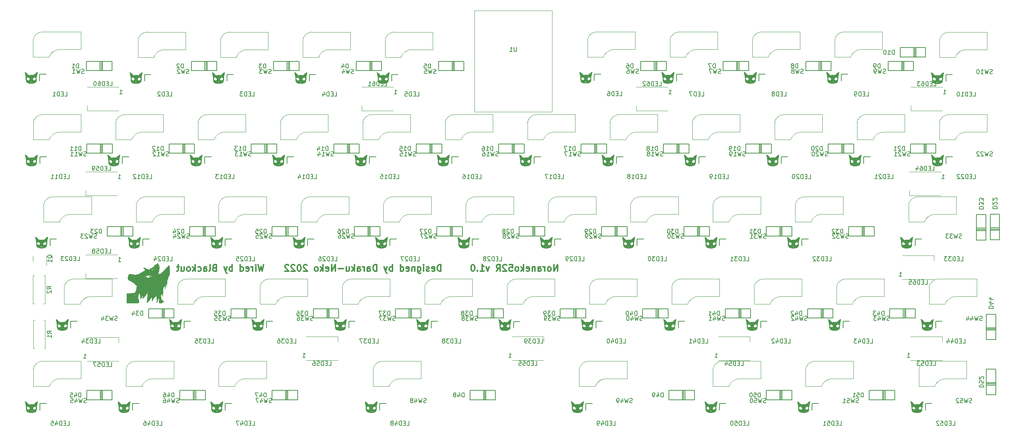
<source format=gbr>
G04 #@! TF.GenerationSoftware,KiCad,Pcbnew,(6.0.9)*
G04 #@! TF.CreationDate,2023-01-04T22:16:12+09:00*
G04 #@! TF.ProjectId,noraneko52r,6e6f7261-6e65-46b6-9f35-32722e6b6963,rev?*
G04 #@! TF.SameCoordinates,Original*
G04 #@! TF.FileFunction,Legend,Bot*
G04 #@! TF.FilePolarity,Positive*
%FSLAX46Y46*%
G04 Gerber Fmt 4.6, Leading zero omitted, Abs format (unit mm)*
G04 Created by KiCad (PCBNEW (6.0.9)) date 2023-01-04 22:16:12*
%MOMM*%
%LPD*%
G01*
G04 APERTURE LIST*
%ADD10C,0.300000*%
%ADD11C,0.150000*%
%ADD12C,0.120000*%
%ADD13C,0.200000*%
G04 APERTURE END LIST*
D10*
X201000000Y-90678571D02*
X201000000Y-89178571D01*
X200642857Y-89178571D01*
X200428571Y-89250000D01*
X200285714Y-89392857D01*
X200214285Y-89535714D01*
X200142857Y-89821428D01*
X200142857Y-90035714D01*
X200214285Y-90321428D01*
X200285714Y-90464285D01*
X200428571Y-90607142D01*
X200642857Y-90678571D01*
X201000000Y-90678571D01*
X198928571Y-90607142D02*
X199071428Y-90678571D01*
X199357142Y-90678571D01*
X199500000Y-90607142D01*
X199571428Y-90464285D01*
X199571428Y-89892857D01*
X199500000Y-89750000D01*
X199357142Y-89678571D01*
X199071428Y-89678571D01*
X198928571Y-89750000D01*
X198857142Y-89892857D01*
X198857142Y-90035714D01*
X199571428Y-90178571D01*
X198285714Y-90607142D02*
X198142857Y-90678571D01*
X197857142Y-90678571D01*
X197714285Y-90607142D01*
X197642857Y-90464285D01*
X197642857Y-90392857D01*
X197714285Y-90250000D01*
X197857142Y-90178571D01*
X198071428Y-90178571D01*
X198214285Y-90107142D01*
X198285714Y-89964285D01*
X198285714Y-89892857D01*
X198214285Y-89750000D01*
X198071428Y-89678571D01*
X197857142Y-89678571D01*
X197714285Y-89750000D01*
X197000000Y-90678571D02*
X197000000Y-89678571D01*
X197000000Y-89178571D02*
X197071428Y-89250000D01*
X197000000Y-89321428D01*
X196928571Y-89250000D01*
X197000000Y-89178571D01*
X197000000Y-89321428D01*
X195642857Y-89678571D02*
X195642857Y-90892857D01*
X195714285Y-91035714D01*
X195785714Y-91107142D01*
X195928571Y-91178571D01*
X196142857Y-91178571D01*
X196285714Y-91107142D01*
X195642857Y-90607142D02*
X195785714Y-90678571D01*
X196071428Y-90678571D01*
X196214285Y-90607142D01*
X196285714Y-90535714D01*
X196357142Y-90392857D01*
X196357142Y-89964285D01*
X196285714Y-89821428D01*
X196214285Y-89750000D01*
X196071428Y-89678571D01*
X195785714Y-89678571D01*
X195642857Y-89750000D01*
X194928571Y-89678571D02*
X194928571Y-90678571D01*
X194928571Y-89821428D02*
X194857142Y-89750000D01*
X194714285Y-89678571D01*
X194500000Y-89678571D01*
X194357142Y-89750000D01*
X194285714Y-89892857D01*
X194285714Y-90678571D01*
X193000000Y-90607142D02*
X193142857Y-90678571D01*
X193428571Y-90678571D01*
X193571428Y-90607142D01*
X193642857Y-90464285D01*
X193642857Y-89892857D01*
X193571428Y-89750000D01*
X193428571Y-89678571D01*
X193142857Y-89678571D01*
X193000000Y-89750000D01*
X192928571Y-89892857D01*
X192928571Y-90035714D01*
X193642857Y-90178571D01*
X191642857Y-90678571D02*
X191642857Y-89178571D01*
X191642857Y-90607142D02*
X191785714Y-90678571D01*
X192071428Y-90678571D01*
X192214285Y-90607142D01*
X192285714Y-90535714D01*
X192357142Y-90392857D01*
X192357142Y-89964285D01*
X192285714Y-89821428D01*
X192214285Y-89750000D01*
X192071428Y-89678571D01*
X191785714Y-89678571D01*
X191642857Y-89750000D01*
X189785714Y-90678571D02*
X189785714Y-89178571D01*
X189785714Y-89750000D02*
X189642857Y-89678571D01*
X189357142Y-89678571D01*
X189214285Y-89750000D01*
X189142857Y-89821428D01*
X189071428Y-89964285D01*
X189071428Y-90392857D01*
X189142857Y-90535714D01*
X189214285Y-90607142D01*
X189357142Y-90678571D01*
X189642857Y-90678571D01*
X189785714Y-90607142D01*
X188571428Y-89678571D02*
X188214285Y-90678571D01*
X187857142Y-89678571D02*
X188214285Y-90678571D01*
X188357142Y-91035714D01*
X188428571Y-91107142D01*
X188571428Y-91178571D01*
X186142857Y-90678571D02*
X186142857Y-89178571D01*
X185785714Y-89178571D01*
X185571428Y-89250000D01*
X185428571Y-89392857D01*
X185357142Y-89535714D01*
X185285714Y-89821428D01*
X185285714Y-90035714D01*
X185357142Y-90321428D01*
X185428571Y-90464285D01*
X185571428Y-90607142D01*
X185785714Y-90678571D01*
X186142857Y-90678571D01*
X184000000Y-90678571D02*
X184000000Y-89892857D01*
X184071428Y-89750000D01*
X184214285Y-89678571D01*
X184500000Y-89678571D01*
X184642857Y-89750000D01*
X184000000Y-90607142D02*
X184142857Y-90678571D01*
X184500000Y-90678571D01*
X184642857Y-90607142D01*
X184714285Y-90464285D01*
X184714285Y-90321428D01*
X184642857Y-90178571D01*
X184500000Y-90107142D01*
X184142857Y-90107142D01*
X184000000Y-90035714D01*
X183285714Y-90678571D02*
X183285714Y-89678571D01*
X183285714Y-89964285D02*
X183214285Y-89821428D01*
X183142857Y-89750000D01*
X183000000Y-89678571D01*
X182857142Y-89678571D01*
X181714285Y-90678571D02*
X181714285Y-89892857D01*
X181785714Y-89750000D01*
X181928571Y-89678571D01*
X182214285Y-89678571D01*
X182357142Y-89750000D01*
X181714285Y-90607142D02*
X181857142Y-90678571D01*
X182214285Y-90678571D01*
X182357142Y-90607142D01*
X182428571Y-90464285D01*
X182428571Y-90321428D01*
X182357142Y-90178571D01*
X182214285Y-90107142D01*
X181857142Y-90107142D01*
X181714285Y-90035714D01*
X181000000Y-90678571D02*
X181000000Y-89178571D01*
X180857142Y-90107142D02*
X180428571Y-90678571D01*
X180428571Y-89678571D02*
X181000000Y-90250000D01*
X179142857Y-89678571D02*
X179142857Y-90678571D01*
X179785714Y-89678571D02*
X179785714Y-90464285D01*
X179714285Y-90607142D01*
X179571428Y-90678571D01*
X179357142Y-90678571D01*
X179214285Y-90607142D01*
X179142857Y-90535714D01*
X178428571Y-90107142D02*
X177285714Y-90107142D01*
X176571428Y-90678571D02*
X176571428Y-89178571D01*
X175714285Y-90678571D01*
X175714285Y-89178571D01*
X174428571Y-90607142D02*
X174571428Y-90678571D01*
X174857142Y-90678571D01*
X175000000Y-90607142D01*
X175071428Y-90464285D01*
X175071428Y-89892857D01*
X175000000Y-89750000D01*
X174857142Y-89678571D01*
X174571428Y-89678571D01*
X174428571Y-89750000D01*
X174357142Y-89892857D01*
X174357142Y-90035714D01*
X175071428Y-90178571D01*
X173714285Y-90678571D02*
X173714285Y-89178571D01*
X173571428Y-90107142D02*
X173142857Y-90678571D01*
X173142857Y-89678571D02*
X173714285Y-90250000D01*
X172285714Y-90678571D02*
X172428571Y-90607142D01*
X172500000Y-90535714D01*
X172571428Y-90392857D01*
X172571428Y-89964285D01*
X172500000Y-89821428D01*
X172428571Y-89750000D01*
X172285714Y-89678571D01*
X172071428Y-89678571D01*
X171928571Y-89750000D01*
X171857142Y-89821428D01*
X171785714Y-89964285D01*
X171785714Y-90392857D01*
X171857142Y-90535714D01*
X171928571Y-90607142D01*
X172071428Y-90678571D01*
X172285714Y-90678571D01*
X170071428Y-89321428D02*
X170000000Y-89250000D01*
X169857142Y-89178571D01*
X169500000Y-89178571D01*
X169357142Y-89250000D01*
X169285714Y-89321428D01*
X169214285Y-89464285D01*
X169214285Y-89607142D01*
X169285714Y-89821428D01*
X170142857Y-90678571D01*
X169214285Y-90678571D01*
X168285714Y-89178571D02*
X168142857Y-89178571D01*
X168000000Y-89250000D01*
X167928571Y-89321428D01*
X167857142Y-89464285D01*
X167785714Y-89750000D01*
X167785714Y-90107142D01*
X167857142Y-90392857D01*
X167928571Y-90535714D01*
X168000000Y-90607142D01*
X168142857Y-90678571D01*
X168285714Y-90678571D01*
X168428571Y-90607142D01*
X168500000Y-90535714D01*
X168571428Y-90392857D01*
X168642857Y-90107142D01*
X168642857Y-89750000D01*
X168571428Y-89464285D01*
X168500000Y-89321428D01*
X168428571Y-89250000D01*
X168285714Y-89178571D01*
X167214285Y-89321428D02*
X167142857Y-89250000D01*
X167000000Y-89178571D01*
X166642857Y-89178571D01*
X166500000Y-89250000D01*
X166428571Y-89321428D01*
X166357142Y-89464285D01*
X166357142Y-89607142D01*
X166428571Y-89821428D01*
X167285714Y-90678571D01*
X166357142Y-90678571D01*
X165785714Y-89321428D02*
X165714285Y-89250000D01*
X165571428Y-89178571D01*
X165214285Y-89178571D01*
X165071428Y-89250000D01*
X165000000Y-89321428D01*
X164928571Y-89464285D01*
X164928571Y-89607142D01*
X165000000Y-89821428D01*
X165857142Y-90678571D01*
X164928571Y-90678571D01*
X227964285Y-90678571D02*
X227964285Y-89178571D01*
X227107142Y-90678571D01*
X227107142Y-89178571D01*
X226178571Y-90678571D02*
X226321428Y-90607142D01*
X226392857Y-90535714D01*
X226464285Y-90392857D01*
X226464285Y-89964285D01*
X226392857Y-89821428D01*
X226321428Y-89750000D01*
X226178571Y-89678571D01*
X225964285Y-89678571D01*
X225821428Y-89750000D01*
X225750000Y-89821428D01*
X225678571Y-89964285D01*
X225678571Y-90392857D01*
X225750000Y-90535714D01*
X225821428Y-90607142D01*
X225964285Y-90678571D01*
X226178571Y-90678571D01*
X225035714Y-90678571D02*
X225035714Y-89678571D01*
X225035714Y-89964285D02*
X224964285Y-89821428D01*
X224892857Y-89750000D01*
X224750000Y-89678571D01*
X224607142Y-89678571D01*
X223464285Y-90678571D02*
X223464285Y-89892857D01*
X223535714Y-89750000D01*
X223678571Y-89678571D01*
X223964285Y-89678571D01*
X224107142Y-89750000D01*
X223464285Y-90607142D02*
X223607142Y-90678571D01*
X223964285Y-90678571D01*
X224107142Y-90607142D01*
X224178571Y-90464285D01*
X224178571Y-90321428D01*
X224107142Y-90178571D01*
X223964285Y-90107142D01*
X223607142Y-90107142D01*
X223464285Y-90035714D01*
X222750000Y-89678571D02*
X222750000Y-90678571D01*
X222750000Y-89821428D02*
X222678571Y-89750000D01*
X222535714Y-89678571D01*
X222321428Y-89678571D01*
X222178571Y-89750000D01*
X222107142Y-89892857D01*
X222107142Y-90678571D01*
X220821428Y-90607142D02*
X220964285Y-90678571D01*
X221250000Y-90678571D01*
X221392857Y-90607142D01*
X221464285Y-90464285D01*
X221464285Y-89892857D01*
X221392857Y-89750000D01*
X221250000Y-89678571D01*
X220964285Y-89678571D01*
X220821428Y-89750000D01*
X220750000Y-89892857D01*
X220750000Y-90035714D01*
X221464285Y-90178571D01*
X220107142Y-90678571D02*
X220107142Y-89178571D01*
X219964285Y-90107142D02*
X219535714Y-90678571D01*
X219535714Y-89678571D02*
X220107142Y-90250000D01*
X218678571Y-90678571D02*
X218821428Y-90607142D01*
X218892857Y-90535714D01*
X218964285Y-90392857D01*
X218964285Y-89964285D01*
X218892857Y-89821428D01*
X218821428Y-89750000D01*
X218678571Y-89678571D01*
X218464285Y-89678571D01*
X218321428Y-89750000D01*
X218250000Y-89821428D01*
X218178571Y-89964285D01*
X218178571Y-90392857D01*
X218250000Y-90535714D01*
X218321428Y-90607142D01*
X218464285Y-90678571D01*
X218678571Y-90678571D01*
X216821428Y-89178571D02*
X217535714Y-89178571D01*
X217607142Y-89892857D01*
X217535714Y-89821428D01*
X217392857Y-89750000D01*
X217035714Y-89750000D01*
X216892857Y-89821428D01*
X216821428Y-89892857D01*
X216750000Y-90035714D01*
X216750000Y-90392857D01*
X216821428Y-90535714D01*
X216892857Y-90607142D01*
X217035714Y-90678571D01*
X217392857Y-90678571D01*
X217535714Y-90607142D01*
X217607142Y-90535714D01*
X216178571Y-89321428D02*
X216107142Y-89250000D01*
X215964285Y-89178571D01*
X215607142Y-89178571D01*
X215464285Y-89250000D01*
X215392857Y-89321428D01*
X215321428Y-89464285D01*
X215321428Y-89607142D01*
X215392857Y-89821428D01*
X216250000Y-90678571D01*
X215321428Y-90678571D01*
X213821428Y-90678571D02*
X214321428Y-89964285D01*
X214678571Y-90678571D02*
X214678571Y-89178571D01*
X214107142Y-89178571D01*
X213964285Y-89250000D01*
X213892857Y-89321428D01*
X213821428Y-89464285D01*
X213821428Y-89678571D01*
X213892857Y-89821428D01*
X213964285Y-89892857D01*
X214107142Y-89964285D01*
X214678571Y-89964285D01*
X212178571Y-89678571D02*
X211821428Y-90678571D01*
X211464285Y-89678571D01*
X210107142Y-90678571D02*
X210964285Y-90678571D01*
X210535714Y-90678571D02*
X210535714Y-89178571D01*
X210678571Y-89392857D01*
X210821428Y-89535714D01*
X210964285Y-89607142D01*
X209464285Y-90535714D02*
X209392857Y-90607142D01*
X209464285Y-90678571D01*
X209535714Y-90607142D01*
X209464285Y-90535714D01*
X209464285Y-90678571D01*
X208464285Y-89178571D02*
X208321428Y-89178571D01*
X208178571Y-89250000D01*
X208107142Y-89321428D01*
X208035714Y-89464285D01*
X207964285Y-89750000D01*
X207964285Y-90107142D01*
X208035714Y-90392857D01*
X208107142Y-90535714D01*
X208178571Y-90607142D01*
X208321428Y-90678571D01*
X208464285Y-90678571D01*
X208607142Y-90607142D01*
X208678571Y-90535714D01*
X208750000Y-90392857D01*
X208821428Y-90107142D01*
X208821428Y-89750000D01*
X208750000Y-89464285D01*
X208678571Y-89321428D01*
X208607142Y-89250000D01*
X208464285Y-89178571D01*
X160035714Y-89178571D02*
X159678571Y-90678571D01*
X159392857Y-89607142D01*
X159107142Y-90678571D01*
X158750000Y-89178571D01*
X158178571Y-90678571D02*
X158178571Y-89678571D01*
X158178571Y-89178571D02*
X158250000Y-89250000D01*
X158178571Y-89321428D01*
X158107142Y-89250000D01*
X158178571Y-89178571D01*
X158178571Y-89321428D01*
X157464285Y-90678571D02*
X157464285Y-89678571D01*
X157464285Y-89964285D02*
X157392857Y-89821428D01*
X157321428Y-89750000D01*
X157178571Y-89678571D01*
X157035714Y-89678571D01*
X155964285Y-90607142D02*
X156107142Y-90678571D01*
X156392857Y-90678571D01*
X156535714Y-90607142D01*
X156607142Y-90464285D01*
X156607142Y-89892857D01*
X156535714Y-89750000D01*
X156392857Y-89678571D01*
X156107142Y-89678571D01*
X155964285Y-89750000D01*
X155892857Y-89892857D01*
X155892857Y-90035714D01*
X156607142Y-90178571D01*
X154607142Y-90678571D02*
X154607142Y-89178571D01*
X154607142Y-90607142D02*
X154750000Y-90678571D01*
X155035714Y-90678571D01*
X155178571Y-90607142D01*
X155250000Y-90535714D01*
X155321428Y-90392857D01*
X155321428Y-89964285D01*
X155250000Y-89821428D01*
X155178571Y-89750000D01*
X155035714Y-89678571D01*
X154750000Y-89678571D01*
X154607142Y-89750000D01*
X152750000Y-90678571D02*
X152750000Y-89178571D01*
X152750000Y-89750000D02*
X152607142Y-89678571D01*
X152321428Y-89678571D01*
X152178571Y-89750000D01*
X152107142Y-89821428D01*
X152035714Y-89964285D01*
X152035714Y-90392857D01*
X152107142Y-90535714D01*
X152178571Y-90607142D01*
X152321428Y-90678571D01*
X152607142Y-90678571D01*
X152750000Y-90607142D01*
X151535714Y-89678571D02*
X151178571Y-90678571D01*
X150821428Y-89678571D02*
X151178571Y-90678571D01*
X151321428Y-91035714D01*
X151392857Y-91107142D01*
X151535714Y-91178571D01*
X148607142Y-89892857D02*
X148392857Y-89964285D01*
X148321428Y-90035714D01*
X148250000Y-90178571D01*
X148250000Y-90392857D01*
X148321428Y-90535714D01*
X148392857Y-90607142D01*
X148535714Y-90678571D01*
X149107142Y-90678571D01*
X149107142Y-89178571D01*
X148607142Y-89178571D01*
X148464285Y-89250000D01*
X148392857Y-89321428D01*
X148321428Y-89464285D01*
X148321428Y-89607142D01*
X148392857Y-89750000D01*
X148464285Y-89821428D01*
X148607142Y-89892857D01*
X149107142Y-89892857D01*
X147392857Y-90678571D02*
X147535714Y-90607142D01*
X147607142Y-90464285D01*
X147607142Y-89178571D01*
X146178571Y-90678571D02*
X146178571Y-89892857D01*
X146250000Y-89750000D01*
X146392857Y-89678571D01*
X146678571Y-89678571D01*
X146821428Y-89750000D01*
X146178571Y-90607142D02*
X146321428Y-90678571D01*
X146678571Y-90678571D01*
X146821428Y-90607142D01*
X146892857Y-90464285D01*
X146892857Y-90321428D01*
X146821428Y-90178571D01*
X146678571Y-90107142D01*
X146321428Y-90107142D01*
X146178571Y-90035714D01*
X144821428Y-90607142D02*
X144964285Y-90678571D01*
X145250000Y-90678571D01*
X145392857Y-90607142D01*
X145464285Y-90535714D01*
X145535714Y-90392857D01*
X145535714Y-89964285D01*
X145464285Y-89821428D01*
X145392857Y-89750000D01*
X145250000Y-89678571D01*
X144964285Y-89678571D01*
X144821428Y-89750000D01*
X144178571Y-90678571D02*
X144178571Y-89178571D01*
X144035714Y-90107142D02*
X143607142Y-90678571D01*
X143607142Y-89678571D02*
X144178571Y-90250000D01*
X142750000Y-90678571D02*
X142892857Y-90607142D01*
X142964285Y-90535714D01*
X143035714Y-90392857D01*
X143035714Y-89964285D01*
X142964285Y-89821428D01*
X142892857Y-89750000D01*
X142750000Y-89678571D01*
X142535714Y-89678571D01*
X142392857Y-89750000D01*
X142321428Y-89821428D01*
X142250000Y-89964285D01*
X142250000Y-90392857D01*
X142321428Y-90535714D01*
X142392857Y-90607142D01*
X142535714Y-90678571D01*
X142750000Y-90678571D01*
X140964285Y-89678571D02*
X140964285Y-90678571D01*
X141607142Y-89678571D02*
X141607142Y-90464285D01*
X141535714Y-90607142D01*
X141392857Y-90678571D01*
X141178571Y-90678571D01*
X141035714Y-90607142D01*
X140964285Y-90535714D01*
X140464285Y-89678571D02*
X139892857Y-89678571D01*
X140250000Y-89178571D02*
X140250000Y-90464285D01*
X140178571Y-90607142D01*
X140035714Y-90678571D01*
X139892857Y-90678571D01*
D11*
X285679023Y-102067261D02*
X285536166Y-102114880D01*
X285298071Y-102114880D01*
X285202833Y-102067261D01*
X285155214Y-102019642D01*
X285107595Y-101924404D01*
X285107595Y-101829166D01*
X285155214Y-101733928D01*
X285202833Y-101686309D01*
X285298071Y-101638690D01*
X285488547Y-101591071D01*
X285583785Y-101543452D01*
X285631404Y-101495833D01*
X285679023Y-101400595D01*
X285679023Y-101305357D01*
X285631404Y-101210119D01*
X285583785Y-101162500D01*
X285488547Y-101114880D01*
X285250452Y-101114880D01*
X285107595Y-101162500D01*
X284774261Y-101114880D02*
X284536166Y-102114880D01*
X284345690Y-101400595D01*
X284155214Y-102114880D01*
X283917119Y-101114880D01*
X283107595Y-101448214D02*
X283107595Y-102114880D01*
X283345690Y-101067261D02*
X283583785Y-101781547D01*
X282964738Y-101781547D01*
X282631404Y-101210119D02*
X282583785Y-101162500D01*
X282488547Y-101114880D01*
X282250452Y-101114880D01*
X282155214Y-101162500D01*
X282107595Y-101210119D01*
X282059976Y-101305357D01*
X282059976Y-101400595D01*
X282107595Y-101543452D01*
X282679023Y-102114880D01*
X282059976Y-102114880D01*
X304729023Y-102067261D02*
X304586166Y-102114880D01*
X304348071Y-102114880D01*
X304252833Y-102067261D01*
X304205214Y-102019642D01*
X304157595Y-101924404D01*
X304157595Y-101829166D01*
X304205214Y-101733928D01*
X304252833Y-101686309D01*
X304348071Y-101638690D01*
X304538547Y-101591071D01*
X304633785Y-101543452D01*
X304681404Y-101495833D01*
X304729023Y-101400595D01*
X304729023Y-101305357D01*
X304681404Y-101210119D01*
X304633785Y-101162500D01*
X304538547Y-101114880D01*
X304300452Y-101114880D01*
X304157595Y-101162500D01*
X303824261Y-101114880D02*
X303586166Y-102114880D01*
X303395690Y-101400595D01*
X303205214Y-102114880D01*
X302967119Y-101114880D01*
X302157595Y-101448214D02*
X302157595Y-102114880D01*
X302395690Y-101067261D02*
X302633785Y-101781547D01*
X302014738Y-101781547D01*
X301729023Y-101114880D02*
X301109976Y-101114880D01*
X301443309Y-101495833D01*
X301300452Y-101495833D01*
X301205214Y-101543452D01*
X301157595Y-101591071D01*
X301109976Y-101686309D01*
X301109976Y-101924404D01*
X301157595Y-102019642D01*
X301205214Y-102067261D01*
X301300452Y-102114880D01*
X301586166Y-102114880D01*
X301681404Y-102067261D01*
X301729023Y-102019642D01*
X195191523Y-63967261D02*
X195048666Y-64014880D01*
X194810571Y-64014880D01*
X194715333Y-63967261D01*
X194667714Y-63919642D01*
X194620095Y-63824404D01*
X194620095Y-63729166D01*
X194667714Y-63633928D01*
X194715333Y-63586309D01*
X194810571Y-63538690D01*
X195001047Y-63491071D01*
X195096285Y-63443452D01*
X195143904Y-63395833D01*
X195191523Y-63300595D01*
X195191523Y-63205357D01*
X195143904Y-63110119D01*
X195096285Y-63062500D01*
X195001047Y-63014880D01*
X194762952Y-63014880D01*
X194620095Y-63062500D01*
X194286761Y-63014880D02*
X194048666Y-64014880D01*
X193858190Y-63300595D01*
X193667714Y-64014880D01*
X193429619Y-63014880D01*
X192524857Y-64014880D02*
X193096285Y-64014880D01*
X192810571Y-64014880D02*
X192810571Y-63014880D01*
X192905809Y-63157738D01*
X193001047Y-63252976D01*
X193096285Y-63300595D01*
X191620095Y-63014880D02*
X192096285Y-63014880D01*
X192143904Y-63491071D01*
X192096285Y-63443452D01*
X192001047Y-63395833D01*
X191762952Y-63395833D01*
X191667714Y-63443452D01*
X191620095Y-63491071D01*
X191572476Y-63586309D01*
X191572476Y-63824404D01*
X191620095Y-63919642D01*
X191667714Y-63967261D01*
X191762952Y-64014880D01*
X192001047Y-64014880D01*
X192096285Y-63967261D01*
X192143904Y-63919642D01*
X142804023Y-83017261D02*
X142661166Y-83064880D01*
X142423071Y-83064880D01*
X142327833Y-83017261D01*
X142280214Y-82969642D01*
X142232595Y-82874404D01*
X142232595Y-82779166D01*
X142280214Y-82683928D01*
X142327833Y-82636309D01*
X142423071Y-82588690D01*
X142613547Y-82541071D01*
X142708785Y-82493452D01*
X142756404Y-82445833D01*
X142804023Y-82350595D01*
X142804023Y-82255357D01*
X142756404Y-82160119D01*
X142708785Y-82112500D01*
X142613547Y-82064880D01*
X142375452Y-82064880D01*
X142232595Y-82112500D01*
X141899261Y-82064880D02*
X141661166Y-83064880D01*
X141470690Y-82350595D01*
X141280214Y-83064880D01*
X141042119Y-82064880D01*
X140708785Y-82160119D02*
X140661166Y-82112500D01*
X140565928Y-82064880D01*
X140327833Y-82064880D01*
X140232595Y-82112500D01*
X140184976Y-82160119D01*
X140137357Y-82255357D01*
X140137357Y-82350595D01*
X140184976Y-82493452D01*
X140756404Y-83064880D01*
X140137357Y-83064880D01*
X139280214Y-82398214D02*
X139280214Y-83064880D01*
X139518309Y-82017261D02*
X139756404Y-82731547D01*
X139137357Y-82731547D01*
X276154023Y-121117261D02*
X276011166Y-121164880D01*
X275773071Y-121164880D01*
X275677833Y-121117261D01*
X275630214Y-121069642D01*
X275582595Y-120974404D01*
X275582595Y-120879166D01*
X275630214Y-120783928D01*
X275677833Y-120736309D01*
X275773071Y-120688690D01*
X275963547Y-120641071D01*
X276058785Y-120593452D01*
X276106404Y-120545833D01*
X276154023Y-120450595D01*
X276154023Y-120355357D01*
X276106404Y-120260119D01*
X276058785Y-120212500D01*
X275963547Y-120164880D01*
X275725452Y-120164880D01*
X275582595Y-120212500D01*
X275249261Y-120164880D02*
X275011166Y-121164880D01*
X274820690Y-120450595D01*
X274630214Y-121164880D01*
X274392119Y-120164880D01*
X273534976Y-120164880D02*
X274011166Y-120164880D01*
X274058785Y-120641071D01*
X274011166Y-120593452D01*
X273915928Y-120545833D01*
X273677833Y-120545833D01*
X273582595Y-120593452D01*
X273534976Y-120641071D01*
X273487357Y-120736309D01*
X273487357Y-120974404D01*
X273534976Y-121069642D01*
X273582595Y-121117261D01*
X273677833Y-121164880D01*
X273915928Y-121164880D01*
X274011166Y-121117261D01*
X274058785Y-121069642D01*
X272868309Y-120164880D02*
X272773071Y-120164880D01*
X272677833Y-120212500D01*
X272630214Y-120260119D01*
X272582595Y-120355357D01*
X272534976Y-120545833D01*
X272534976Y-120783928D01*
X272582595Y-120974404D01*
X272630214Y-121069642D01*
X272677833Y-121117261D01*
X272773071Y-121164880D01*
X272868309Y-121164880D01*
X272963547Y-121117261D01*
X273011166Y-121069642D01*
X273058785Y-120974404D01*
X273106404Y-120783928D01*
X273106404Y-120545833D01*
X273058785Y-120355357D01*
X273011166Y-120260119D01*
X272963547Y-120212500D01*
X272868309Y-120164880D01*
X157091523Y-63967261D02*
X156948666Y-64014880D01*
X156710571Y-64014880D01*
X156615333Y-63967261D01*
X156567714Y-63919642D01*
X156520095Y-63824404D01*
X156520095Y-63729166D01*
X156567714Y-63633928D01*
X156615333Y-63586309D01*
X156710571Y-63538690D01*
X156901047Y-63491071D01*
X156996285Y-63443452D01*
X157043904Y-63395833D01*
X157091523Y-63300595D01*
X157091523Y-63205357D01*
X157043904Y-63110119D01*
X156996285Y-63062500D01*
X156901047Y-63014880D01*
X156662952Y-63014880D01*
X156520095Y-63062500D01*
X156186761Y-63014880D02*
X155948666Y-64014880D01*
X155758190Y-63300595D01*
X155567714Y-64014880D01*
X155329619Y-63014880D01*
X154424857Y-64014880D02*
X154996285Y-64014880D01*
X154710571Y-64014880D02*
X154710571Y-63014880D01*
X154805809Y-63157738D01*
X154901047Y-63252976D01*
X154996285Y-63300595D01*
X154091523Y-63014880D02*
X153472476Y-63014880D01*
X153805809Y-63395833D01*
X153662952Y-63395833D01*
X153567714Y-63443452D01*
X153520095Y-63491071D01*
X153472476Y-63586309D01*
X153472476Y-63824404D01*
X153520095Y-63919642D01*
X153567714Y-63967261D01*
X153662952Y-64014880D01*
X153948666Y-64014880D01*
X154043904Y-63967261D01*
X154091523Y-63919642D01*
X118991523Y-121117261D02*
X118848666Y-121164880D01*
X118610571Y-121164880D01*
X118515333Y-121117261D01*
X118467714Y-121069642D01*
X118420095Y-120974404D01*
X118420095Y-120879166D01*
X118467714Y-120783928D01*
X118515333Y-120736309D01*
X118610571Y-120688690D01*
X118801047Y-120641071D01*
X118896285Y-120593452D01*
X118943904Y-120545833D01*
X118991523Y-120450595D01*
X118991523Y-120355357D01*
X118943904Y-120260119D01*
X118896285Y-120212500D01*
X118801047Y-120164880D01*
X118562952Y-120164880D01*
X118420095Y-120212500D01*
X118086761Y-120164880D02*
X117848666Y-121164880D01*
X117658190Y-120450595D01*
X117467714Y-121164880D01*
X117229619Y-120164880D01*
X116420095Y-120498214D02*
X116420095Y-121164880D01*
X116658190Y-120117261D02*
X116896285Y-120831547D01*
X116277238Y-120831547D01*
X115420095Y-120164880D02*
X115896285Y-120164880D01*
X115943904Y-120641071D01*
X115896285Y-120593452D01*
X115801047Y-120545833D01*
X115562952Y-120545833D01*
X115467714Y-120593452D01*
X115420095Y-120641071D01*
X115372476Y-120736309D01*
X115372476Y-120974404D01*
X115420095Y-121069642D01*
X115467714Y-121117261D01*
X115562952Y-121164880D01*
X115801047Y-121164880D01*
X115896285Y-121117261D01*
X115943904Y-121069642D01*
X323779523Y-121117261D02*
X323636666Y-121164880D01*
X323398571Y-121164880D01*
X323303333Y-121117261D01*
X323255714Y-121069642D01*
X323208095Y-120974404D01*
X323208095Y-120879166D01*
X323255714Y-120783928D01*
X323303333Y-120736309D01*
X323398571Y-120688690D01*
X323589047Y-120641071D01*
X323684285Y-120593452D01*
X323731904Y-120545833D01*
X323779523Y-120450595D01*
X323779523Y-120355357D01*
X323731904Y-120260119D01*
X323684285Y-120212500D01*
X323589047Y-120164880D01*
X323350952Y-120164880D01*
X323208095Y-120212500D01*
X322874761Y-120164880D02*
X322636666Y-121164880D01*
X322446190Y-120450595D01*
X322255714Y-121164880D01*
X322017619Y-120164880D01*
X321160476Y-120164880D02*
X321636666Y-120164880D01*
X321684285Y-120641071D01*
X321636666Y-120593452D01*
X321541428Y-120545833D01*
X321303333Y-120545833D01*
X321208095Y-120593452D01*
X321160476Y-120641071D01*
X321112857Y-120736309D01*
X321112857Y-120974404D01*
X321160476Y-121069642D01*
X321208095Y-121117261D01*
X321303333Y-121164880D01*
X321541428Y-121164880D01*
X321636666Y-121117261D01*
X321684285Y-121069642D01*
X320731904Y-120260119D02*
X320684285Y-120212500D01*
X320589047Y-120164880D01*
X320350952Y-120164880D01*
X320255714Y-120212500D01*
X320208095Y-120260119D01*
X320160476Y-120355357D01*
X320160476Y-120450595D01*
X320208095Y-120593452D01*
X320779523Y-121164880D01*
X320160476Y-121164880D01*
X326160023Y-102067261D02*
X326017166Y-102114880D01*
X325779071Y-102114880D01*
X325683833Y-102067261D01*
X325636214Y-102019642D01*
X325588595Y-101924404D01*
X325588595Y-101829166D01*
X325636214Y-101733928D01*
X325683833Y-101686309D01*
X325779071Y-101638690D01*
X325969547Y-101591071D01*
X326064785Y-101543452D01*
X326112404Y-101495833D01*
X326160023Y-101400595D01*
X326160023Y-101305357D01*
X326112404Y-101210119D01*
X326064785Y-101162500D01*
X325969547Y-101114880D01*
X325731452Y-101114880D01*
X325588595Y-101162500D01*
X325255261Y-101114880D02*
X325017166Y-102114880D01*
X324826690Y-101400595D01*
X324636214Y-102114880D01*
X324398119Y-101114880D01*
X323588595Y-101448214D02*
X323588595Y-102114880D01*
X323826690Y-101067261D02*
X324064785Y-101781547D01*
X323445738Y-101781547D01*
X322636214Y-101448214D02*
X322636214Y-102114880D01*
X322874309Y-101067261D02*
X323112404Y-101781547D01*
X322493357Y-101781547D01*
X161854023Y-83017261D02*
X161711166Y-83064880D01*
X161473071Y-83064880D01*
X161377833Y-83017261D01*
X161330214Y-82969642D01*
X161282595Y-82874404D01*
X161282595Y-82779166D01*
X161330214Y-82683928D01*
X161377833Y-82636309D01*
X161473071Y-82588690D01*
X161663547Y-82541071D01*
X161758785Y-82493452D01*
X161806404Y-82445833D01*
X161854023Y-82350595D01*
X161854023Y-82255357D01*
X161806404Y-82160119D01*
X161758785Y-82112500D01*
X161663547Y-82064880D01*
X161425452Y-82064880D01*
X161282595Y-82112500D01*
X160949261Y-82064880D02*
X160711166Y-83064880D01*
X160520690Y-82350595D01*
X160330214Y-83064880D01*
X160092119Y-82064880D01*
X159758785Y-82160119D02*
X159711166Y-82112500D01*
X159615928Y-82064880D01*
X159377833Y-82064880D01*
X159282595Y-82112500D01*
X159234976Y-82160119D01*
X159187357Y-82255357D01*
X159187357Y-82350595D01*
X159234976Y-82493452D01*
X159806404Y-83064880D01*
X159187357Y-83064880D01*
X158282595Y-82064880D02*
X158758785Y-82064880D01*
X158806404Y-82541071D01*
X158758785Y-82493452D01*
X158663547Y-82445833D01*
X158425452Y-82445833D01*
X158330214Y-82493452D01*
X158282595Y-82541071D01*
X158234976Y-82636309D01*
X158234976Y-82874404D01*
X158282595Y-82969642D01*
X158330214Y-83017261D01*
X158425452Y-83064880D01*
X158663547Y-83064880D01*
X158758785Y-83017261D01*
X158806404Y-82969642D01*
X197573023Y-121117261D02*
X197430166Y-121164880D01*
X197192071Y-121164880D01*
X197096833Y-121117261D01*
X197049214Y-121069642D01*
X197001595Y-120974404D01*
X197001595Y-120879166D01*
X197049214Y-120783928D01*
X197096833Y-120736309D01*
X197192071Y-120688690D01*
X197382547Y-120641071D01*
X197477785Y-120593452D01*
X197525404Y-120545833D01*
X197573023Y-120450595D01*
X197573023Y-120355357D01*
X197525404Y-120260119D01*
X197477785Y-120212500D01*
X197382547Y-120164880D01*
X197144452Y-120164880D01*
X197001595Y-120212500D01*
X196668261Y-120164880D02*
X196430166Y-121164880D01*
X196239690Y-120450595D01*
X196049214Y-121164880D01*
X195811119Y-120164880D01*
X195001595Y-120498214D02*
X195001595Y-121164880D01*
X195239690Y-120117261D02*
X195477785Y-120831547D01*
X194858738Y-120831547D01*
X194334928Y-120593452D02*
X194430166Y-120545833D01*
X194477785Y-120498214D01*
X194525404Y-120402976D01*
X194525404Y-120355357D01*
X194477785Y-120260119D01*
X194430166Y-120212500D01*
X194334928Y-120164880D01*
X194144452Y-120164880D01*
X194049214Y-120212500D01*
X194001595Y-120260119D01*
X193953976Y-120355357D01*
X193953976Y-120402976D01*
X194001595Y-120498214D01*
X194049214Y-120545833D01*
X194144452Y-120593452D01*
X194334928Y-120593452D01*
X194430166Y-120641071D01*
X194477785Y-120688690D01*
X194525404Y-120783928D01*
X194525404Y-120974404D01*
X194477785Y-121069642D01*
X194430166Y-121117261D01*
X194334928Y-121164880D01*
X194144452Y-121164880D01*
X194049214Y-121117261D01*
X194001595Y-121069642D01*
X193953976Y-120974404D01*
X193953976Y-120783928D01*
X194001595Y-120688690D01*
X194049214Y-120641071D01*
X194144452Y-120593452D01*
X246683333Y-44834761D02*
X246540476Y-44882380D01*
X246302380Y-44882380D01*
X246207142Y-44834761D01*
X246159523Y-44787142D01*
X246111904Y-44691904D01*
X246111904Y-44596666D01*
X246159523Y-44501428D01*
X246207142Y-44453809D01*
X246302380Y-44406190D01*
X246492857Y-44358571D01*
X246588095Y-44310952D01*
X246635714Y-44263333D01*
X246683333Y-44168095D01*
X246683333Y-44072857D01*
X246635714Y-43977619D01*
X246588095Y-43930000D01*
X246492857Y-43882380D01*
X246254761Y-43882380D01*
X246111904Y-43930000D01*
X245778571Y-43882380D02*
X245540476Y-44882380D01*
X245350000Y-44168095D01*
X245159523Y-44882380D01*
X244921428Y-43882380D01*
X244111904Y-43882380D02*
X244302380Y-43882380D01*
X244397619Y-43930000D01*
X244445238Y-43977619D01*
X244540476Y-44120476D01*
X244588095Y-44310952D01*
X244588095Y-44691904D01*
X244540476Y-44787142D01*
X244492857Y-44834761D01*
X244397619Y-44882380D01*
X244207142Y-44882380D01*
X244111904Y-44834761D01*
X244064285Y-44787142D01*
X244016666Y-44691904D01*
X244016666Y-44453809D01*
X244064285Y-44358571D01*
X244111904Y-44310952D01*
X244207142Y-44263333D01*
X244397619Y-44263333D01*
X244492857Y-44310952D01*
X244540476Y-44358571D01*
X244588095Y-44453809D01*
X271391523Y-63967261D02*
X271248666Y-64014880D01*
X271010571Y-64014880D01*
X270915333Y-63967261D01*
X270867714Y-63919642D01*
X270820095Y-63824404D01*
X270820095Y-63729166D01*
X270867714Y-63633928D01*
X270915333Y-63586309D01*
X271010571Y-63538690D01*
X271201047Y-63491071D01*
X271296285Y-63443452D01*
X271343904Y-63395833D01*
X271391523Y-63300595D01*
X271391523Y-63205357D01*
X271343904Y-63110119D01*
X271296285Y-63062500D01*
X271201047Y-63014880D01*
X270962952Y-63014880D01*
X270820095Y-63062500D01*
X270486761Y-63014880D02*
X270248666Y-64014880D01*
X270058190Y-63300595D01*
X269867714Y-64014880D01*
X269629619Y-63014880D01*
X268724857Y-64014880D02*
X269296285Y-64014880D01*
X269010571Y-64014880D02*
X269010571Y-63014880D01*
X269105809Y-63157738D01*
X269201047Y-63252976D01*
X269296285Y-63300595D01*
X268248666Y-64014880D02*
X268058190Y-64014880D01*
X267962952Y-63967261D01*
X267915333Y-63919642D01*
X267820095Y-63776785D01*
X267772476Y-63586309D01*
X267772476Y-63205357D01*
X267820095Y-63110119D01*
X267867714Y-63062500D01*
X267962952Y-63014880D01*
X268153428Y-63014880D01*
X268248666Y-63062500D01*
X268296285Y-63110119D01*
X268343904Y-63205357D01*
X268343904Y-63443452D01*
X268296285Y-63538690D01*
X268248666Y-63586309D01*
X268153428Y-63633928D01*
X267962952Y-63633928D01*
X267867714Y-63586309D01*
X267820095Y-63538690D01*
X267772476Y-63443452D01*
X152329023Y-102067261D02*
X152186166Y-102114880D01*
X151948071Y-102114880D01*
X151852833Y-102067261D01*
X151805214Y-102019642D01*
X151757595Y-101924404D01*
X151757595Y-101829166D01*
X151805214Y-101733928D01*
X151852833Y-101686309D01*
X151948071Y-101638690D01*
X152138547Y-101591071D01*
X152233785Y-101543452D01*
X152281404Y-101495833D01*
X152329023Y-101400595D01*
X152329023Y-101305357D01*
X152281404Y-101210119D01*
X152233785Y-101162500D01*
X152138547Y-101114880D01*
X151900452Y-101114880D01*
X151757595Y-101162500D01*
X151424261Y-101114880D02*
X151186166Y-102114880D01*
X150995690Y-101400595D01*
X150805214Y-102114880D01*
X150567119Y-101114880D01*
X150281404Y-101114880D02*
X149662357Y-101114880D01*
X149995690Y-101495833D01*
X149852833Y-101495833D01*
X149757595Y-101543452D01*
X149709976Y-101591071D01*
X149662357Y-101686309D01*
X149662357Y-101924404D01*
X149709976Y-102019642D01*
X149757595Y-102067261D01*
X149852833Y-102114880D01*
X150138547Y-102114880D01*
X150233785Y-102067261D01*
X150281404Y-102019642D01*
X148757595Y-101114880D02*
X149233785Y-101114880D01*
X149281404Y-101591071D01*
X149233785Y-101543452D01*
X149138547Y-101495833D01*
X148900452Y-101495833D01*
X148805214Y-101543452D01*
X148757595Y-101591071D01*
X148709976Y-101686309D01*
X148709976Y-101924404D01*
X148757595Y-102019642D01*
X148805214Y-102067261D01*
X148900452Y-102114880D01*
X149138547Y-102114880D01*
X149233785Y-102067261D01*
X149281404Y-102019642D01*
X284783333Y-44834761D02*
X284640476Y-44882380D01*
X284402380Y-44882380D01*
X284307142Y-44834761D01*
X284259523Y-44787142D01*
X284211904Y-44691904D01*
X284211904Y-44596666D01*
X284259523Y-44501428D01*
X284307142Y-44453809D01*
X284402380Y-44406190D01*
X284592857Y-44358571D01*
X284688095Y-44310952D01*
X284735714Y-44263333D01*
X284783333Y-44168095D01*
X284783333Y-44072857D01*
X284735714Y-43977619D01*
X284688095Y-43930000D01*
X284592857Y-43882380D01*
X284354761Y-43882380D01*
X284211904Y-43930000D01*
X283878571Y-43882380D02*
X283640476Y-44882380D01*
X283450000Y-44168095D01*
X283259523Y-44882380D01*
X283021428Y-43882380D01*
X282497619Y-44310952D02*
X282592857Y-44263333D01*
X282640476Y-44215714D01*
X282688095Y-44120476D01*
X282688095Y-44072857D01*
X282640476Y-43977619D01*
X282592857Y-43930000D01*
X282497619Y-43882380D01*
X282307142Y-43882380D01*
X282211904Y-43930000D01*
X282164285Y-43977619D01*
X282116666Y-44072857D01*
X282116666Y-44120476D01*
X282164285Y-44215714D01*
X282211904Y-44263333D01*
X282307142Y-44310952D01*
X282497619Y-44310952D01*
X282592857Y-44358571D01*
X282640476Y-44406190D01*
X282688095Y-44501428D01*
X282688095Y-44691904D01*
X282640476Y-44787142D01*
X282592857Y-44834761D01*
X282497619Y-44882380D01*
X282307142Y-44882380D01*
X282211904Y-44834761D01*
X282164285Y-44787142D01*
X282116666Y-44691904D01*
X282116666Y-44501428D01*
X282164285Y-44406190D01*
X282211904Y-44358571D01*
X282307142Y-44310952D01*
X309491523Y-63967261D02*
X309348666Y-64014880D01*
X309110571Y-64014880D01*
X309015333Y-63967261D01*
X308967714Y-63919642D01*
X308920095Y-63824404D01*
X308920095Y-63729166D01*
X308967714Y-63633928D01*
X309015333Y-63586309D01*
X309110571Y-63538690D01*
X309301047Y-63491071D01*
X309396285Y-63443452D01*
X309443904Y-63395833D01*
X309491523Y-63300595D01*
X309491523Y-63205357D01*
X309443904Y-63110119D01*
X309396285Y-63062500D01*
X309301047Y-63014880D01*
X309062952Y-63014880D01*
X308920095Y-63062500D01*
X308586761Y-63014880D02*
X308348666Y-64014880D01*
X308158190Y-63300595D01*
X307967714Y-64014880D01*
X307729619Y-63014880D01*
X307396285Y-63110119D02*
X307348666Y-63062500D01*
X307253428Y-63014880D01*
X307015333Y-63014880D01*
X306920095Y-63062500D01*
X306872476Y-63110119D01*
X306824857Y-63205357D01*
X306824857Y-63300595D01*
X306872476Y-63443452D01*
X307443904Y-64014880D01*
X306824857Y-64014880D01*
X305872476Y-64014880D02*
X306443904Y-64014880D01*
X306158190Y-64014880D02*
X306158190Y-63014880D01*
X306253428Y-63157738D01*
X306348666Y-63252976D01*
X306443904Y-63300595D01*
X247579023Y-102067261D02*
X247436166Y-102114880D01*
X247198071Y-102114880D01*
X247102833Y-102067261D01*
X247055214Y-102019642D01*
X247007595Y-101924404D01*
X247007595Y-101829166D01*
X247055214Y-101733928D01*
X247102833Y-101686309D01*
X247198071Y-101638690D01*
X247388547Y-101591071D01*
X247483785Y-101543452D01*
X247531404Y-101495833D01*
X247579023Y-101400595D01*
X247579023Y-101305357D01*
X247531404Y-101210119D01*
X247483785Y-101162500D01*
X247388547Y-101114880D01*
X247150452Y-101114880D01*
X247007595Y-101162500D01*
X246674261Y-101114880D02*
X246436166Y-102114880D01*
X246245690Y-101400595D01*
X246055214Y-102114880D01*
X245817119Y-101114880D01*
X245007595Y-101448214D02*
X245007595Y-102114880D01*
X245245690Y-101067261D02*
X245483785Y-101781547D01*
X244864738Y-101781547D01*
X244293309Y-101114880D02*
X244198071Y-101114880D01*
X244102833Y-101162500D01*
X244055214Y-101210119D01*
X244007595Y-101305357D01*
X243959976Y-101495833D01*
X243959976Y-101733928D01*
X244007595Y-101924404D01*
X244055214Y-102019642D01*
X244102833Y-102067261D01*
X244198071Y-102114880D01*
X244293309Y-102114880D01*
X244388547Y-102067261D01*
X244436166Y-102019642D01*
X244483785Y-101924404D01*
X244531404Y-101733928D01*
X244531404Y-101495833D01*
X244483785Y-101305357D01*
X244436166Y-101210119D01*
X244388547Y-101162500D01*
X244293309Y-101114880D01*
X328541523Y-63967261D02*
X328398666Y-64014880D01*
X328160571Y-64014880D01*
X328065333Y-63967261D01*
X328017714Y-63919642D01*
X327970095Y-63824404D01*
X327970095Y-63729166D01*
X328017714Y-63633928D01*
X328065333Y-63586309D01*
X328160571Y-63538690D01*
X328351047Y-63491071D01*
X328446285Y-63443452D01*
X328493904Y-63395833D01*
X328541523Y-63300595D01*
X328541523Y-63205357D01*
X328493904Y-63110119D01*
X328446285Y-63062500D01*
X328351047Y-63014880D01*
X328112952Y-63014880D01*
X327970095Y-63062500D01*
X327636761Y-63014880D02*
X327398666Y-64014880D01*
X327208190Y-63300595D01*
X327017714Y-64014880D01*
X326779619Y-63014880D01*
X326446285Y-63110119D02*
X326398666Y-63062500D01*
X326303428Y-63014880D01*
X326065333Y-63014880D01*
X325970095Y-63062500D01*
X325922476Y-63110119D01*
X325874857Y-63205357D01*
X325874857Y-63300595D01*
X325922476Y-63443452D01*
X326493904Y-64014880D01*
X325874857Y-64014880D01*
X325493904Y-63110119D02*
X325446285Y-63062500D01*
X325351047Y-63014880D01*
X325112952Y-63014880D01*
X325017714Y-63062500D01*
X324970095Y-63110119D01*
X324922476Y-63205357D01*
X324922476Y-63300595D01*
X324970095Y-63443452D01*
X325541523Y-64014880D01*
X324922476Y-64014880D01*
X161854023Y-121117261D02*
X161711166Y-121164880D01*
X161473071Y-121164880D01*
X161377833Y-121117261D01*
X161330214Y-121069642D01*
X161282595Y-120974404D01*
X161282595Y-120879166D01*
X161330214Y-120783928D01*
X161377833Y-120736309D01*
X161473071Y-120688690D01*
X161663547Y-120641071D01*
X161758785Y-120593452D01*
X161806404Y-120545833D01*
X161854023Y-120450595D01*
X161854023Y-120355357D01*
X161806404Y-120260119D01*
X161758785Y-120212500D01*
X161663547Y-120164880D01*
X161425452Y-120164880D01*
X161282595Y-120212500D01*
X160949261Y-120164880D02*
X160711166Y-121164880D01*
X160520690Y-120450595D01*
X160330214Y-121164880D01*
X160092119Y-120164880D01*
X159282595Y-120498214D02*
X159282595Y-121164880D01*
X159520690Y-120117261D02*
X159758785Y-120831547D01*
X159139738Y-120831547D01*
X158854023Y-120164880D02*
X158187357Y-120164880D01*
X158615928Y-121164880D01*
X252341523Y-63967261D02*
X252198666Y-64014880D01*
X251960571Y-64014880D01*
X251865333Y-63967261D01*
X251817714Y-63919642D01*
X251770095Y-63824404D01*
X251770095Y-63729166D01*
X251817714Y-63633928D01*
X251865333Y-63586309D01*
X251960571Y-63538690D01*
X252151047Y-63491071D01*
X252246285Y-63443452D01*
X252293904Y-63395833D01*
X252341523Y-63300595D01*
X252341523Y-63205357D01*
X252293904Y-63110119D01*
X252246285Y-63062500D01*
X252151047Y-63014880D01*
X251912952Y-63014880D01*
X251770095Y-63062500D01*
X251436761Y-63014880D02*
X251198666Y-64014880D01*
X251008190Y-63300595D01*
X250817714Y-64014880D01*
X250579619Y-63014880D01*
X249674857Y-64014880D02*
X250246285Y-64014880D01*
X249960571Y-64014880D02*
X249960571Y-63014880D01*
X250055809Y-63157738D01*
X250151047Y-63252976D01*
X250246285Y-63300595D01*
X249103428Y-63443452D02*
X249198666Y-63395833D01*
X249246285Y-63348214D01*
X249293904Y-63252976D01*
X249293904Y-63205357D01*
X249246285Y-63110119D01*
X249198666Y-63062500D01*
X249103428Y-63014880D01*
X248912952Y-63014880D01*
X248817714Y-63062500D01*
X248770095Y-63110119D01*
X248722476Y-63205357D01*
X248722476Y-63252976D01*
X248770095Y-63348214D01*
X248817714Y-63395833D01*
X248912952Y-63443452D01*
X249103428Y-63443452D01*
X249198666Y-63491071D01*
X249246285Y-63538690D01*
X249293904Y-63633928D01*
X249293904Y-63824404D01*
X249246285Y-63919642D01*
X249198666Y-63967261D01*
X249103428Y-64014880D01*
X248912952Y-64014880D01*
X248817714Y-63967261D01*
X248770095Y-63919642D01*
X248722476Y-63824404D01*
X248722476Y-63633928D01*
X248770095Y-63538690D01*
X248817714Y-63491071D01*
X248912952Y-63443452D01*
X228529023Y-102067261D02*
X228386166Y-102114880D01*
X228148071Y-102114880D01*
X228052833Y-102067261D01*
X228005214Y-102019642D01*
X227957595Y-101924404D01*
X227957595Y-101829166D01*
X228005214Y-101733928D01*
X228052833Y-101686309D01*
X228148071Y-101638690D01*
X228338547Y-101591071D01*
X228433785Y-101543452D01*
X228481404Y-101495833D01*
X228529023Y-101400595D01*
X228529023Y-101305357D01*
X228481404Y-101210119D01*
X228433785Y-101162500D01*
X228338547Y-101114880D01*
X228100452Y-101114880D01*
X227957595Y-101162500D01*
X227624261Y-101114880D02*
X227386166Y-102114880D01*
X227195690Y-101400595D01*
X227005214Y-102114880D01*
X226767119Y-101114880D01*
X226481404Y-101114880D02*
X225862357Y-101114880D01*
X226195690Y-101495833D01*
X226052833Y-101495833D01*
X225957595Y-101543452D01*
X225909976Y-101591071D01*
X225862357Y-101686309D01*
X225862357Y-101924404D01*
X225909976Y-102019642D01*
X225957595Y-102067261D01*
X226052833Y-102114880D01*
X226338547Y-102114880D01*
X226433785Y-102067261D01*
X226481404Y-102019642D01*
X225386166Y-102114880D02*
X225195690Y-102114880D01*
X225100452Y-102067261D01*
X225052833Y-102019642D01*
X224957595Y-101876785D01*
X224909976Y-101686309D01*
X224909976Y-101305357D01*
X224957595Y-101210119D01*
X225005214Y-101162500D01*
X225100452Y-101114880D01*
X225290928Y-101114880D01*
X225386166Y-101162500D01*
X225433785Y-101210119D01*
X225481404Y-101305357D01*
X225481404Y-101543452D01*
X225433785Y-101638690D01*
X225386166Y-101686309D01*
X225290928Y-101733928D01*
X225100452Y-101733928D01*
X225005214Y-101686309D01*
X224957595Y-101638690D01*
X224909976Y-101543452D01*
X142723333Y-44864761D02*
X142580476Y-44912380D01*
X142342380Y-44912380D01*
X142247142Y-44864761D01*
X142199523Y-44817142D01*
X142151904Y-44721904D01*
X142151904Y-44626666D01*
X142199523Y-44531428D01*
X142247142Y-44483809D01*
X142342380Y-44436190D01*
X142532857Y-44388571D01*
X142628095Y-44340952D01*
X142675714Y-44293333D01*
X142723333Y-44198095D01*
X142723333Y-44102857D01*
X142675714Y-44007619D01*
X142628095Y-43960000D01*
X142532857Y-43912380D01*
X142294761Y-43912380D01*
X142151904Y-43960000D01*
X141818571Y-43912380D02*
X141580476Y-44912380D01*
X141390000Y-44198095D01*
X141199523Y-44912380D01*
X140961428Y-43912380D01*
X140628095Y-44007619D02*
X140580476Y-43960000D01*
X140485238Y-43912380D01*
X140247142Y-43912380D01*
X140151904Y-43960000D01*
X140104285Y-44007619D01*
X140056666Y-44102857D01*
X140056666Y-44198095D01*
X140104285Y-44340952D01*
X140675714Y-44912380D01*
X140056666Y-44912380D01*
X214241523Y-63967261D02*
X214098666Y-64014880D01*
X213860571Y-64014880D01*
X213765333Y-63967261D01*
X213717714Y-63919642D01*
X213670095Y-63824404D01*
X213670095Y-63729166D01*
X213717714Y-63633928D01*
X213765333Y-63586309D01*
X213860571Y-63538690D01*
X214051047Y-63491071D01*
X214146285Y-63443452D01*
X214193904Y-63395833D01*
X214241523Y-63300595D01*
X214241523Y-63205357D01*
X214193904Y-63110119D01*
X214146285Y-63062500D01*
X214051047Y-63014880D01*
X213812952Y-63014880D01*
X213670095Y-63062500D01*
X213336761Y-63014880D02*
X213098666Y-64014880D01*
X212908190Y-63300595D01*
X212717714Y-64014880D01*
X212479619Y-63014880D01*
X211574857Y-64014880D02*
X212146285Y-64014880D01*
X211860571Y-64014880D02*
X211860571Y-63014880D01*
X211955809Y-63157738D01*
X212051047Y-63252976D01*
X212146285Y-63300595D01*
X210717714Y-63014880D02*
X210908190Y-63014880D01*
X211003428Y-63062500D01*
X211051047Y-63110119D01*
X211146285Y-63252976D01*
X211193904Y-63443452D01*
X211193904Y-63824404D01*
X211146285Y-63919642D01*
X211098666Y-63967261D01*
X211003428Y-64014880D01*
X210812952Y-64014880D01*
X210717714Y-63967261D01*
X210670095Y-63919642D01*
X210622476Y-63824404D01*
X210622476Y-63586309D01*
X210670095Y-63491071D01*
X210717714Y-63443452D01*
X210812952Y-63395833D01*
X211003428Y-63395833D01*
X211098666Y-63443452D01*
X211146285Y-63491071D01*
X211193904Y-63586309D01*
X126135523Y-102067261D02*
X125992666Y-102114880D01*
X125754571Y-102114880D01*
X125659333Y-102067261D01*
X125611714Y-102019642D01*
X125564095Y-101924404D01*
X125564095Y-101829166D01*
X125611714Y-101733928D01*
X125659333Y-101686309D01*
X125754571Y-101638690D01*
X125945047Y-101591071D01*
X126040285Y-101543452D01*
X126087904Y-101495833D01*
X126135523Y-101400595D01*
X126135523Y-101305357D01*
X126087904Y-101210119D01*
X126040285Y-101162500D01*
X125945047Y-101114880D01*
X125706952Y-101114880D01*
X125564095Y-101162500D01*
X125230761Y-101114880D02*
X124992666Y-102114880D01*
X124802190Y-101400595D01*
X124611714Y-102114880D01*
X124373619Y-101114880D01*
X124087904Y-101114880D02*
X123468857Y-101114880D01*
X123802190Y-101495833D01*
X123659333Y-101495833D01*
X123564095Y-101543452D01*
X123516476Y-101591071D01*
X123468857Y-101686309D01*
X123468857Y-101924404D01*
X123516476Y-102019642D01*
X123564095Y-102067261D01*
X123659333Y-102114880D01*
X123945047Y-102114880D01*
X124040285Y-102067261D01*
X124087904Y-102019642D01*
X122611714Y-101448214D02*
X122611714Y-102114880D01*
X122849809Y-101067261D02*
X123087904Y-101781547D01*
X122468857Y-101781547D01*
X321398023Y-83017261D02*
X321255166Y-83064880D01*
X321017071Y-83064880D01*
X320921833Y-83017261D01*
X320874214Y-82969642D01*
X320826595Y-82874404D01*
X320826595Y-82779166D01*
X320874214Y-82683928D01*
X320921833Y-82636309D01*
X321017071Y-82588690D01*
X321207547Y-82541071D01*
X321302785Y-82493452D01*
X321350404Y-82445833D01*
X321398023Y-82350595D01*
X321398023Y-82255357D01*
X321350404Y-82160119D01*
X321302785Y-82112500D01*
X321207547Y-82064880D01*
X320969452Y-82064880D01*
X320826595Y-82112500D01*
X320493261Y-82064880D02*
X320255166Y-83064880D01*
X320064690Y-82350595D01*
X319874214Y-83064880D01*
X319636119Y-82064880D01*
X319350404Y-82064880D02*
X318731357Y-82064880D01*
X319064690Y-82445833D01*
X318921833Y-82445833D01*
X318826595Y-82493452D01*
X318778976Y-82541071D01*
X318731357Y-82636309D01*
X318731357Y-82874404D01*
X318778976Y-82969642D01*
X318826595Y-83017261D01*
X318921833Y-83064880D01*
X319207547Y-83064880D01*
X319302785Y-83017261D01*
X319350404Y-82969642D01*
X318398023Y-82064880D02*
X317778976Y-82064880D01*
X318112309Y-82445833D01*
X317969452Y-82445833D01*
X317874214Y-82493452D01*
X317826595Y-82541071D01*
X317778976Y-82636309D01*
X317778976Y-82874404D01*
X317826595Y-82969642D01*
X317874214Y-83017261D01*
X317969452Y-83064880D01*
X318255166Y-83064880D01*
X318350404Y-83017261D01*
X318398023Y-82969642D01*
X138041523Y-63967261D02*
X137898666Y-64014880D01*
X137660571Y-64014880D01*
X137565333Y-63967261D01*
X137517714Y-63919642D01*
X137470095Y-63824404D01*
X137470095Y-63729166D01*
X137517714Y-63633928D01*
X137565333Y-63586309D01*
X137660571Y-63538690D01*
X137851047Y-63491071D01*
X137946285Y-63443452D01*
X137993904Y-63395833D01*
X138041523Y-63300595D01*
X138041523Y-63205357D01*
X137993904Y-63110119D01*
X137946285Y-63062500D01*
X137851047Y-63014880D01*
X137612952Y-63014880D01*
X137470095Y-63062500D01*
X137136761Y-63014880D02*
X136898666Y-64014880D01*
X136708190Y-63300595D01*
X136517714Y-64014880D01*
X136279619Y-63014880D01*
X135374857Y-64014880D02*
X135946285Y-64014880D01*
X135660571Y-64014880D02*
X135660571Y-63014880D01*
X135755809Y-63157738D01*
X135851047Y-63252976D01*
X135946285Y-63300595D01*
X134993904Y-63110119D02*
X134946285Y-63062500D01*
X134851047Y-63014880D01*
X134612952Y-63014880D01*
X134517714Y-63062500D01*
X134470095Y-63110119D01*
X134422476Y-63205357D01*
X134422476Y-63300595D01*
X134470095Y-63443452D01*
X135041523Y-64014880D01*
X134422476Y-64014880D01*
X118991523Y-63967261D02*
X118848666Y-64014880D01*
X118610571Y-64014880D01*
X118515333Y-63967261D01*
X118467714Y-63919642D01*
X118420095Y-63824404D01*
X118420095Y-63729166D01*
X118467714Y-63633928D01*
X118515333Y-63586309D01*
X118610571Y-63538690D01*
X118801047Y-63491071D01*
X118896285Y-63443452D01*
X118943904Y-63395833D01*
X118991523Y-63300595D01*
X118991523Y-63205357D01*
X118943904Y-63110119D01*
X118896285Y-63062500D01*
X118801047Y-63014880D01*
X118562952Y-63014880D01*
X118420095Y-63062500D01*
X118086761Y-63014880D02*
X117848666Y-64014880D01*
X117658190Y-63300595D01*
X117467714Y-64014880D01*
X117229619Y-63014880D01*
X116324857Y-64014880D02*
X116896285Y-64014880D01*
X116610571Y-64014880D02*
X116610571Y-63014880D01*
X116705809Y-63157738D01*
X116801047Y-63252976D01*
X116896285Y-63300595D01*
X115372476Y-64014880D02*
X115943904Y-64014880D01*
X115658190Y-64014880D02*
X115658190Y-63014880D01*
X115753428Y-63157738D01*
X115848666Y-63252976D01*
X115943904Y-63300595D01*
X171379023Y-102067261D02*
X171236166Y-102114880D01*
X170998071Y-102114880D01*
X170902833Y-102067261D01*
X170855214Y-102019642D01*
X170807595Y-101924404D01*
X170807595Y-101829166D01*
X170855214Y-101733928D01*
X170902833Y-101686309D01*
X170998071Y-101638690D01*
X171188547Y-101591071D01*
X171283785Y-101543452D01*
X171331404Y-101495833D01*
X171379023Y-101400595D01*
X171379023Y-101305357D01*
X171331404Y-101210119D01*
X171283785Y-101162500D01*
X171188547Y-101114880D01*
X170950452Y-101114880D01*
X170807595Y-101162500D01*
X170474261Y-101114880D02*
X170236166Y-102114880D01*
X170045690Y-101400595D01*
X169855214Y-102114880D01*
X169617119Y-101114880D01*
X169331404Y-101114880D02*
X168712357Y-101114880D01*
X169045690Y-101495833D01*
X168902833Y-101495833D01*
X168807595Y-101543452D01*
X168759976Y-101591071D01*
X168712357Y-101686309D01*
X168712357Y-101924404D01*
X168759976Y-102019642D01*
X168807595Y-102067261D01*
X168902833Y-102114880D01*
X169188547Y-102114880D01*
X169283785Y-102067261D01*
X169331404Y-102019642D01*
X167855214Y-101114880D02*
X168045690Y-101114880D01*
X168140928Y-101162500D01*
X168188547Y-101210119D01*
X168283785Y-101352976D01*
X168331404Y-101543452D01*
X168331404Y-101924404D01*
X168283785Y-102019642D01*
X168236166Y-102067261D01*
X168140928Y-102114880D01*
X167950452Y-102114880D01*
X167855214Y-102067261D01*
X167807595Y-102019642D01*
X167759976Y-101924404D01*
X167759976Y-101686309D01*
X167807595Y-101591071D01*
X167855214Y-101543452D01*
X167950452Y-101495833D01*
X168140928Y-101495833D01*
X168236166Y-101543452D01*
X168283785Y-101591071D01*
X168331404Y-101686309D01*
X161773333Y-44864761D02*
X161630476Y-44912380D01*
X161392380Y-44912380D01*
X161297142Y-44864761D01*
X161249523Y-44817142D01*
X161201904Y-44721904D01*
X161201904Y-44626666D01*
X161249523Y-44531428D01*
X161297142Y-44483809D01*
X161392380Y-44436190D01*
X161582857Y-44388571D01*
X161678095Y-44340952D01*
X161725714Y-44293333D01*
X161773333Y-44198095D01*
X161773333Y-44102857D01*
X161725714Y-44007619D01*
X161678095Y-43960000D01*
X161582857Y-43912380D01*
X161344761Y-43912380D01*
X161201904Y-43960000D01*
X160868571Y-43912380D02*
X160630476Y-44912380D01*
X160440000Y-44198095D01*
X160249523Y-44912380D01*
X160011428Y-43912380D01*
X159725714Y-43912380D02*
X159106666Y-43912380D01*
X159440000Y-44293333D01*
X159297142Y-44293333D01*
X159201904Y-44340952D01*
X159154285Y-44388571D01*
X159106666Y-44483809D01*
X159106666Y-44721904D01*
X159154285Y-44817142D01*
X159201904Y-44864761D01*
X159297142Y-44912380D01*
X159582857Y-44912380D01*
X159678095Y-44864761D01*
X159725714Y-44817142D01*
X118473333Y-44837261D02*
X118330476Y-44884880D01*
X118092380Y-44884880D01*
X117997142Y-44837261D01*
X117949523Y-44789642D01*
X117901904Y-44694404D01*
X117901904Y-44599166D01*
X117949523Y-44503928D01*
X117997142Y-44456309D01*
X118092380Y-44408690D01*
X118282857Y-44361071D01*
X118378095Y-44313452D01*
X118425714Y-44265833D01*
X118473333Y-44170595D01*
X118473333Y-44075357D01*
X118425714Y-43980119D01*
X118378095Y-43932500D01*
X118282857Y-43884880D01*
X118044761Y-43884880D01*
X117901904Y-43932500D01*
X117568571Y-43884880D02*
X117330476Y-44884880D01*
X117140000Y-44170595D01*
X116949523Y-44884880D01*
X116711428Y-43884880D01*
X115806666Y-44884880D02*
X116378095Y-44884880D01*
X116092380Y-44884880D02*
X116092380Y-43884880D01*
X116187619Y-44027738D01*
X116282857Y-44122976D01*
X116378095Y-44170595D01*
X276154023Y-83017261D02*
X276011166Y-83064880D01*
X275773071Y-83064880D01*
X275677833Y-83017261D01*
X275630214Y-82969642D01*
X275582595Y-82874404D01*
X275582595Y-82779166D01*
X275630214Y-82683928D01*
X275677833Y-82636309D01*
X275773071Y-82588690D01*
X275963547Y-82541071D01*
X276058785Y-82493452D01*
X276106404Y-82445833D01*
X276154023Y-82350595D01*
X276154023Y-82255357D01*
X276106404Y-82160119D01*
X276058785Y-82112500D01*
X275963547Y-82064880D01*
X275725452Y-82064880D01*
X275582595Y-82112500D01*
X275249261Y-82064880D02*
X275011166Y-83064880D01*
X274820690Y-82350595D01*
X274630214Y-83064880D01*
X274392119Y-82064880D01*
X274106404Y-82064880D02*
X273487357Y-82064880D01*
X273820690Y-82445833D01*
X273677833Y-82445833D01*
X273582595Y-82493452D01*
X273534976Y-82541071D01*
X273487357Y-82636309D01*
X273487357Y-82874404D01*
X273534976Y-82969642D01*
X273582595Y-83017261D01*
X273677833Y-83064880D01*
X273963547Y-83064880D01*
X274058785Y-83017261D01*
X274106404Y-82969642D01*
X272534976Y-83064880D02*
X273106404Y-83064880D01*
X272820690Y-83064880D02*
X272820690Y-82064880D01*
X272915928Y-82207738D01*
X273011166Y-82302976D01*
X273106404Y-82350595D01*
X199873333Y-44864761D02*
X199730476Y-44912380D01*
X199492380Y-44912380D01*
X199397142Y-44864761D01*
X199349523Y-44817142D01*
X199301904Y-44721904D01*
X199301904Y-44626666D01*
X199349523Y-44531428D01*
X199397142Y-44483809D01*
X199492380Y-44436190D01*
X199682857Y-44388571D01*
X199778095Y-44340952D01*
X199825714Y-44293333D01*
X199873333Y-44198095D01*
X199873333Y-44102857D01*
X199825714Y-44007619D01*
X199778095Y-43960000D01*
X199682857Y-43912380D01*
X199444761Y-43912380D01*
X199301904Y-43960000D01*
X198968571Y-43912380D02*
X198730476Y-44912380D01*
X198540000Y-44198095D01*
X198349523Y-44912380D01*
X198111428Y-43912380D01*
X197254285Y-43912380D02*
X197730476Y-43912380D01*
X197778095Y-44388571D01*
X197730476Y-44340952D01*
X197635238Y-44293333D01*
X197397142Y-44293333D01*
X197301904Y-44340952D01*
X197254285Y-44388571D01*
X197206666Y-44483809D01*
X197206666Y-44721904D01*
X197254285Y-44817142D01*
X197301904Y-44864761D01*
X197397142Y-44912380D01*
X197635238Y-44912380D01*
X197730476Y-44864761D01*
X197778095Y-44817142D01*
X328529523Y-44894761D02*
X328386666Y-44942380D01*
X328148571Y-44942380D01*
X328053333Y-44894761D01*
X328005714Y-44847142D01*
X327958095Y-44751904D01*
X327958095Y-44656666D01*
X328005714Y-44561428D01*
X328053333Y-44513809D01*
X328148571Y-44466190D01*
X328339047Y-44418571D01*
X328434285Y-44370952D01*
X328481904Y-44323333D01*
X328529523Y-44228095D01*
X328529523Y-44132857D01*
X328481904Y-44037619D01*
X328434285Y-43990000D01*
X328339047Y-43942380D01*
X328100952Y-43942380D01*
X327958095Y-43990000D01*
X327624761Y-43942380D02*
X327386666Y-44942380D01*
X327196190Y-44228095D01*
X327005714Y-44942380D01*
X326767619Y-43942380D01*
X325862857Y-44942380D02*
X326434285Y-44942380D01*
X326148571Y-44942380D02*
X326148571Y-43942380D01*
X326243809Y-44085238D01*
X326339047Y-44180476D01*
X326434285Y-44228095D01*
X325243809Y-43942380D02*
X325148571Y-43942380D01*
X325053333Y-43990000D01*
X325005714Y-44037619D01*
X324958095Y-44132857D01*
X324910476Y-44323333D01*
X324910476Y-44561428D01*
X324958095Y-44751904D01*
X325005714Y-44847142D01*
X325053333Y-44894761D01*
X325148571Y-44942380D01*
X325243809Y-44942380D01*
X325339047Y-44894761D01*
X325386666Y-44847142D01*
X325434285Y-44751904D01*
X325481904Y-44561428D01*
X325481904Y-44323333D01*
X325434285Y-44132857D01*
X325386666Y-44037619D01*
X325339047Y-43990000D01*
X325243809Y-43942380D01*
X233291523Y-63967261D02*
X233148666Y-64014880D01*
X232910571Y-64014880D01*
X232815333Y-63967261D01*
X232767714Y-63919642D01*
X232720095Y-63824404D01*
X232720095Y-63729166D01*
X232767714Y-63633928D01*
X232815333Y-63586309D01*
X232910571Y-63538690D01*
X233101047Y-63491071D01*
X233196285Y-63443452D01*
X233243904Y-63395833D01*
X233291523Y-63300595D01*
X233291523Y-63205357D01*
X233243904Y-63110119D01*
X233196285Y-63062500D01*
X233101047Y-63014880D01*
X232862952Y-63014880D01*
X232720095Y-63062500D01*
X232386761Y-63014880D02*
X232148666Y-64014880D01*
X231958190Y-63300595D01*
X231767714Y-64014880D01*
X231529619Y-63014880D01*
X230624857Y-64014880D02*
X231196285Y-64014880D01*
X230910571Y-64014880D02*
X230910571Y-63014880D01*
X231005809Y-63157738D01*
X231101047Y-63252976D01*
X231196285Y-63300595D01*
X230291523Y-63014880D02*
X229624857Y-63014880D01*
X230053428Y-64014880D01*
X121372523Y-83017261D02*
X121229666Y-83064880D01*
X120991571Y-83064880D01*
X120896333Y-83017261D01*
X120848714Y-82969642D01*
X120801095Y-82874404D01*
X120801095Y-82779166D01*
X120848714Y-82683928D01*
X120896333Y-82636309D01*
X120991571Y-82588690D01*
X121182047Y-82541071D01*
X121277285Y-82493452D01*
X121324904Y-82445833D01*
X121372523Y-82350595D01*
X121372523Y-82255357D01*
X121324904Y-82160119D01*
X121277285Y-82112500D01*
X121182047Y-82064880D01*
X120943952Y-82064880D01*
X120801095Y-82112500D01*
X120467761Y-82064880D02*
X120229666Y-83064880D01*
X120039190Y-82350595D01*
X119848714Y-83064880D01*
X119610619Y-82064880D01*
X119277285Y-82160119D02*
X119229666Y-82112500D01*
X119134428Y-82064880D01*
X118896333Y-82064880D01*
X118801095Y-82112500D01*
X118753476Y-82160119D01*
X118705857Y-82255357D01*
X118705857Y-82350595D01*
X118753476Y-82493452D01*
X119324904Y-83064880D01*
X118705857Y-83064880D01*
X118372523Y-82064880D02*
X117753476Y-82064880D01*
X118086809Y-82445833D01*
X117943952Y-82445833D01*
X117848714Y-82493452D01*
X117801095Y-82541071D01*
X117753476Y-82636309D01*
X117753476Y-82874404D01*
X117801095Y-82969642D01*
X117848714Y-83017261D01*
X117943952Y-83064880D01*
X118229666Y-83064880D01*
X118324904Y-83017261D01*
X118372523Y-82969642D01*
X266629023Y-102067261D02*
X266486166Y-102114880D01*
X266248071Y-102114880D01*
X266152833Y-102067261D01*
X266105214Y-102019642D01*
X266057595Y-101924404D01*
X266057595Y-101829166D01*
X266105214Y-101733928D01*
X266152833Y-101686309D01*
X266248071Y-101638690D01*
X266438547Y-101591071D01*
X266533785Y-101543452D01*
X266581404Y-101495833D01*
X266629023Y-101400595D01*
X266629023Y-101305357D01*
X266581404Y-101210119D01*
X266533785Y-101162500D01*
X266438547Y-101114880D01*
X266200452Y-101114880D01*
X266057595Y-101162500D01*
X265724261Y-101114880D02*
X265486166Y-102114880D01*
X265295690Y-101400595D01*
X265105214Y-102114880D01*
X264867119Y-101114880D01*
X264057595Y-101448214D02*
X264057595Y-102114880D01*
X264295690Y-101067261D02*
X264533785Y-101781547D01*
X263914738Y-101781547D01*
X263009976Y-102114880D02*
X263581404Y-102114880D01*
X263295690Y-102114880D02*
X263295690Y-101114880D01*
X263390928Y-101257738D01*
X263486166Y-101352976D01*
X263581404Y-101400595D01*
X265733333Y-44834761D02*
X265590476Y-44882380D01*
X265352380Y-44882380D01*
X265257142Y-44834761D01*
X265209523Y-44787142D01*
X265161904Y-44691904D01*
X265161904Y-44596666D01*
X265209523Y-44501428D01*
X265257142Y-44453809D01*
X265352380Y-44406190D01*
X265542857Y-44358571D01*
X265638095Y-44310952D01*
X265685714Y-44263333D01*
X265733333Y-44168095D01*
X265733333Y-44072857D01*
X265685714Y-43977619D01*
X265638095Y-43930000D01*
X265542857Y-43882380D01*
X265304761Y-43882380D01*
X265161904Y-43930000D01*
X264828571Y-43882380D02*
X264590476Y-44882380D01*
X264400000Y-44168095D01*
X264209523Y-44882380D01*
X263971428Y-43882380D01*
X263685714Y-43882380D02*
X263019047Y-43882380D01*
X263447619Y-44882380D01*
X303833333Y-44834761D02*
X303690476Y-44882380D01*
X303452380Y-44882380D01*
X303357142Y-44834761D01*
X303309523Y-44787142D01*
X303261904Y-44691904D01*
X303261904Y-44596666D01*
X303309523Y-44501428D01*
X303357142Y-44453809D01*
X303452380Y-44406190D01*
X303642857Y-44358571D01*
X303738095Y-44310952D01*
X303785714Y-44263333D01*
X303833333Y-44168095D01*
X303833333Y-44072857D01*
X303785714Y-43977619D01*
X303738095Y-43930000D01*
X303642857Y-43882380D01*
X303404761Y-43882380D01*
X303261904Y-43930000D01*
X302928571Y-43882380D02*
X302690476Y-44882380D01*
X302500000Y-44168095D01*
X302309523Y-44882380D01*
X302071428Y-43882380D01*
X301642857Y-44882380D02*
X301452380Y-44882380D01*
X301357142Y-44834761D01*
X301309523Y-44787142D01*
X301214285Y-44644285D01*
X301166666Y-44453809D01*
X301166666Y-44072857D01*
X301214285Y-43977619D01*
X301261904Y-43930000D01*
X301357142Y-43882380D01*
X301547619Y-43882380D01*
X301642857Y-43930000D01*
X301690476Y-43977619D01*
X301738095Y-44072857D01*
X301738095Y-44310952D01*
X301690476Y-44406190D01*
X301642857Y-44453809D01*
X301547619Y-44501428D01*
X301357142Y-44501428D01*
X301261904Y-44453809D01*
X301214285Y-44406190D01*
X301166666Y-44310952D01*
X290441523Y-63967261D02*
X290298666Y-64014880D01*
X290060571Y-64014880D01*
X289965333Y-63967261D01*
X289917714Y-63919642D01*
X289870095Y-63824404D01*
X289870095Y-63729166D01*
X289917714Y-63633928D01*
X289965333Y-63586309D01*
X290060571Y-63538690D01*
X290251047Y-63491071D01*
X290346285Y-63443452D01*
X290393904Y-63395833D01*
X290441523Y-63300595D01*
X290441523Y-63205357D01*
X290393904Y-63110119D01*
X290346285Y-63062500D01*
X290251047Y-63014880D01*
X290012952Y-63014880D01*
X289870095Y-63062500D01*
X289536761Y-63014880D02*
X289298666Y-64014880D01*
X289108190Y-63300595D01*
X288917714Y-64014880D01*
X288679619Y-63014880D01*
X288346285Y-63110119D02*
X288298666Y-63062500D01*
X288203428Y-63014880D01*
X287965333Y-63014880D01*
X287870095Y-63062500D01*
X287822476Y-63110119D01*
X287774857Y-63205357D01*
X287774857Y-63300595D01*
X287822476Y-63443452D01*
X288393904Y-64014880D01*
X287774857Y-64014880D01*
X287155809Y-63014880D02*
X287060571Y-63014880D01*
X286965333Y-63062500D01*
X286917714Y-63110119D01*
X286870095Y-63205357D01*
X286822476Y-63395833D01*
X286822476Y-63633928D01*
X286870095Y-63824404D01*
X286917714Y-63919642D01*
X286965333Y-63967261D01*
X287060571Y-64014880D01*
X287155809Y-64014880D01*
X287251047Y-63967261D01*
X287298666Y-63919642D01*
X287346285Y-63824404D01*
X287393904Y-63633928D01*
X287393904Y-63395833D01*
X287346285Y-63205357D01*
X287298666Y-63110119D01*
X287251047Y-63062500D01*
X287155809Y-63014880D01*
X238054023Y-83017261D02*
X237911166Y-83064880D01*
X237673071Y-83064880D01*
X237577833Y-83017261D01*
X237530214Y-82969642D01*
X237482595Y-82874404D01*
X237482595Y-82779166D01*
X237530214Y-82683928D01*
X237577833Y-82636309D01*
X237673071Y-82588690D01*
X237863547Y-82541071D01*
X237958785Y-82493452D01*
X238006404Y-82445833D01*
X238054023Y-82350595D01*
X238054023Y-82255357D01*
X238006404Y-82160119D01*
X237958785Y-82112500D01*
X237863547Y-82064880D01*
X237625452Y-82064880D01*
X237482595Y-82112500D01*
X237149261Y-82064880D02*
X236911166Y-83064880D01*
X236720690Y-82350595D01*
X236530214Y-83064880D01*
X236292119Y-82064880D01*
X235958785Y-82160119D02*
X235911166Y-82112500D01*
X235815928Y-82064880D01*
X235577833Y-82064880D01*
X235482595Y-82112500D01*
X235434976Y-82160119D01*
X235387357Y-82255357D01*
X235387357Y-82350595D01*
X235434976Y-82493452D01*
X236006404Y-83064880D01*
X235387357Y-83064880D01*
X234911166Y-83064880D02*
X234720690Y-83064880D01*
X234625452Y-83017261D01*
X234577833Y-82969642D01*
X234482595Y-82826785D01*
X234434976Y-82636309D01*
X234434976Y-82255357D01*
X234482595Y-82160119D01*
X234530214Y-82112500D01*
X234625452Y-82064880D01*
X234815928Y-82064880D01*
X234911166Y-82112500D01*
X234958785Y-82160119D01*
X235006404Y-82255357D01*
X235006404Y-82493452D01*
X234958785Y-82588690D01*
X234911166Y-82636309D01*
X234815928Y-82683928D01*
X234625452Y-82683928D01*
X234530214Y-82636309D01*
X234482595Y-82588690D01*
X234434976Y-82493452D01*
X257104023Y-83017261D02*
X256961166Y-83064880D01*
X256723071Y-83064880D01*
X256627833Y-83017261D01*
X256580214Y-82969642D01*
X256532595Y-82874404D01*
X256532595Y-82779166D01*
X256580214Y-82683928D01*
X256627833Y-82636309D01*
X256723071Y-82588690D01*
X256913547Y-82541071D01*
X257008785Y-82493452D01*
X257056404Y-82445833D01*
X257104023Y-82350595D01*
X257104023Y-82255357D01*
X257056404Y-82160119D01*
X257008785Y-82112500D01*
X256913547Y-82064880D01*
X256675452Y-82064880D01*
X256532595Y-82112500D01*
X256199261Y-82064880D02*
X255961166Y-83064880D01*
X255770690Y-82350595D01*
X255580214Y-83064880D01*
X255342119Y-82064880D01*
X255056404Y-82064880D02*
X254437357Y-82064880D01*
X254770690Y-82445833D01*
X254627833Y-82445833D01*
X254532595Y-82493452D01*
X254484976Y-82541071D01*
X254437357Y-82636309D01*
X254437357Y-82874404D01*
X254484976Y-82969642D01*
X254532595Y-83017261D01*
X254627833Y-83064880D01*
X254913547Y-83064880D01*
X255008785Y-83017261D01*
X255056404Y-82969642D01*
X253818309Y-82064880D02*
X253723071Y-82064880D01*
X253627833Y-82112500D01*
X253580214Y-82160119D01*
X253532595Y-82255357D01*
X253484976Y-82445833D01*
X253484976Y-82683928D01*
X253532595Y-82874404D01*
X253580214Y-82969642D01*
X253627833Y-83017261D01*
X253723071Y-83064880D01*
X253818309Y-83064880D01*
X253913547Y-83017261D01*
X253961166Y-82969642D01*
X254008785Y-82874404D01*
X254056404Y-82683928D01*
X254056404Y-82445833D01*
X254008785Y-82255357D01*
X253961166Y-82160119D01*
X253913547Y-82112500D01*
X253818309Y-82064880D01*
X140422523Y-121117261D02*
X140279666Y-121164880D01*
X140041571Y-121164880D01*
X139946333Y-121117261D01*
X139898714Y-121069642D01*
X139851095Y-120974404D01*
X139851095Y-120879166D01*
X139898714Y-120783928D01*
X139946333Y-120736309D01*
X140041571Y-120688690D01*
X140232047Y-120641071D01*
X140327285Y-120593452D01*
X140374904Y-120545833D01*
X140422523Y-120450595D01*
X140422523Y-120355357D01*
X140374904Y-120260119D01*
X140327285Y-120212500D01*
X140232047Y-120164880D01*
X139993952Y-120164880D01*
X139851095Y-120212500D01*
X139517761Y-120164880D02*
X139279666Y-121164880D01*
X139089190Y-120450595D01*
X138898714Y-121164880D01*
X138660619Y-120164880D01*
X137851095Y-120498214D02*
X137851095Y-121164880D01*
X138089190Y-120117261D02*
X138327285Y-120831547D01*
X137708238Y-120831547D01*
X136898714Y-120164880D02*
X137089190Y-120164880D01*
X137184428Y-120212500D01*
X137232047Y-120260119D01*
X137327285Y-120402976D01*
X137374904Y-120593452D01*
X137374904Y-120974404D01*
X137327285Y-121069642D01*
X137279666Y-121117261D01*
X137184428Y-121164880D01*
X136993952Y-121164880D01*
X136898714Y-121117261D01*
X136851095Y-121069642D01*
X136803476Y-120974404D01*
X136803476Y-120736309D01*
X136851095Y-120641071D01*
X136898714Y-120593452D01*
X136993952Y-120545833D01*
X137184428Y-120545833D01*
X137279666Y-120593452D01*
X137327285Y-120641071D01*
X137374904Y-120736309D01*
X219004023Y-83017261D02*
X218861166Y-83064880D01*
X218623071Y-83064880D01*
X218527833Y-83017261D01*
X218480214Y-82969642D01*
X218432595Y-82874404D01*
X218432595Y-82779166D01*
X218480214Y-82683928D01*
X218527833Y-82636309D01*
X218623071Y-82588690D01*
X218813547Y-82541071D01*
X218908785Y-82493452D01*
X218956404Y-82445833D01*
X219004023Y-82350595D01*
X219004023Y-82255357D01*
X218956404Y-82160119D01*
X218908785Y-82112500D01*
X218813547Y-82064880D01*
X218575452Y-82064880D01*
X218432595Y-82112500D01*
X218099261Y-82064880D02*
X217861166Y-83064880D01*
X217670690Y-82350595D01*
X217480214Y-83064880D01*
X217242119Y-82064880D01*
X216908785Y-82160119D02*
X216861166Y-82112500D01*
X216765928Y-82064880D01*
X216527833Y-82064880D01*
X216432595Y-82112500D01*
X216384976Y-82160119D01*
X216337357Y-82255357D01*
X216337357Y-82350595D01*
X216384976Y-82493452D01*
X216956404Y-83064880D01*
X216337357Y-83064880D01*
X215765928Y-82493452D02*
X215861166Y-82445833D01*
X215908785Y-82398214D01*
X215956404Y-82302976D01*
X215956404Y-82255357D01*
X215908785Y-82160119D01*
X215861166Y-82112500D01*
X215765928Y-82064880D01*
X215575452Y-82064880D01*
X215480214Y-82112500D01*
X215432595Y-82160119D01*
X215384976Y-82255357D01*
X215384976Y-82302976D01*
X215432595Y-82398214D01*
X215480214Y-82445833D01*
X215575452Y-82493452D01*
X215765928Y-82493452D01*
X215861166Y-82541071D01*
X215908785Y-82588690D01*
X215956404Y-82683928D01*
X215956404Y-82874404D01*
X215908785Y-82969642D01*
X215861166Y-83017261D01*
X215765928Y-83064880D01*
X215575452Y-83064880D01*
X215480214Y-83017261D01*
X215432595Y-82969642D01*
X215384976Y-82874404D01*
X215384976Y-82683928D01*
X215432595Y-82588690D01*
X215480214Y-82541071D01*
X215575452Y-82493452D01*
X180823333Y-44864761D02*
X180680476Y-44912380D01*
X180442380Y-44912380D01*
X180347142Y-44864761D01*
X180299523Y-44817142D01*
X180251904Y-44721904D01*
X180251904Y-44626666D01*
X180299523Y-44531428D01*
X180347142Y-44483809D01*
X180442380Y-44436190D01*
X180632857Y-44388571D01*
X180728095Y-44340952D01*
X180775714Y-44293333D01*
X180823333Y-44198095D01*
X180823333Y-44102857D01*
X180775714Y-44007619D01*
X180728095Y-43960000D01*
X180632857Y-43912380D01*
X180394761Y-43912380D01*
X180251904Y-43960000D01*
X179918571Y-43912380D02*
X179680476Y-44912380D01*
X179490000Y-44198095D01*
X179299523Y-44912380D01*
X179061428Y-43912380D01*
X178251904Y-44245714D02*
X178251904Y-44912380D01*
X178490000Y-43864761D02*
X178728095Y-44579047D01*
X178109047Y-44579047D01*
X209479023Y-102067261D02*
X209336166Y-102114880D01*
X209098071Y-102114880D01*
X209002833Y-102067261D01*
X208955214Y-102019642D01*
X208907595Y-101924404D01*
X208907595Y-101829166D01*
X208955214Y-101733928D01*
X209002833Y-101686309D01*
X209098071Y-101638690D01*
X209288547Y-101591071D01*
X209383785Y-101543452D01*
X209431404Y-101495833D01*
X209479023Y-101400595D01*
X209479023Y-101305357D01*
X209431404Y-101210119D01*
X209383785Y-101162500D01*
X209288547Y-101114880D01*
X209050452Y-101114880D01*
X208907595Y-101162500D01*
X208574261Y-101114880D02*
X208336166Y-102114880D01*
X208145690Y-101400595D01*
X207955214Y-102114880D01*
X207717119Y-101114880D01*
X207431404Y-101114880D02*
X206812357Y-101114880D01*
X207145690Y-101495833D01*
X207002833Y-101495833D01*
X206907595Y-101543452D01*
X206859976Y-101591071D01*
X206812357Y-101686309D01*
X206812357Y-101924404D01*
X206859976Y-102019642D01*
X206907595Y-102067261D01*
X207002833Y-102114880D01*
X207288547Y-102114880D01*
X207383785Y-102067261D01*
X207431404Y-102019642D01*
X206240928Y-101543452D02*
X206336166Y-101495833D01*
X206383785Y-101448214D01*
X206431404Y-101352976D01*
X206431404Y-101305357D01*
X206383785Y-101210119D01*
X206336166Y-101162500D01*
X206240928Y-101114880D01*
X206050452Y-101114880D01*
X205955214Y-101162500D01*
X205907595Y-101210119D01*
X205859976Y-101305357D01*
X205859976Y-101352976D01*
X205907595Y-101448214D01*
X205955214Y-101495833D01*
X206050452Y-101543452D01*
X206240928Y-101543452D01*
X206336166Y-101591071D01*
X206383785Y-101638690D01*
X206431404Y-101733928D01*
X206431404Y-101924404D01*
X206383785Y-102019642D01*
X206336166Y-102067261D01*
X206240928Y-102114880D01*
X206050452Y-102114880D01*
X205955214Y-102067261D01*
X205907595Y-102019642D01*
X205859976Y-101924404D01*
X205859976Y-101733928D01*
X205907595Y-101638690D01*
X205955214Y-101591071D01*
X206050452Y-101543452D01*
X297585023Y-121117261D02*
X297442166Y-121164880D01*
X297204071Y-121164880D01*
X297108833Y-121117261D01*
X297061214Y-121069642D01*
X297013595Y-120974404D01*
X297013595Y-120879166D01*
X297061214Y-120783928D01*
X297108833Y-120736309D01*
X297204071Y-120688690D01*
X297394547Y-120641071D01*
X297489785Y-120593452D01*
X297537404Y-120545833D01*
X297585023Y-120450595D01*
X297585023Y-120355357D01*
X297537404Y-120260119D01*
X297489785Y-120212500D01*
X297394547Y-120164880D01*
X297156452Y-120164880D01*
X297013595Y-120212500D01*
X296680261Y-120164880D02*
X296442166Y-121164880D01*
X296251690Y-120450595D01*
X296061214Y-121164880D01*
X295823119Y-120164880D01*
X294965976Y-120164880D02*
X295442166Y-120164880D01*
X295489785Y-120641071D01*
X295442166Y-120593452D01*
X295346928Y-120545833D01*
X295108833Y-120545833D01*
X295013595Y-120593452D01*
X294965976Y-120641071D01*
X294918357Y-120736309D01*
X294918357Y-120974404D01*
X294965976Y-121069642D01*
X295013595Y-121117261D01*
X295108833Y-121164880D01*
X295346928Y-121164880D01*
X295442166Y-121117261D01*
X295489785Y-121069642D01*
X293965976Y-121164880D02*
X294537404Y-121164880D01*
X294251690Y-121164880D02*
X294251690Y-120164880D01*
X294346928Y-120307738D01*
X294442166Y-120402976D01*
X294537404Y-120450595D01*
X199954023Y-83017261D02*
X199811166Y-83064880D01*
X199573071Y-83064880D01*
X199477833Y-83017261D01*
X199430214Y-82969642D01*
X199382595Y-82874404D01*
X199382595Y-82779166D01*
X199430214Y-82683928D01*
X199477833Y-82636309D01*
X199573071Y-82588690D01*
X199763547Y-82541071D01*
X199858785Y-82493452D01*
X199906404Y-82445833D01*
X199954023Y-82350595D01*
X199954023Y-82255357D01*
X199906404Y-82160119D01*
X199858785Y-82112500D01*
X199763547Y-82064880D01*
X199525452Y-82064880D01*
X199382595Y-82112500D01*
X199049261Y-82064880D02*
X198811166Y-83064880D01*
X198620690Y-82350595D01*
X198430214Y-83064880D01*
X198192119Y-82064880D01*
X197858785Y-82160119D02*
X197811166Y-82112500D01*
X197715928Y-82064880D01*
X197477833Y-82064880D01*
X197382595Y-82112500D01*
X197334976Y-82160119D01*
X197287357Y-82255357D01*
X197287357Y-82350595D01*
X197334976Y-82493452D01*
X197906404Y-83064880D01*
X197287357Y-83064880D01*
X196954023Y-82064880D02*
X196287357Y-82064880D01*
X196715928Y-83064880D01*
X190429023Y-102067261D02*
X190286166Y-102114880D01*
X190048071Y-102114880D01*
X189952833Y-102067261D01*
X189905214Y-102019642D01*
X189857595Y-101924404D01*
X189857595Y-101829166D01*
X189905214Y-101733928D01*
X189952833Y-101686309D01*
X190048071Y-101638690D01*
X190238547Y-101591071D01*
X190333785Y-101543452D01*
X190381404Y-101495833D01*
X190429023Y-101400595D01*
X190429023Y-101305357D01*
X190381404Y-101210119D01*
X190333785Y-101162500D01*
X190238547Y-101114880D01*
X190000452Y-101114880D01*
X189857595Y-101162500D01*
X189524261Y-101114880D02*
X189286166Y-102114880D01*
X189095690Y-101400595D01*
X188905214Y-102114880D01*
X188667119Y-101114880D01*
X188381404Y-101114880D02*
X187762357Y-101114880D01*
X188095690Y-101495833D01*
X187952833Y-101495833D01*
X187857595Y-101543452D01*
X187809976Y-101591071D01*
X187762357Y-101686309D01*
X187762357Y-101924404D01*
X187809976Y-102019642D01*
X187857595Y-102067261D01*
X187952833Y-102114880D01*
X188238547Y-102114880D01*
X188333785Y-102067261D01*
X188381404Y-102019642D01*
X187429023Y-101114880D02*
X186762357Y-101114880D01*
X187190928Y-102114880D01*
X245272123Y-121117261D02*
X245129266Y-121164880D01*
X244891171Y-121164880D01*
X244795933Y-121117261D01*
X244748314Y-121069642D01*
X244700695Y-120974404D01*
X244700695Y-120879166D01*
X244748314Y-120783928D01*
X244795933Y-120736309D01*
X244891171Y-120688690D01*
X245081647Y-120641071D01*
X245176885Y-120593452D01*
X245224504Y-120545833D01*
X245272123Y-120450595D01*
X245272123Y-120355357D01*
X245224504Y-120260119D01*
X245176885Y-120212500D01*
X245081647Y-120164880D01*
X244843552Y-120164880D01*
X244700695Y-120212500D01*
X244367361Y-120164880D02*
X244129266Y-121164880D01*
X243938790Y-120450595D01*
X243748314Y-121164880D01*
X243510219Y-120164880D01*
X242700695Y-120498214D02*
X242700695Y-121164880D01*
X242938790Y-120117261D02*
X243176885Y-120831547D01*
X242557838Y-120831547D01*
X242129266Y-121164880D02*
X241938790Y-121164880D01*
X241843552Y-121117261D01*
X241795933Y-121069642D01*
X241700695Y-120926785D01*
X241653076Y-120736309D01*
X241653076Y-120355357D01*
X241700695Y-120260119D01*
X241748314Y-120212500D01*
X241843552Y-120164880D01*
X242034028Y-120164880D01*
X242129266Y-120212500D01*
X242176885Y-120260119D01*
X242224504Y-120355357D01*
X242224504Y-120593452D01*
X242176885Y-120688690D01*
X242129266Y-120736309D01*
X242034028Y-120783928D01*
X241843552Y-120783928D01*
X241748314Y-120736309D01*
X241700695Y-120688690D01*
X241653076Y-120593452D01*
X180904023Y-83017261D02*
X180761166Y-83064880D01*
X180523071Y-83064880D01*
X180427833Y-83017261D01*
X180380214Y-82969642D01*
X180332595Y-82874404D01*
X180332595Y-82779166D01*
X180380214Y-82683928D01*
X180427833Y-82636309D01*
X180523071Y-82588690D01*
X180713547Y-82541071D01*
X180808785Y-82493452D01*
X180856404Y-82445833D01*
X180904023Y-82350595D01*
X180904023Y-82255357D01*
X180856404Y-82160119D01*
X180808785Y-82112500D01*
X180713547Y-82064880D01*
X180475452Y-82064880D01*
X180332595Y-82112500D01*
X179999261Y-82064880D02*
X179761166Y-83064880D01*
X179570690Y-82350595D01*
X179380214Y-83064880D01*
X179142119Y-82064880D01*
X178808785Y-82160119D02*
X178761166Y-82112500D01*
X178665928Y-82064880D01*
X178427833Y-82064880D01*
X178332595Y-82112500D01*
X178284976Y-82160119D01*
X178237357Y-82255357D01*
X178237357Y-82350595D01*
X178284976Y-82493452D01*
X178856404Y-83064880D01*
X178237357Y-83064880D01*
X177380214Y-82064880D02*
X177570690Y-82064880D01*
X177665928Y-82112500D01*
X177713547Y-82160119D01*
X177808785Y-82302976D01*
X177856404Y-82493452D01*
X177856404Y-82874404D01*
X177808785Y-82969642D01*
X177761166Y-83017261D01*
X177665928Y-83064880D01*
X177475452Y-83064880D01*
X177380214Y-83017261D01*
X177332595Y-82969642D01*
X177284976Y-82874404D01*
X177284976Y-82636309D01*
X177332595Y-82541071D01*
X177380214Y-82493452D01*
X177475452Y-82445833D01*
X177665928Y-82445833D01*
X177761166Y-82493452D01*
X177808785Y-82541071D01*
X177856404Y-82636309D01*
X295204023Y-83017261D02*
X295061166Y-83064880D01*
X294823071Y-83064880D01*
X294727833Y-83017261D01*
X294680214Y-82969642D01*
X294632595Y-82874404D01*
X294632595Y-82779166D01*
X294680214Y-82683928D01*
X294727833Y-82636309D01*
X294823071Y-82588690D01*
X295013547Y-82541071D01*
X295108785Y-82493452D01*
X295156404Y-82445833D01*
X295204023Y-82350595D01*
X295204023Y-82255357D01*
X295156404Y-82160119D01*
X295108785Y-82112500D01*
X295013547Y-82064880D01*
X294775452Y-82064880D01*
X294632595Y-82112500D01*
X294299261Y-82064880D02*
X294061166Y-83064880D01*
X293870690Y-82350595D01*
X293680214Y-83064880D01*
X293442119Y-82064880D01*
X293156404Y-82064880D02*
X292537357Y-82064880D01*
X292870690Y-82445833D01*
X292727833Y-82445833D01*
X292632595Y-82493452D01*
X292584976Y-82541071D01*
X292537357Y-82636309D01*
X292537357Y-82874404D01*
X292584976Y-82969642D01*
X292632595Y-83017261D01*
X292727833Y-83064880D01*
X293013547Y-83064880D01*
X293108785Y-83017261D01*
X293156404Y-82969642D01*
X292156404Y-82160119D02*
X292108785Y-82112500D01*
X292013547Y-82064880D01*
X291775452Y-82064880D01*
X291680214Y-82112500D01*
X291632595Y-82160119D01*
X291584976Y-82255357D01*
X291584976Y-82350595D01*
X291632595Y-82493452D01*
X292204023Y-83064880D01*
X291584976Y-83064880D01*
X176141523Y-63967261D02*
X175998666Y-64014880D01*
X175760571Y-64014880D01*
X175665333Y-63967261D01*
X175617714Y-63919642D01*
X175570095Y-63824404D01*
X175570095Y-63729166D01*
X175617714Y-63633928D01*
X175665333Y-63586309D01*
X175760571Y-63538690D01*
X175951047Y-63491071D01*
X176046285Y-63443452D01*
X176093904Y-63395833D01*
X176141523Y-63300595D01*
X176141523Y-63205357D01*
X176093904Y-63110119D01*
X176046285Y-63062500D01*
X175951047Y-63014880D01*
X175712952Y-63014880D01*
X175570095Y-63062500D01*
X175236761Y-63014880D02*
X174998666Y-64014880D01*
X174808190Y-63300595D01*
X174617714Y-64014880D01*
X174379619Y-63014880D01*
X173474857Y-64014880D02*
X174046285Y-64014880D01*
X173760571Y-64014880D02*
X173760571Y-63014880D01*
X173855809Y-63157738D01*
X173951047Y-63252976D01*
X174046285Y-63300595D01*
X172617714Y-63348214D02*
X172617714Y-64014880D01*
X172855809Y-62967261D02*
X173093904Y-63681547D01*
X172474857Y-63681547D01*
X157329047Y-50134880D02*
X157805238Y-50134880D01*
X157805238Y-49134880D01*
X156995714Y-49611071D02*
X156662380Y-49611071D01*
X156519523Y-50134880D02*
X156995714Y-50134880D01*
X156995714Y-49134880D01*
X156519523Y-49134880D01*
X156090952Y-50134880D02*
X156090952Y-49134880D01*
X155852857Y-49134880D01*
X155710000Y-49182500D01*
X155614761Y-49277738D01*
X155567142Y-49372976D01*
X155519523Y-49563452D01*
X155519523Y-49706309D01*
X155567142Y-49896785D01*
X155614761Y-49992023D01*
X155710000Y-50087261D01*
X155852857Y-50134880D01*
X156090952Y-50134880D01*
X155186190Y-49134880D02*
X154567142Y-49134880D01*
X154900476Y-49515833D01*
X154757619Y-49515833D01*
X154662380Y-49563452D01*
X154614761Y-49611071D01*
X154567142Y-49706309D01*
X154567142Y-49944404D01*
X154614761Y-50039642D01*
X154662380Y-50087261D01*
X154757619Y-50134880D01*
X155043333Y-50134880D01*
X155138571Y-50087261D01*
X155186190Y-50039642D01*
X138359738Y-88287380D02*
X138835928Y-88287380D01*
X138835928Y-87287380D01*
X138026404Y-87763571D02*
X137693071Y-87763571D01*
X137550214Y-88287380D02*
X138026404Y-88287380D01*
X138026404Y-87287380D01*
X137550214Y-87287380D01*
X137121642Y-88287380D02*
X137121642Y-87287380D01*
X136883547Y-87287380D01*
X136740690Y-87335000D01*
X136645452Y-87430238D01*
X136597833Y-87525476D01*
X136550214Y-87715952D01*
X136550214Y-87858809D01*
X136597833Y-88049285D01*
X136645452Y-88144523D01*
X136740690Y-88239761D01*
X136883547Y-88287380D01*
X137121642Y-88287380D01*
X136169261Y-87382619D02*
X136121642Y-87335000D01*
X136026404Y-87287380D01*
X135788309Y-87287380D01*
X135693071Y-87335000D01*
X135645452Y-87382619D01*
X135597833Y-87477857D01*
X135597833Y-87573095D01*
X135645452Y-87715952D01*
X136216880Y-88287380D01*
X135597833Y-88287380D01*
X134740690Y-87620714D02*
X134740690Y-88287380D01*
X134978785Y-87239761D02*
X135216880Y-87954047D01*
X134597833Y-87954047D01*
X240827838Y-126387380D02*
X241304028Y-126387380D01*
X241304028Y-125387380D01*
X240494504Y-125863571D02*
X240161171Y-125863571D01*
X240018314Y-126387380D02*
X240494504Y-126387380D01*
X240494504Y-125387380D01*
X240018314Y-125387380D01*
X239589742Y-126387380D02*
X239589742Y-125387380D01*
X239351647Y-125387380D01*
X239208790Y-125435000D01*
X239113552Y-125530238D01*
X239065933Y-125625476D01*
X239018314Y-125815952D01*
X239018314Y-125958809D01*
X239065933Y-126149285D01*
X239113552Y-126244523D01*
X239208790Y-126339761D01*
X239351647Y-126387380D01*
X239589742Y-126387380D01*
X238161171Y-125720714D02*
X238161171Y-126387380D01*
X238399266Y-125339761D02*
X238637361Y-126054047D01*
X238018314Y-126054047D01*
X237589742Y-126387380D02*
X237399266Y-126387380D01*
X237304028Y-126339761D01*
X237256409Y-126292142D01*
X237161171Y-126149285D01*
X237113552Y-125958809D01*
X237113552Y-125577857D01*
X237161171Y-125482619D01*
X237208790Y-125435000D01*
X237304028Y-125387380D01*
X237494504Y-125387380D01*
X237589742Y-125435000D01*
X237637361Y-125482619D01*
X237684980Y-125577857D01*
X237684980Y-125815952D01*
X237637361Y-125911190D01*
X237589742Y-125958809D01*
X237494504Y-126006428D01*
X237304028Y-126006428D01*
X237208790Y-125958809D01*
X237161171Y-125911190D01*
X237113552Y-125815952D01*
X166934738Y-107337380D02*
X167410928Y-107337380D01*
X167410928Y-106337380D01*
X166601404Y-106813571D02*
X166268071Y-106813571D01*
X166125214Y-107337380D02*
X166601404Y-107337380D01*
X166601404Y-106337380D01*
X166125214Y-106337380D01*
X165696642Y-107337380D02*
X165696642Y-106337380D01*
X165458547Y-106337380D01*
X165315690Y-106385000D01*
X165220452Y-106480238D01*
X165172833Y-106575476D01*
X165125214Y-106765952D01*
X165125214Y-106908809D01*
X165172833Y-107099285D01*
X165220452Y-107194523D01*
X165315690Y-107289761D01*
X165458547Y-107337380D01*
X165696642Y-107337380D01*
X164791880Y-106337380D02*
X164172833Y-106337380D01*
X164506166Y-106718333D01*
X164363309Y-106718333D01*
X164268071Y-106765952D01*
X164220452Y-106813571D01*
X164172833Y-106908809D01*
X164172833Y-107146904D01*
X164220452Y-107242142D01*
X164268071Y-107289761D01*
X164363309Y-107337380D01*
X164649023Y-107337380D01*
X164744261Y-107289761D01*
X164791880Y-107242142D01*
X163315690Y-106337380D02*
X163506166Y-106337380D01*
X163601404Y-106385000D01*
X163649023Y-106432619D01*
X163744261Y-106575476D01*
X163791880Y-106765952D01*
X163791880Y-107146904D01*
X163744261Y-107242142D01*
X163696642Y-107289761D01*
X163601404Y-107337380D01*
X163410928Y-107337380D01*
X163315690Y-107289761D01*
X163268071Y-107242142D01*
X163220452Y-107146904D01*
X163220452Y-106908809D01*
X163268071Y-106813571D01*
X163315690Y-106765952D01*
X163410928Y-106718333D01*
X163601404Y-106718333D01*
X163696642Y-106765952D01*
X163744261Y-106813571D01*
X163791880Y-106908809D01*
X264466095Y-43609880D02*
X264466095Y-42609880D01*
X264228000Y-42609880D01*
X264085142Y-42657500D01*
X263989904Y-42752738D01*
X263942285Y-42847976D01*
X263894666Y-43038452D01*
X263894666Y-43181309D01*
X263942285Y-43371785D01*
X263989904Y-43467023D01*
X264085142Y-43562261D01*
X264228000Y-43609880D01*
X264466095Y-43609880D01*
X263561333Y-42609880D02*
X262894666Y-42609880D01*
X263323238Y-43609880D01*
X114547238Y-69237380D02*
X115023428Y-69237380D01*
X115023428Y-68237380D01*
X114213904Y-68713571D02*
X113880571Y-68713571D01*
X113737714Y-69237380D02*
X114213904Y-69237380D01*
X114213904Y-68237380D01*
X113737714Y-68237380D01*
X113309142Y-69237380D02*
X113309142Y-68237380D01*
X113071047Y-68237380D01*
X112928190Y-68285000D01*
X112832952Y-68380238D01*
X112785333Y-68475476D01*
X112737714Y-68665952D01*
X112737714Y-68808809D01*
X112785333Y-68999285D01*
X112832952Y-69094523D01*
X112928190Y-69189761D01*
X113071047Y-69237380D01*
X113309142Y-69237380D01*
X111785333Y-69237380D02*
X112356761Y-69237380D01*
X112071047Y-69237380D02*
X112071047Y-68237380D01*
X112166285Y-68380238D01*
X112261523Y-68475476D01*
X112356761Y-68523095D01*
X110832952Y-69237380D02*
X111404380Y-69237380D01*
X111118666Y-69237380D02*
X111118666Y-68237380D01*
X111213904Y-68380238D01*
X111309142Y-68475476D01*
X111404380Y-68523095D01*
X319335238Y-126387380D02*
X319811428Y-126387380D01*
X319811428Y-125387380D01*
X319001904Y-125863571D02*
X318668571Y-125863571D01*
X318525714Y-126387380D02*
X319001904Y-126387380D01*
X319001904Y-125387380D01*
X318525714Y-125387380D01*
X318097142Y-126387380D02*
X318097142Y-125387380D01*
X317859047Y-125387380D01*
X317716190Y-125435000D01*
X317620952Y-125530238D01*
X317573333Y-125625476D01*
X317525714Y-125815952D01*
X317525714Y-125958809D01*
X317573333Y-126149285D01*
X317620952Y-126244523D01*
X317716190Y-126339761D01*
X317859047Y-126387380D01*
X318097142Y-126387380D01*
X316620952Y-125387380D02*
X317097142Y-125387380D01*
X317144761Y-125863571D01*
X317097142Y-125815952D01*
X317001904Y-125768333D01*
X316763809Y-125768333D01*
X316668571Y-125815952D01*
X316620952Y-125863571D01*
X316573333Y-125958809D01*
X316573333Y-126196904D01*
X316620952Y-126292142D01*
X316668571Y-126339761D01*
X316763809Y-126387380D01*
X317001904Y-126387380D01*
X317097142Y-126339761D01*
X317144761Y-126292142D01*
X316192380Y-125482619D02*
X316144761Y-125435000D01*
X316049523Y-125387380D01*
X315811428Y-125387380D01*
X315716190Y-125435000D01*
X315668571Y-125482619D01*
X315620952Y-125577857D01*
X315620952Y-125673095D01*
X315668571Y-125815952D01*
X316240000Y-126387380D01*
X315620952Y-126387380D01*
X117744285Y-119847380D02*
X117744285Y-118847380D01*
X117506190Y-118847380D01*
X117363333Y-118895000D01*
X117268095Y-118990238D01*
X117220476Y-119085476D01*
X117172857Y-119275952D01*
X117172857Y-119418809D01*
X117220476Y-119609285D01*
X117268095Y-119704523D01*
X117363333Y-119799761D01*
X117506190Y-119847380D01*
X117744285Y-119847380D01*
X116315714Y-119180714D02*
X116315714Y-119847380D01*
X116553809Y-118799761D02*
X116791904Y-119514047D01*
X116172857Y-119514047D01*
X115315714Y-118847380D02*
X115791904Y-118847380D01*
X115839523Y-119323571D01*
X115791904Y-119275952D01*
X115696666Y-119228333D01*
X115458571Y-119228333D01*
X115363333Y-119275952D01*
X115315714Y-119323571D01*
X115268095Y-119418809D01*
X115268095Y-119656904D01*
X115315714Y-119752142D01*
X115363333Y-119799761D01*
X115458571Y-119847380D01*
X115696666Y-119847380D01*
X115791904Y-119799761D01*
X115839523Y-119752142D01*
X270154285Y-62742380D02*
X270154285Y-61742380D01*
X269916190Y-61742380D01*
X269773333Y-61790000D01*
X269678095Y-61885238D01*
X269630476Y-61980476D01*
X269582857Y-62170952D01*
X269582857Y-62313809D01*
X269630476Y-62504285D01*
X269678095Y-62599523D01*
X269773333Y-62694761D01*
X269916190Y-62742380D01*
X270154285Y-62742380D01*
X268630476Y-62742380D02*
X269201904Y-62742380D01*
X268916190Y-62742380D02*
X268916190Y-61742380D01*
X269011428Y-61885238D01*
X269106666Y-61980476D01*
X269201904Y-62028095D01*
X268154285Y-62742380D02*
X267963809Y-62742380D01*
X267868571Y-62694761D01*
X267820952Y-62647142D01*
X267725714Y-62504285D01*
X267678095Y-62313809D01*
X267678095Y-61932857D01*
X267725714Y-61837619D01*
X267773333Y-61790000D01*
X267868571Y-61742380D01*
X268059047Y-61742380D01*
X268154285Y-61790000D01*
X268201904Y-61837619D01*
X268249523Y-61932857D01*
X268249523Y-62170952D01*
X268201904Y-62266190D01*
X268154285Y-62313809D01*
X268059047Y-62361428D01*
X267868571Y-62361428D01*
X267773333Y-62313809D01*
X267725714Y-62266190D01*
X267678095Y-62170952D01*
X121691238Y-107337380D02*
X122167428Y-107337380D01*
X122167428Y-106337380D01*
X121357904Y-106813571D02*
X121024571Y-106813571D01*
X120881714Y-107337380D02*
X121357904Y-107337380D01*
X121357904Y-106337380D01*
X120881714Y-106337380D01*
X120453142Y-107337380D02*
X120453142Y-106337380D01*
X120215047Y-106337380D01*
X120072190Y-106385000D01*
X119976952Y-106480238D01*
X119929333Y-106575476D01*
X119881714Y-106765952D01*
X119881714Y-106908809D01*
X119929333Y-107099285D01*
X119976952Y-107194523D01*
X120072190Y-107289761D01*
X120215047Y-107337380D01*
X120453142Y-107337380D01*
X119548380Y-106337380D02*
X118929333Y-106337380D01*
X119262666Y-106718333D01*
X119119809Y-106718333D01*
X119024571Y-106765952D01*
X118976952Y-106813571D01*
X118929333Y-106908809D01*
X118929333Y-107146904D01*
X118976952Y-107242142D01*
X119024571Y-107289761D01*
X119119809Y-107337380D01*
X119405523Y-107337380D01*
X119500761Y-107289761D01*
X119548380Y-107242142D01*
X118072190Y-106670714D02*
X118072190Y-107337380D01*
X118310285Y-106289761D02*
X118548380Y-107004047D01*
X117929333Y-107004047D01*
X116905238Y-88267380D02*
X117381428Y-88267380D01*
X117381428Y-87267380D01*
X116571904Y-87743571D02*
X116238571Y-87743571D01*
X116095714Y-88267380D02*
X116571904Y-88267380D01*
X116571904Y-87267380D01*
X116095714Y-87267380D01*
X115667142Y-88267380D02*
X115667142Y-87267380D01*
X115429047Y-87267380D01*
X115286190Y-87315000D01*
X115190952Y-87410238D01*
X115143333Y-87505476D01*
X115095714Y-87695952D01*
X115095714Y-87838809D01*
X115143333Y-88029285D01*
X115190952Y-88124523D01*
X115286190Y-88219761D01*
X115429047Y-88267380D01*
X115667142Y-88267380D01*
X114714761Y-87362619D02*
X114667142Y-87315000D01*
X114571904Y-87267380D01*
X114333809Y-87267380D01*
X114238571Y-87315000D01*
X114190952Y-87362619D01*
X114143333Y-87457857D01*
X114143333Y-87553095D01*
X114190952Y-87695952D01*
X114762380Y-88267380D01*
X114143333Y-88267380D01*
X113810000Y-87267380D02*
X113190952Y-87267380D01*
X113524285Y-87648333D01*
X113381428Y-87648333D01*
X113286190Y-87695952D01*
X113238571Y-87743571D01*
X113190952Y-87838809D01*
X113190952Y-88076904D01*
X113238571Y-88172142D01*
X113286190Y-88219761D01*
X113381428Y-88267380D01*
X113667142Y-88267380D01*
X113762380Y-88219761D01*
X113810000Y-88172142D01*
X147884738Y-107337380D02*
X148360928Y-107337380D01*
X148360928Y-106337380D01*
X147551404Y-106813571D02*
X147218071Y-106813571D01*
X147075214Y-107337380D02*
X147551404Y-107337380D01*
X147551404Y-106337380D01*
X147075214Y-106337380D01*
X146646642Y-107337380D02*
X146646642Y-106337380D01*
X146408547Y-106337380D01*
X146265690Y-106385000D01*
X146170452Y-106480238D01*
X146122833Y-106575476D01*
X146075214Y-106765952D01*
X146075214Y-106908809D01*
X146122833Y-107099285D01*
X146170452Y-107194523D01*
X146265690Y-107289761D01*
X146408547Y-107337380D01*
X146646642Y-107337380D01*
X145741880Y-106337380D02*
X145122833Y-106337380D01*
X145456166Y-106718333D01*
X145313309Y-106718333D01*
X145218071Y-106765952D01*
X145170452Y-106813571D01*
X145122833Y-106908809D01*
X145122833Y-107146904D01*
X145170452Y-107242142D01*
X145218071Y-107289761D01*
X145313309Y-107337380D01*
X145599023Y-107337380D01*
X145694261Y-107289761D01*
X145741880Y-107242142D01*
X144218071Y-106337380D02*
X144694261Y-106337380D01*
X144741880Y-106813571D01*
X144694261Y-106765952D01*
X144599023Y-106718333D01*
X144360928Y-106718333D01*
X144265690Y-106765952D01*
X144218071Y-106813571D01*
X144170452Y-106908809D01*
X144170452Y-107146904D01*
X144218071Y-107242142D01*
X144265690Y-107289761D01*
X144360928Y-107337380D01*
X144599023Y-107337380D01*
X144694261Y-107289761D01*
X144741880Y-107242142D01*
X328637619Y-76174285D02*
X329637619Y-76174285D01*
X329637619Y-75936190D01*
X329590000Y-75793333D01*
X329494761Y-75698095D01*
X329399523Y-75650476D01*
X329209047Y-75602857D01*
X329066190Y-75602857D01*
X328875714Y-75650476D01*
X328780476Y-75698095D01*
X328685238Y-75793333D01*
X328637619Y-75936190D01*
X328637619Y-76174285D01*
X329542380Y-75221904D02*
X329590000Y-75174285D01*
X329637619Y-75079047D01*
X329637619Y-74840952D01*
X329590000Y-74745714D01*
X329542380Y-74698095D01*
X329447142Y-74650476D01*
X329351904Y-74650476D01*
X329209047Y-74698095D01*
X328637619Y-75269523D01*
X328637619Y-74650476D01*
X329542380Y-74269523D02*
X329590000Y-74221904D01*
X329637619Y-74126666D01*
X329637619Y-73888571D01*
X329590000Y-73793333D01*
X329542380Y-73745714D01*
X329447142Y-73698095D01*
X329351904Y-73698095D01*
X329209047Y-73745714D01*
X328637619Y-74317142D01*
X328637619Y-73698095D01*
X271709738Y-88287380D02*
X272185928Y-88287380D01*
X272185928Y-87287380D01*
X271376404Y-87763571D02*
X271043071Y-87763571D01*
X270900214Y-88287380D02*
X271376404Y-88287380D01*
X271376404Y-87287380D01*
X270900214Y-87287380D01*
X270471642Y-88287380D02*
X270471642Y-87287380D01*
X270233547Y-87287380D01*
X270090690Y-87335000D01*
X269995452Y-87430238D01*
X269947833Y-87525476D01*
X269900214Y-87715952D01*
X269900214Y-87858809D01*
X269947833Y-88049285D01*
X269995452Y-88144523D01*
X270090690Y-88239761D01*
X270233547Y-88287380D01*
X270471642Y-88287380D01*
X269566880Y-87287380D02*
X268947833Y-87287380D01*
X269281166Y-87668333D01*
X269138309Y-87668333D01*
X269043071Y-87715952D01*
X268995452Y-87763571D01*
X268947833Y-87858809D01*
X268947833Y-88096904D01*
X268995452Y-88192142D01*
X269043071Y-88239761D01*
X269138309Y-88287380D01*
X269424023Y-88287380D01*
X269519261Y-88239761D01*
X269566880Y-88192142D01*
X267995452Y-88287380D02*
X268566880Y-88287380D01*
X268281166Y-88287380D02*
X268281166Y-87287380D01*
X268376404Y-87430238D01*
X268471642Y-87525476D01*
X268566880Y-87573095D01*
X114029047Y-50107380D02*
X114505238Y-50107380D01*
X114505238Y-49107380D01*
X113695714Y-49583571D02*
X113362380Y-49583571D01*
X113219523Y-50107380D02*
X113695714Y-50107380D01*
X113695714Y-49107380D01*
X113219523Y-49107380D01*
X112790952Y-50107380D02*
X112790952Y-49107380D01*
X112552857Y-49107380D01*
X112410000Y-49155000D01*
X112314761Y-49250238D01*
X112267142Y-49345476D01*
X112219523Y-49535952D01*
X112219523Y-49678809D01*
X112267142Y-49869285D01*
X112314761Y-49964523D01*
X112410000Y-50059761D01*
X112552857Y-50107380D01*
X112790952Y-50107380D01*
X111267142Y-50107380D02*
X111838571Y-50107380D01*
X111552857Y-50107380D02*
X111552857Y-49107380D01*
X111648095Y-49250238D01*
X111743333Y-49345476D01*
X111838571Y-49393095D01*
X124395238Y-112752380D02*
X124871428Y-112752380D01*
X124871428Y-111752380D01*
X124061904Y-112228571D02*
X123728571Y-112228571D01*
X123585714Y-112752380D02*
X124061904Y-112752380D01*
X124061904Y-111752380D01*
X123585714Y-111752380D01*
X123157142Y-112752380D02*
X123157142Y-111752380D01*
X122919047Y-111752380D01*
X122776190Y-111800000D01*
X122680952Y-111895238D01*
X122633333Y-111990476D01*
X122585714Y-112180952D01*
X122585714Y-112323809D01*
X122633333Y-112514285D01*
X122680952Y-112609523D01*
X122776190Y-112704761D01*
X122919047Y-112752380D01*
X123157142Y-112752380D01*
X121680952Y-111752380D02*
X122157142Y-111752380D01*
X122204761Y-112228571D01*
X122157142Y-112180952D01*
X122061904Y-112133333D01*
X121823809Y-112133333D01*
X121728571Y-112180952D01*
X121680952Y-112228571D01*
X121633333Y-112323809D01*
X121633333Y-112561904D01*
X121680952Y-112657142D01*
X121728571Y-112704761D01*
X121823809Y-112752380D01*
X122061904Y-112752380D01*
X122157142Y-112704761D01*
X122204761Y-112657142D01*
X121300000Y-111752380D02*
X120633333Y-111752380D01*
X121061904Y-112752380D01*
X118364285Y-110852380D02*
X118935714Y-110852380D01*
X118650000Y-110852380D02*
X118650000Y-109852380D01*
X118745238Y-109995238D01*
X118840476Y-110090476D01*
X118935714Y-110138095D01*
X299389047Y-50104880D02*
X299865238Y-50104880D01*
X299865238Y-49104880D01*
X299055714Y-49581071D02*
X298722380Y-49581071D01*
X298579523Y-50104880D02*
X299055714Y-50104880D01*
X299055714Y-49104880D01*
X298579523Y-49104880D01*
X298150952Y-50104880D02*
X298150952Y-49104880D01*
X297912857Y-49104880D01*
X297770000Y-49152500D01*
X297674761Y-49247738D01*
X297627142Y-49342976D01*
X297579523Y-49533452D01*
X297579523Y-49676309D01*
X297627142Y-49866785D01*
X297674761Y-49962023D01*
X297770000Y-50057261D01*
X297912857Y-50104880D01*
X298150952Y-50104880D01*
X297103333Y-50104880D02*
X296912857Y-50104880D01*
X296817619Y-50057261D01*
X296770000Y-50009642D01*
X296674761Y-49866785D01*
X296627142Y-49676309D01*
X296627142Y-49295357D01*
X296674761Y-49200119D01*
X296722380Y-49152500D01*
X296817619Y-49104880D01*
X297008095Y-49104880D01*
X297103333Y-49152500D01*
X297150952Y-49200119D01*
X297198571Y-49295357D01*
X297198571Y-49533452D01*
X297150952Y-49628690D01*
X297103333Y-49676309D01*
X297008095Y-49723928D01*
X296817619Y-49723928D01*
X296722380Y-49676309D01*
X296674761Y-49628690D01*
X296627142Y-49533452D01*
X302596095Y-43609880D02*
X302596095Y-42609880D01*
X302358000Y-42609880D01*
X302215142Y-42657500D01*
X302119904Y-42752738D01*
X302072285Y-42847976D01*
X302024666Y-43038452D01*
X302024666Y-43181309D01*
X302072285Y-43371785D01*
X302119904Y-43467023D01*
X302215142Y-43562261D01*
X302358000Y-43609880D01*
X302596095Y-43609880D01*
X301548476Y-43609880D02*
X301358000Y-43609880D01*
X301262761Y-43562261D01*
X301215142Y-43514642D01*
X301119904Y-43371785D01*
X301072285Y-43181309D01*
X301072285Y-42800357D01*
X301119904Y-42705119D01*
X301167523Y-42657500D01*
X301262761Y-42609880D01*
X301453238Y-42609880D01*
X301548476Y-42657500D01*
X301596095Y-42705119D01*
X301643714Y-42800357D01*
X301643714Y-43038452D01*
X301596095Y-43133690D01*
X301548476Y-43181309D01*
X301453238Y-43228928D01*
X301262761Y-43228928D01*
X301167523Y-43181309D01*
X301119904Y-43133690D01*
X301072285Y-43038452D01*
X262184738Y-107337380D02*
X262660928Y-107337380D01*
X262660928Y-106337380D01*
X261851404Y-106813571D02*
X261518071Y-106813571D01*
X261375214Y-107337380D02*
X261851404Y-107337380D01*
X261851404Y-106337380D01*
X261375214Y-106337380D01*
X260946642Y-107337380D02*
X260946642Y-106337380D01*
X260708547Y-106337380D01*
X260565690Y-106385000D01*
X260470452Y-106480238D01*
X260422833Y-106575476D01*
X260375214Y-106765952D01*
X260375214Y-106908809D01*
X260422833Y-107099285D01*
X260470452Y-107194523D01*
X260565690Y-107289761D01*
X260708547Y-107337380D01*
X260946642Y-107337380D01*
X259518071Y-106670714D02*
X259518071Y-107337380D01*
X259756166Y-106289761D02*
X259994261Y-107004047D01*
X259375214Y-107004047D01*
X258470452Y-107337380D02*
X259041880Y-107337380D01*
X258756166Y-107337380D02*
X258756166Y-106337380D01*
X258851404Y-106480238D01*
X258946642Y-106575476D01*
X259041880Y-106623095D01*
X289204285Y-62742380D02*
X289204285Y-61742380D01*
X288966190Y-61742380D01*
X288823333Y-61790000D01*
X288728095Y-61885238D01*
X288680476Y-61980476D01*
X288632857Y-62170952D01*
X288632857Y-62313809D01*
X288680476Y-62504285D01*
X288728095Y-62599523D01*
X288823333Y-62694761D01*
X288966190Y-62742380D01*
X289204285Y-62742380D01*
X288251904Y-61837619D02*
X288204285Y-61790000D01*
X288109047Y-61742380D01*
X287870952Y-61742380D01*
X287775714Y-61790000D01*
X287728095Y-61837619D01*
X287680476Y-61932857D01*
X287680476Y-62028095D01*
X287728095Y-62170952D01*
X288299523Y-62742380D01*
X287680476Y-62742380D01*
X287061428Y-61742380D02*
X286966190Y-61742380D01*
X286870952Y-61790000D01*
X286823333Y-61837619D01*
X286775714Y-61932857D01*
X286728095Y-62123333D01*
X286728095Y-62361428D01*
X286775714Y-62551904D01*
X286823333Y-62647142D01*
X286870952Y-62694761D01*
X286966190Y-62742380D01*
X287061428Y-62742380D01*
X287156666Y-62694761D01*
X287204285Y-62647142D01*
X287251904Y-62551904D01*
X287299523Y-62361428D01*
X287299523Y-62123333D01*
X287251904Y-61932857D01*
X287204285Y-61837619D01*
X287156666Y-61790000D01*
X287061428Y-61742380D01*
X195429047Y-50134880D02*
X195905238Y-50134880D01*
X195905238Y-49134880D01*
X195095714Y-49611071D02*
X194762380Y-49611071D01*
X194619523Y-50134880D02*
X195095714Y-50134880D01*
X195095714Y-49134880D01*
X194619523Y-49134880D01*
X194190952Y-50134880D02*
X194190952Y-49134880D01*
X193952857Y-49134880D01*
X193810000Y-49182500D01*
X193714761Y-49277738D01*
X193667142Y-49372976D01*
X193619523Y-49563452D01*
X193619523Y-49706309D01*
X193667142Y-49896785D01*
X193714761Y-49992023D01*
X193810000Y-50087261D01*
X193952857Y-50134880D01*
X194190952Y-50134880D01*
X192714761Y-49134880D02*
X193190952Y-49134880D01*
X193238571Y-49611071D01*
X193190952Y-49563452D01*
X193095714Y-49515833D01*
X192857619Y-49515833D01*
X192762380Y-49563452D01*
X192714761Y-49611071D01*
X192667142Y-49706309D01*
X192667142Y-49944404D01*
X192714761Y-50039642D01*
X192762380Y-50087261D01*
X192857619Y-50134880D01*
X193095714Y-50134880D01*
X193190952Y-50087261D01*
X193238571Y-50039642D01*
X228847238Y-69237380D02*
X229323428Y-69237380D01*
X229323428Y-68237380D01*
X228513904Y-68713571D02*
X228180571Y-68713571D01*
X228037714Y-69237380D02*
X228513904Y-69237380D01*
X228513904Y-68237380D01*
X228037714Y-68237380D01*
X227609142Y-69237380D02*
X227609142Y-68237380D01*
X227371047Y-68237380D01*
X227228190Y-68285000D01*
X227132952Y-68380238D01*
X227085333Y-68475476D01*
X227037714Y-68665952D01*
X227037714Y-68808809D01*
X227085333Y-68999285D01*
X227132952Y-69094523D01*
X227228190Y-69189761D01*
X227371047Y-69237380D01*
X227609142Y-69237380D01*
X226085333Y-69237380D02*
X226656761Y-69237380D01*
X226371047Y-69237380D02*
X226371047Y-68237380D01*
X226466285Y-68380238D01*
X226561523Y-68475476D01*
X226656761Y-68523095D01*
X225752000Y-68237380D02*
X225085333Y-68237380D01*
X225513904Y-69237380D01*
X251114285Y-62742380D02*
X251114285Y-61742380D01*
X250876190Y-61742380D01*
X250733333Y-61790000D01*
X250638095Y-61885238D01*
X250590476Y-61980476D01*
X250542857Y-62170952D01*
X250542857Y-62313809D01*
X250590476Y-62504285D01*
X250638095Y-62599523D01*
X250733333Y-62694761D01*
X250876190Y-62742380D01*
X251114285Y-62742380D01*
X249590476Y-62742380D02*
X250161904Y-62742380D01*
X249876190Y-62742380D02*
X249876190Y-61742380D01*
X249971428Y-61885238D01*
X250066666Y-61980476D01*
X250161904Y-62028095D01*
X249019047Y-62170952D02*
X249114285Y-62123333D01*
X249161904Y-62075714D01*
X249209523Y-61980476D01*
X249209523Y-61932857D01*
X249161904Y-61837619D01*
X249114285Y-61790000D01*
X249019047Y-61742380D01*
X248828571Y-61742380D01*
X248733333Y-61790000D01*
X248685714Y-61837619D01*
X248638095Y-61932857D01*
X248638095Y-61980476D01*
X248685714Y-62075714D01*
X248733333Y-62123333D01*
X248828571Y-62170952D01*
X249019047Y-62170952D01*
X249114285Y-62218571D01*
X249161904Y-62266190D01*
X249209523Y-62361428D01*
X249209523Y-62551904D01*
X249161904Y-62647142D01*
X249114285Y-62694761D01*
X249019047Y-62742380D01*
X248828571Y-62742380D01*
X248733333Y-62694761D01*
X248685714Y-62647142D01*
X248638095Y-62551904D01*
X248638095Y-62361428D01*
X248685714Y-62266190D01*
X248733333Y-62218571D01*
X248828571Y-62170952D01*
X138279047Y-50134880D02*
X138755238Y-50134880D01*
X138755238Y-49134880D01*
X137945714Y-49611071D02*
X137612380Y-49611071D01*
X137469523Y-50134880D02*
X137945714Y-50134880D01*
X137945714Y-49134880D01*
X137469523Y-49134880D01*
X137040952Y-50134880D02*
X137040952Y-49134880D01*
X136802857Y-49134880D01*
X136660000Y-49182500D01*
X136564761Y-49277738D01*
X136517142Y-49372976D01*
X136469523Y-49563452D01*
X136469523Y-49706309D01*
X136517142Y-49896785D01*
X136564761Y-49992023D01*
X136660000Y-50087261D01*
X136802857Y-50134880D01*
X137040952Y-50134880D01*
X136088571Y-49230119D02*
X136040952Y-49182500D01*
X135945714Y-49134880D01*
X135707619Y-49134880D01*
X135612380Y-49182500D01*
X135564761Y-49230119D01*
X135517142Y-49325357D01*
X135517142Y-49420595D01*
X135564761Y-49563452D01*
X136136190Y-50134880D01*
X135517142Y-50134880D01*
X133597238Y-69237380D02*
X134073428Y-69237380D01*
X134073428Y-68237380D01*
X133263904Y-68713571D02*
X132930571Y-68713571D01*
X132787714Y-69237380D02*
X133263904Y-69237380D01*
X133263904Y-68237380D01*
X132787714Y-68237380D01*
X132359142Y-69237380D02*
X132359142Y-68237380D01*
X132121047Y-68237380D01*
X131978190Y-68285000D01*
X131882952Y-68380238D01*
X131835333Y-68475476D01*
X131787714Y-68665952D01*
X131787714Y-68808809D01*
X131835333Y-68999285D01*
X131882952Y-69094523D01*
X131978190Y-69189761D01*
X132121047Y-69237380D01*
X132359142Y-69237380D01*
X130835333Y-69237380D02*
X131406761Y-69237380D01*
X131121047Y-69237380D02*
X131121047Y-68237380D01*
X131216285Y-68380238D01*
X131311523Y-68475476D01*
X131406761Y-68523095D01*
X130454380Y-68332619D02*
X130406761Y-68285000D01*
X130311523Y-68237380D01*
X130073428Y-68237380D01*
X129978190Y-68285000D01*
X129930571Y-68332619D01*
X129882952Y-68427857D01*
X129882952Y-68523095D01*
X129930571Y-68665952D01*
X130502000Y-69237380D01*
X129882952Y-69237380D01*
X224070238Y-107357380D02*
X224546428Y-107357380D01*
X224546428Y-106357380D01*
X223736904Y-106833571D02*
X223403571Y-106833571D01*
X223260714Y-107357380D02*
X223736904Y-107357380D01*
X223736904Y-106357380D01*
X223260714Y-106357380D01*
X222832142Y-107357380D02*
X222832142Y-106357380D01*
X222594047Y-106357380D01*
X222451190Y-106405000D01*
X222355952Y-106500238D01*
X222308333Y-106595476D01*
X222260714Y-106785952D01*
X222260714Y-106928809D01*
X222308333Y-107119285D01*
X222355952Y-107214523D01*
X222451190Y-107309761D01*
X222594047Y-107357380D01*
X222832142Y-107357380D01*
X221927380Y-106357380D02*
X221308333Y-106357380D01*
X221641666Y-106738333D01*
X221498809Y-106738333D01*
X221403571Y-106785952D01*
X221355952Y-106833571D01*
X221308333Y-106928809D01*
X221308333Y-107166904D01*
X221355952Y-107262142D01*
X221403571Y-107309761D01*
X221498809Y-107357380D01*
X221784523Y-107357380D01*
X221879761Y-107309761D01*
X221927380Y-107262142D01*
X220832142Y-107357380D02*
X220641666Y-107357380D01*
X220546428Y-107309761D01*
X220498809Y-107262142D01*
X220403571Y-107119285D01*
X220355952Y-106928809D01*
X220355952Y-106547857D01*
X220403571Y-106452619D01*
X220451190Y-106405000D01*
X220546428Y-106357380D01*
X220736904Y-106357380D01*
X220832142Y-106405000D01*
X220879761Y-106452619D01*
X220927380Y-106547857D01*
X220927380Y-106785952D01*
X220879761Y-106881190D01*
X220832142Y-106928809D01*
X220736904Y-106976428D01*
X220546428Y-106976428D01*
X220451190Y-106928809D01*
X220403571Y-106881190D01*
X220355952Y-106785952D01*
X242289047Y-50067380D02*
X242765238Y-50067380D01*
X242765238Y-49067380D01*
X241955714Y-49543571D02*
X241622380Y-49543571D01*
X241479523Y-50067380D02*
X241955714Y-50067380D01*
X241955714Y-49067380D01*
X241479523Y-49067380D01*
X241050952Y-50067380D02*
X241050952Y-49067380D01*
X240812857Y-49067380D01*
X240670000Y-49115000D01*
X240574761Y-49210238D01*
X240527142Y-49305476D01*
X240479523Y-49495952D01*
X240479523Y-49638809D01*
X240527142Y-49829285D01*
X240574761Y-49924523D01*
X240670000Y-50019761D01*
X240812857Y-50067380D01*
X241050952Y-50067380D01*
X239622380Y-49067380D02*
X239812857Y-49067380D01*
X239908095Y-49115000D01*
X239955714Y-49162619D01*
X240050952Y-49305476D01*
X240098571Y-49495952D01*
X240098571Y-49876904D01*
X240050952Y-49972142D01*
X240003333Y-50019761D01*
X239908095Y-50067380D01*
X239717619Y-50067380D01*
X239622380Y-50019761D01*
X239574761Y-49972142D01*
X239527142Y-49876904D01*
X239527142Y-49638809D01*
X239574761Y-49543571D01*
X239622380Y-49495952D01*
X239717619Y-49448333D01*
X239908095Y-49448333D01*
X240003333Y-49495952D01*
X240050952Y-49543571D01*
X240098571Y-49638809D01*
X198636095Y-43639880D02*
X198636095Y-42639880D01*
X198398000Y-42639880D01*
X198255142Y-42687500D01*
X198159904Y-42782738D01*
X198112285Y-42877976D01*
X198064666Y-43068452D01*
X198064666Y-43211309D01*
X198112285Y-43401785D01*
X198159904Y-43497023D01*
X198255142Y-43592261D01*
X198398000Y-43639880D01*
X198636095Y-43639880D01*
X197159904Y-42639880D02*
X197636095Y-42639880D01*
X197683714Y-43116071D01*
X197636095Y-43068452D01*
X197540857Y-43020833D01*
X197302761Y-43020833D01*
X197207523Y-43068452D01*
X197159904Y-43116071D01*
X197112285Y-43211309D01*
X197112285Y-43449404D01*
X197159904Y-43544642D01*
X197207523Y-43592261D01*
X197302761Y-43639880D01*
X197540857Y-43639880D01*
X197636095Y-43592261D01*
X197683714Y-43544642D01*
X217764285Y-81917380D02*
X217764285Y-80917380D01*
X217526190Y-80917380D01*
X217383333Y-80965000D01*
X217288095Y-81060238D01*
X217240476Y-81155476D01*
X217192857Y-81345952D01*
X217192857Y-81488809D01*
X217240476Y-81679285D01*
X217288095Y-81774523D01*
X217383333Y-81869761D01*
X217526190Y-81917380D01*
X217764285Y-81917380D01*
X216811904Y-81012619D02*
X216764285Y-80965000D01*
X216669047Y-80917380D01*
X216430952Y-80917380D01*
X216335714Y-80965000D01*
X216288095Y-81012619D01*
X216240476Y-81107857D01*
X216240476Y-81203095D01*
X216288095Y-81345952D01*
X216859523Y-81917380D01*
X216240476Y-81917380D01*
X215669047Y-81345952D02*
X215764285Y-81298333D01*
X215811904Y-81250714D01*
X215859523Y-81155476D01*
X215859523Y-81107857D01*
X215811904Y-81012619D01*
X215764285Y-80965000D01*
X215669047Y-80917380D01*
X215478571Y-80917380D01*
X215383333Y-80965000D01*
X215335714Y-81012619D01*
X215288095Y-81107857D01*
X215288095Y-81155476D01*
X215335714Y-81250714D01*
X215383333Y-81298333D01*
X215478571Y-81345952D01*
X215669047Y-81345952D01*
X215764285Y-81393571D01*
X215811904Y-81441190D01*
X215859523Y-81536428D01*
X215859523Y-81726904D01*
X215811904Y-81822142D01*
X215764285Y-81869761D01*
X215669047Y-81917380D01*
X215478571Y-81917380D01*
X215383333Y-81869761D01*
X215335714Y-81822142D01*
X215288095Y-81726904D01*
X215288095Y-81536428D01*
X215335714Y-81441190D01*
X215383333Y-81393571D01*
X215478571Y-81345952D01*
X110872380Y-94803333D02*
X110396190Y-94470000D01*
X110872380Y-94231904D02*
X109872380Y-94231904D01*
X109872380Y-94612857D01*
X109920000Y-94708095D01*
X109967619Y-94755714D01*
X110062857Y-94803333D01*
X110205714Y-94803333D01*
X110300952Y-94755714D01*
X110348571Y-94708095D01*
X110396190Y-94612857D01*
X110396190Y-94231904D01*
X109967619Y-95184285D02*
X109920000Y-95231904D01*
X109872380Y-95327142D01*
X109872380Y-95565238D01*
X109920000Y-95660476D01*
X109967619Y-95708095D01*
X110062857Y-95755714D01*
X110158095Y-95755714D01*
X110300952Y-95708095D01*
X110872380Y-95136666D01*
X110872380Y-95755714D01*
X293140738Y-126387380D02*
X293616928Y-126387380D01*
X293616928Y-125387380D01*
X292807404Y-125863571D02*
X292474071Y-125863571D01*
X292331214Y-126387380D02*
X292807404Y-126387380D01*
X292807404Y-125387380D01*
X292331214Y-125387380D01*
X291902642Y-126387380D02*
X291902642Y-125387380D01*
X291664547Y-125387380D01*
X291521690Y-125435000D01*
X291426452Y-125530238D01*
X291378833Y-125625476D01*
X291331214Y-125815952D01*
X291331214Y-125958809D01*
X291378833Y-126149285D01*
X291426452Y-126244523D01*
X291521690Y-126339761D01*
X291664547Y-126387380D01*
X291902642Y-126387380D01*
X290426452Y-125387380D02*
X290902642Y-125387380D01*
X290950261Y-125863571D01*
X290902642Y-125815952D01*
X290807404Y-125768333D01*
X290569309Y-125768333D01*
X290474071Y-125815952D01*
X290426452Y-125863571D01*
X290378833Y-125958809D01*
X290378833Y-126196904D01*
X290426452Y-126292142D01*
X290474071Y-126339761D01*
X290569309Y-126387380D01*
X290807404Y-126387380D01*
X290902642Y-126339761D01*
X290950261Y-126292142D01*
X289426452Y-126387380D02*
X289997880Y-126387380D01*
X289712166Y-126387380D02*
X289712166Y-125387380D01*
X289807404Y-125530238D01*
X289902642Y-125625476D01*
X289997880Y-125673095D01*
X271709738Y-126387380D02*
X272185928Y-126387380D01*
X272185928Y-125387380D01*
X271376404Y-125863571D02*
X271043071Y-125863571D01*
X270900214Y-126387380D02*
X271376404Y-126387380D01*
X271376404Y-125387380D01*
X270900214Y-125387380D01*
X270471642Y-126387380D02*
X270471642Y-125387380D01*
X270233547Y-125387380D01*
X270090690Y-125435000D01*
X269995452Y-125530238D01*
X269947833Y-125625476D01*
X269900214Y-125815952D01*
X269900214Y-125958809D01*
X269947833Y-126149285D01*
X269995452Y-126244523D01*
X270090690Y-126339761D01*
X270233547Y-126387380D01*
X270471642Y-126387380D01*
X268995452Y-125387380D02*
X269471642Y-125387380D01*
X269519261Y-125863571D01*
X269471642Y-125815952D01*
X269376404Y-125768333D01*
X269138309Y-125768333D01*
X269043071Y-125815952D01*
X268995452Y-125863571D01*
X268947833Y-125958809D01*
X268947833Y-126196904D01*
X268995452Y-126292142D01*
X269043071Y-126339761D01*
X269138309Y-126387380D01*
X269376404Y-126387380D01*
X269471642Y-126339761D01*
X269519261Y-126292142D01*
X268328785Y-125387380D02*
X268233547Y-125387380D01*
X268138309Y-125435000D01*
X268090690Y-125482619D01*
X268043071Y-125577857D01*
X267995452Y-125768333D01*
X267995452Y-126006428D01*
X268043071Y-126196904D01*
X268090690Y-126292142D01*
X268138309Y-126339761D01*
X268233547Y-126387380D01*
X268328785Y-126387380D01*
X268424023Y-126339761D01*
X268471642Y-126292142D01*
X268519261Y-126196904D01*
X268566880Y-126006428D01*
X268566880Y-125768333D01*
X268519261Y-125577857D01*
X268471642Y-125482619D01*
X268424023Y-125435000D01*
X268328785Y-125387380D01*
X252659738Y-88287380D02*
X253135928Y-88287380D01*
X253135928Y-87287380D01*
X252326404Y-87763571D02*
X251993071Y-87763571D01*
X251850214Y-88287380D02*
X252326404Y-88287380D01*
X252326404Y-87287380D01*
X251850214Y-87287380D01*
X251421642Y-88287380D02*
X251421642Y-87287380D01*
X251183547Y-87287380D01*
X251040690Y-87335000D01*
X250945452Y-87430238D01*
X250897833Y-87525476D01*
X250850214Y-87715952D01*
X250850214Y-87858809D01*
X250897833Y-88049285D01*
X250945452Y-88144523D01*
X251040690Y-88239761D01*
X251183547Y-88287380D01*
X251421642Y-88287380D01*
X250516880Y-87287380D02*
X249897833Y-87287380D01*
X250231166Y-87668333D01*
X250088309Y-87668333D01*
X249993071Y-87715952D01*
X249945452Y-87763571D01*
X249897833Y-87858809D01*
X249897833Y-88096904D01*
X249945452Y-88192142D01*
X249993071Y-88239761D01*
X250088309Y-88287380D01*
X250374023Y-88287380D01*
X250469261Y-88239761D01*
X250516880Y-88192142D01*
X249278785Y-87287380D02*
X249183547Y-87287380D01*
X249088309Y-87335000D01*
X249040690Y-87382619D01*
X248993071Y-87477857D01*
X248945452Y-87668333D01*
X248945452Y-87906428D01*
X248993071Y-88096904D01*
X249040690Y-88192142D01*
X249088309Y-88239761D01*
X249183547Y-88287380D01*
X249278785Y-88287380D01*
X249374023Y-88239761D01*
X249421642Y-88192142D01*
X249469261Y-88096904D01*
X249516880Y-87906428D01*
X249516880Y-87668333D01*
X249469261Y-87477857D01*
X249421642Y-87382619D01*
X249374023Y-87335000D01*
X249278785Y-87287380D01*
X193954285Y-62742380D02*
X193954285Y-61742380D01*
X193716190Y-61742380D01*
X193573333Y-61790000D01*
X193478095Y-61885238D01*
X193430476Y-61980476D01*
X193382857Y-62170952D01*
X193382857Y-62313809D01*
X193430476Y-62504285D01*
X193478095Y-62599523D01*
X193573333Y-62694761D01*
X193716190Y-62742380D01*
X193954285Y-62742380D01*
X192430476Y-62742380D02*
X193001904Y-62742380D01*
X192716190Y-62742380D02*
X192716190Y-61742380D01*
X192811428Y-61885238D01*
X192906666Y-61980476D01*
X193001904Y-62028095D01*
X191525714Y-61742380D02*
X192001904Y-61742380D01*
X192049523Y-62218571D01*
X192001904Y-62170952D01*
X191906666Y-62123333D01*
X191668571Y-62123333D01*
X191573333Y-62170952D01*
X191525714Y-62218571D01*
X191478095Y-62313809D01*
X191478095Y-62551904D01*
X191525714Y-62647142D01*
X191573333Y-62694761D01*
X191668571Y-62742380D01*
X191906666Y-62742380D01*
X192001904Y-62694761D01*
X192049523Y-62647142D01*
X266947238Y-69237380D02*
X267423428Y-69237380D01*
X267423428Y-68237380D01*
X266613904Y-68713571D02*
X266280571Y-68713571D01*
X266137714Y-69237380D02*
X266613904Y-69237380D01*
X266613904Y-68237380D01*
X266137714Y-68237380D01*
X265709142Y-69237380D02*
X265709142Y-68237380D01*
X265471047Y-68237380D01*
X265328190Y-68285000D01*
X265232952Y-68380238D01*
X265185333Y-68475476D01*
X265137714Y-68665952D01*
X265137714Y-68808809D01*
X265185333Y-68999285D01*
X265232952Y-69094523D01*
X265328190Y-69189761D01*
X265471047Y-69237380D01*
X265709142Y-69237380D01*
X264185333Y-69237380D02*
X264756761Y-69237380D01*
X264471047Y-69237380D02*
X264471047Y-68237380D01*
X264566285Y-68380238D01*
X264661523Y-68475476D01*
X264756761Y-68523095D01*
X263709142Y-69237380D02*
X263518666Y-69237380D01*
X263423428Y-69189761D01*
X263375809Y-69142142D01*
X263280571Y-68999285D01*
X263232952Y-68808809D01*
X263232952Y-68427857D01*
X263280571Y-68332619D01*
X263328190Y-68285000D01*
X263423428Y-68237380D01*
X263613904Y-68237380D01*
X263709142Y-68285000D01*
X263756761Y-68332619D01*
X263804380Y-68427857D01*
X263804380Y-68665952D01*
X263756761Y-68761190D01*
X263709142Y-68808809D01*
X263613904Y-68856428D01*
X263423428Y-68856428D01*
X263328190Y-68808809D01*
X263280571Y-68761190D01*
X263232952Y-68665952D01*
X324085238Y-50164880D02*
X324561428Y-50164880D01*
X324561428Y-49164880D01*
X323751904Y-49641071D02*
X323418571Y-49641071D01*
X323275714Y-50164880D02*
X323751904Y-50164880D01*
X323751904Y-49164880D01*
X323275714Y-49164880D01*
X322847142Y-50164880D02*
X322847142Y-49164880D01*
X322609047Y-49164880D01*
X322466190Y-49212500D01*
X322370952Y-49307738D01*
X322323333Y-49402976D01*
X322275714Y-49593452D01*
X322275714Y-49736309D01*
X322323333Y-49926785D01*
X322370952Y-50022023D01*
X322466190Y-50117261D01*
X322609047Y-50164880D01*
X322847142Y-50164880D01*
X321323333Y-50164880D02*
X321894761Y-50164880D01*
X321609047Y-50164880D02*
X321609047Y-49164880D01*
X321704285Y-49307738D01*
X321799523Y-49402976D01*
X321894761Y-49450595D01*
X320704285Y-49164880D02*
X320609047Y-49164880D01*
X320513809Y-49212500D01*
X320466190Y-49260119D01*
X320418571Y-49355357D01*
X320370952Y-49545833D01*
X320370952Y-49783928D01*
X320418571Y-49974404D01*
X320466190Y-50069642D01*
X320513809Y-50117261D01*
X320609047Y-50164880D01*
X320704285Y-50164880D01*
X320799523Y-50117261D01*
X320847142Y-50069642D01*
X320894761Y-49974404D01*
X320942380Y-49783928D01*
X320942380Y-49545833D01*
X320894761Y-49355357D01*
X320847142Y-49260119D01*
X320799523Y-49212500D01*
X320704285Y-49164880D01*
X321715738Y-107337380D02*
X322191928Y-107337380D01*
X322191928Y-106337380D01*
X321382404Y-106813571D02*
X321049071Y-106813571D01*
X320906214Y-107337380D02*
X321382404Y-107337380D01*
X321382404Y-106337380D01*
X320906214Y-106337380D01*
X320477642Y-107337380D02*
X320477642Y-106337380D01*
X320239547Y-106337380D01*
X320096690Y-106385000D01*
X320001452Y-106480238D01*
X319953833Y-106575476D01*
X319906214Y-106765952D01*
X319906214Y-106908809D01*
X319953833Y-107099285D01*
X320001452Y-107194523D01*
X320096690Y-107289761D01*
X320239547Y-107337380D01*
X320477642Y-107337380D01*
X319049071Y-106670714D02*
X319049071Y-107337380D01*
X319287166Y-106289761D02*
X319525261Y-107004047D01*
X318906214Y-107004047D01*
X318096690Y-106670714D02*
X318096690Y-107337380D01*
X318334785Y-106289761D02*
X318572880Y-107004047D01*
X317953833Y-107004047D01*
X298724285Y-119847380D02*
X298724285Y-118847380D01*
X298486190Y-118847380D01*
X298343333Y-118895000D01*
X298248095Y-118990238D01*
X298200476Y-119085476D01*
X298152857Y-119275952D01*
X298152857Y-119418809D01*
X298200476Y-119609285D01*
X298248095Y-119704523D01*
X298343333Y-119799761D01*
X298486190Y-119847380D01*
X298724285Y-119847380D01*
X297248095Y-118847380D02*
X297724285Y-118847380D01*
X297771904Y-119323571D01*
X297724285Y-119275952D01*
X297629047Y-119228333D01*
X297390952Y-119228333D01*
X297295714Y-119275952D01*
X297248095Y-119323571D01*
X297200476Y-119418809D01*
X297200476Y-119656904D01*
X297248095Y-119752142D01*
X297295714Y-119799761D01*
X297390952Y-119847380D01*
X297629047Y-119847380D01*
X297724285Y-119799761D01*
X297771904Y-119752142D01*
X296248095Y-119847380D02*
X296819523Y-119847380D01*
X296533809Y-119847380D02*
X296533809Y-118847380D01*
X296629047Y-118990238D01*
X296724285Y-119085476D01*
X296819523Y-119133095D01*
X124120238Y-86552380D02*
X124596428Y-86552380D01*
X124596428Y-85552380D01*
X123786904Y-86028571D02*
X123453571Y-86028571D01*
X123310714Y-86552380D02*
X123786904Y-86552380D01*
X123786904Y-85552380D01*
X123310714Y-85552380D01*
X122882142Y-86552380D02*
X122882142Y-85552380D01*
X122644047Y-85552380D01*
X122501190Y-85600000D01*
X122405952Y-85695238D01*
X122358333Y-85790476D01*
X122310714Y-85980952D01*
X122310714Y-86123809D01*
X122358333Y-86314285D01*
X122405952Y-86409523D01*
X122501190Y-86504761D01*
X122644047Y-86552380D01*
X122882142Y-86552380D01*
X121405952Y-85552380D02*
X121882142Y-85552380D01*
X121929761Y-86028571D01*
X121882142Y-85980952D01*
X121786904Y-85933333D01*
X121548809Y-85933333D01*
X121453571Y-85980952D01*
X121405952Y-86028571D01*
X121358333Y-86123809D01*
X121358333Y-86361904D01*
X121405952Y-86457142D01*
X121453571Y-86504761D01*
X121548809Y-86552380D01*
X121786904Y-86552380D01*
X121882142Y-86504761D01*
X121929761Y-86457142D01*
X120786904Y-85980952D02*
X120882142Y-85933333D01*
X120929761Y-85885714D01*
X120977380Y-85790476D01*
X120977380Y-85742857D01*
X120929761Y-85647619D01*
X120882142Y-85600000D01*
X120786904Y-85552380D01*
X120596428Y-85552380D01*
X120501190Y-85600000D01*
X120453571Y-85647619D01*
X120405952Y-85742857D01*
X120405952Y-85790476D01*
X120453571Y-85885714D01*
X120501190Y-85933333D01*
X120596428Y-85980952D01*
X120786904Y-85980952D01*
X120882142Y-86028571D01*
X120929761Y-86076190D01*
X120977380Y-86171428D01*
X120977380Y-86361904D01*
X120929761Y-86457142D01*
X120882142Y-86504761D01*
X120786904Y-86552380D01*
X120596428Y-86552380D01*
X120501190Y-86504761D01*
X120453571Y-86457142D01*
X120405952Y-86361904D01*
X120405952Y-86171428D01*
X120453571Y-86076190D01*
X120501190Y-86028571D01*
X120596428Y-85980952D01*
X126389285Y-88452380D02*
X126960714Y-88452380D01*
X126675000Y-88452380D02*
X126675000Y-87452380D01*
X126770238Y-87595238D01*
X126865476Y-87690476D01*
X126960714Y-87738095D01*
X151104285Y-100927380D02*
X151104285Y-99927380D01*
X150866190Y-99927380D01*
X150723333Y-99975000D01*
X150628095Y-100070238D01*
X150580476Y-100165476D01*
X150532857Y-100355952D01*
X150532857Y-100498809D01*
X150580476Y-100689285D01*
X150628095Y-100784523D01*
X150723333Y-100879761D01*
X150866190Y-100927380D01*
X151104285Y-100927380D01*
X150199523Y-99927380D02*
X149580476Y-99927380D01*
X149913809Y-100308333D01*
X149770952Y-100308333D01*
X149675714Y-100355952D01*
X149628095Y-100403571D01*
X149580476Y-100498809D01*
X149580476Y-100736904D01*
X149628095Y-100832142D01*
X149675714Y-100879761D01*
X149770952Y-100927380D01*
X150056666Y-100927380D01*
X150151904Y-100879761D01*
X150199523Y-100832142D01*
X148675714Y-99927380D02*
X149151904Y-99927380D01*
X149199523Y-100403571D01*
X149151904Y-100355952D01*
X149056666Y-100308333D01*
X148818571Y-100308333D01*
X148723333Y-100355952D01*
X148675714Y-100403571D01*
X148628095Y-100498809D01*
X148628095Y-100736904D01*
X148675714Y-100832142D01*
X148723333Y-100879761D01*
X148818571Y-100927380D01*
X149056666Y-100927380D01*
X149151904Y-100879761D01*
X149199523Y-100832142D01*
X176379047Y-50134880D02*
X176855238Y-50134880D01*
X176855238Y-49134880D01*
X176045714Y-49611071D02*
X175712380Y-49611071D01*
X175569523Y-50134880D02*
X176045714Y-50134880D01*
X176045714Y-49134880D01*
X175569523Y-49134880D01*
X175140952Y-50134880D02*
X175140952Y-49134880D01*
X174902857Y-49134880D01*
X174760000Y-49182500D01*
X174664761Y-49277738D01*
X174617142Y-49372976D01*
X174569523Y-49563452D01*
X174569523Y-49706309D01*
X174617142Y-49896785D01*
X174664761Y-49992023D01*
X174760000Y-50087261D01*
X174902857Y-50134880D01*
X175140952Y-50134880D01*
X173712380Y-49468214D02*
X173712380Y-50134880D01*
X173950476Y-49087261D02*
X174188571Y-49801547D01*
X173569523Y-49801547D01*
X233609738Y-88287380D02*
X234085928Y-88287380D01*
X234085928Y-87287380D01*
X233276404Y-87763571D02*
X232943071Y-87763571D01*
X232800214Y-88287380D02*
X233276404Y-88287380D01*
X233276404Y-87287380D01*
X232800214Y-87287380D01*
X232371642Y-88287380D02*
X232371642Y-87287380D01*
X232133547Y-87287380D01*
X231990690Y-87335000D01*
X231895452Y-87430238D01*
X231847833Y-87525476D01*
X231800214Y-87715952D01*
X231800214Y-87858809D01*
X231847833Y-88049285D01*
X231895452Y-88144523D01*
X231990690Y-88239761D01*
X232133547Y-88287380D01*
X232371642Y-88287380D01*
X231419261Y-87382619D02*
X231371642Y-87335000D01*
X231276404Y-87287380D01*
X231038309Y-87287380D01*
X230943071Y-87335000D01*
X230895452Y-87382619D01*
X230847833Y-87477857D01*
X230847833Y-87573095D01*
X230895452Y-87715952D01*
X231466880Y-88287380D01*
X230847833Y-88287380D01*
X230371642Y-88287380D02*
X230181166Y-88287380D01*
X230085928Y-88239761D01*
X230038309Y-88192142D01*
X229943071Y-88049285D01*
X229895452Y-87858809D01*
X229895452Y-87477857D01*
X229943071Y-87382619D01*
X229990690Y-87335000D01*
X230085928Y-87287380D01*
X230276404Y-87287380D01*
X230371642Y-87335000D01*
X230419261Y-87382619D01*
X230466880Y-87477857D01*
X230466880Y-87715952D01*
X230419261Y-87811190D01*
X230371642Y-87858809D01*
X230276404Y-87906428D01*
X230085928Y-87906428D01*
X229990690Y-87858809D01*
X229943071Y-87811190D01*
X229895452Y-87715952D01*
X205034738Y-107337380D02*
X205510928Y-107337380D01*
X205510928Y-106337380D01*
X204701404Y-106813571D02*
X204368071Y-106813571D01*
X204225214Y-107337380D02*
X204701404Y-107337380D01*
X204701404Y-106337380D01*
X204225214Y-106337380D01*
X203796642Y-107337380D02*
X203796642Y-106337380D01*
X203558547Y-106337380D01*
X203415690Y-106385000D01*
X203320452Y-106480238D01*
X203272833Y-106575476D01*
X203225214Y-106765952D01*
X203225214Y-106908809D01*
X203272833Y-107099285D01*
X203320452Y-107194523D01*
X203415690Y-107289761D01*
X203558547Y-107337380D01*
X203796642Y-107337380D01*
X202891880Y-106337380D02*
X202272833Y-106337380D01*
X202606166Y-106718333D01*
X202463309Y-106718333D01*
X202368071Y-106765952D01*
X202320452Y-106813571D01*
X202272833Y-106908809D01*
X202272833Y-107146904D01*
X202320452Y-107242142D01*
X202368071Y-107289761D01*
X202463309Y-107337380D01*
X202749023Y-107337380D01*
X202844261Y-107289761D01*
X202891880Y-107242142D01*
X201701404Y-106765952D02*
X201796642Y-106718333D01*
X201844261Y-106670714D01*
X201891880Y-106575476D01*
X201891880Y-106527857D01*
X201844261Y-106432619D01*
X201796642Y-106385000D01*
X201701404Y-106337380D01*
X201510928Y-106337380D01*
X201415690Y-106385000D01*
X201368071Y-106432619D01*
X201320452Y-106527857D01*
X201320452Y-106575476D01*
X201368071Y-106670714D01*
X201415690Y-106718333D01*
X201510928Y-106765952D01*
X201701404Y-106765952D01*
X201796642Y-106813571D01*
X201844261Y-106861190D01*
X201891880Y-106956428D01*
X201891880Y-107146904D01*
X201844261Y-107242142D01*
X201796642Y-107289761D01*
X201701404Y-107337380D01*
X201510928Y-107337380D01*
X201415690Y-107289761D01*
X201368071Y-107242142D01*
X201320452Y-107146904D01*
X201320452Y-106956428D01*
X201368071Y-106861190D01*
X201415690Y-106813571D01*
X201510928Y-106765952D01*
X312995238Y-93752380D02*
X313471428Y-93752380D01*
X313471428Y-92752380D01*
X312661904Y-93228571D02*
X312328571Y-93228571D01*
X312185714Y-93752380D02*
X312661904Y-93752380D01*
X312661904Y-92752380D01*
X312185714Y-92752380D01*
X311757142Y-93752380D02*
X311757142Y-92752380D01*
X311519047Y-92752380D01*
X311376190Y-92800000D01*
X311280952Y-92895238D01*
X311233333Y-92990476D01*
X311185714Y-93180952D01*
X311185714Y-93323809D01*
X311233333Y-93514285D01*
X311280952Y-93609523D01*
X311376190Y-93704761D01*
X311519047Y-93752380D01*
X311757142Y-93752380D01*
X310328571Y-92752380D02*
X310519047Y-92752380D01*
X310614285Y-92800000D01*
X310661904Y-92847619D01*
X310757142Y-92990476D01*
X310804761Y-93180952D01*
X310804761Y-93561904D01*
X310757142Y-93657142D01*
X310709523Y-93704761D01*
X310614285Y-93752380D01*
X310423809Y-93752380D01*
X310328571Y-93704761D01*
X310280952Y-93657142D01*
X310233333Y-93561904D01*
X310233333Y-93323809D01*
X310280952Y-93228571D01*
X310328571Y-93180952D01*
X310423809Y-93133333D01*
X310614285Y-93133333D01*
X310709523Y-93180952D01*
X310757142Y-93228571D01*
X310804761Y-93323809D01*
X309328571Y-92752380D02*
X309804761Y-92752380D01*
X309852380Y-93228571D01*
X309804761Y-93180952D01*
X309709523Y-93133333D01*
X309471428Y-93133333D01*
X309376190Y-93180952D01*
X309328571Y-93228571D01*
X309280952Y-93323809D01*
X309280952Y-93561904D01*
X309328571Y-93657142D01*
X309376190Y-93704761D01*
X309471428Y-93752380D01*
X309709523Y-93752380D01*
X309804761Y-93704761D01*
X309852380Y-93657142D01*
X306964285Y-91852380D02*
X307535714Y-91852380D01*
X307250000Y-91852380D02*
X307250000Y-90852380D01*
X307345238Y-90995238D01*
X307440476Y-91090476D01*
X307535714Y-91138095D01*
X174894285Y-62742380D02*
X174894285Y-61742380D01*
X174656190Y-61742380D01*
X174513333Y-61790000D01*
X174418095Y-61885238D01*
X174370476Y-61980476D01*
X174322857Y-62170952D01*
X174322857Y-62313809D01*
X174370476Y-62504285D01*
X174418095Y-62599523D01*
X174513333Y-62694761D01*
X174656190Y-62742380D01*
X174894285Y-62742380D01*
X173370476Y-62742380D02*
X173941904Y-62742380D01*
X173656190Y-62742380D02*
X173656190Y-61742380D01*
X173751428Y-61885238D01*
X173846666Y-61980476D01*
X173941904Y-62028095D01*
X172513333Y-62075714D02*
X172513333Y-62742380D01*
X172751428Y-61694761D02*
X172989523Y-62409047D01*
X172370476Y-62409047D01*
X195509738Y-88287380D02*
X195985928Y-88287380D01*
X195985928Y-87287380D01*
X195176404Y-87763571D02*
X194843071Y-87763571D01*
X194700214Y-88287380D02*
X195176404Y-88287380D01*
X195176404Y-87287380D01*
X194700214Y-87287380D01*
X194271642Y-88287380D02*
X194271642Y-87287380D01*
X194033547Y-87287380D01*
X193890690Y-87335000D01*
X193795452Y-87430238D01*
X193747833Y-87525476D01*
X193700214Y-87715952D01*
X193700214Y-87858809D01*
X193747833Y-88049285D01*
X193795452Y-88144523D01*
X193890690Y-88239761D01*
X194033547Y-88287380D01*
X194271642Y-88287380D01*
X193319261Y-87382619D02*
X193271642Y-87335000D01*
X193176404Y-87287380D01*
X192938309Y-87287380D01*
X192843071Y-87335000D01*
X192795452Y-87382619D01*
X192747833Y-87477857D01*
X192747833Y-87573095D01*
X192795452Y-87715952D01*
X193366880Y-88287380D01*
X192747833Y-88287380D01*
X192414500Y-87287380D02*
X191747833Y-87287380D01*
X192176404Y-88287380D01*
X160604285Y-119847380D02*
X160604285Y-118847380D01*
X160366190Y-118847380D01*
X160223333Y-118895000D01*
X160128095Y-118990238D01*
X160080476Y-119085476D01*
X160032857Y-119275952D01*
X160032857Y-119418809D01*
X160080476Y-119609285D01*
X160128095Y-119704523D01*
X160223333Y-119799761D01*
X160366190Y-119847380D01*
X160604285Y-119847380D01*
X159175714Y-119180714D02*
X159175714Y-119847380D01*
X159413809Y-118799761D02*
X159651904Y-119514047D01*
X159032857Y-119514047D01*
X158747142Y-118847380D02*
X158080476Y-118847380D01*
X158509047Y-119847380D01*
X305047238Y-69237380D02*
X305523428Y-69237380D01*
X305523428Y-68237380D01*
X304713904Y-68713571D02*
X304380571Y-68713571D01*
X304237714Y-69237380D02*
X304713904Y-69237380D01*
X304713904Y-68237380D01*
X304237714Y-68237380D01*
X303809142Y-69237380D02*
X303809142Y-68237380D01*
X303571047Y-68237380D01*
X303428190Y-68285000D01*
X303332952Y-68380238D01*
X303285333Y-68475476D01*
X303237714Y-68665952D01*
X303237714Y-68808809D01*
X303285333Y-68999285D01*
X303332952Y-69094523D01*
X303428190Y-69189761D01*
X303571047Y-69237380D01*
X303809142Y-69237380D01*
X302856761Y-68332619D02*
X302809142Y-68285000D01*
X302713904Y-68237380D01*
X302475809Y-68237380D01*
X302380571Y-68285000D01*
X302332952Y-68332619D01*
X302285333Y-68427857D01*
X302285333Y-68523095D01*
X302332952Y-68665952D01*
X302904380Y-69237380D01*
X302285333Y-69237380D01*
X301332952Y-69237380D02*
X301904380Y-69237380D01*
X301618666Y-69237380D02*
X301618666Y-68237380D01*
X301713904Y-68380238D01*
X301809142Y-68475476D01*
X301904380Y-68523095D01*
X243134738Y-107337380D02*
X243610928Y-107337380D01*
X243610928Y-106337380D01*
X242801404Y-106813571D02*
X242468071Y-106813571D01*
X242325214Y-107337380D02*
X242801404Y-107337380D01*
X242801404Y-106337380D01*
X242325214Y-106337380D01*
X241896642Y-107337380D02*
X241896642Y-106337380D01*
X241658547Y-106337380D01*
X241515690Y-106385000D01*
X241420452Y-106480238D01*
X241372833Y-106575476D01*
X241325214Y-106765952D01*
X241325214Y-106908809D01*
X241372833Y-107099285D01*
X241420452Y-107194523D01*
X241515690Y-107289761D01*
X241658547Y-107337380D01*
X241896642Y-107337380D01*
X240468071Y-106670714D02*
X240468071Y-107337380D01*
X240706166Y-106289761D02*
X240944261Y-107004047D01*
X240325214Y-107004047D01*
X239753785Y-106337380D02*
X239658547Y-106337380D01*
X239563309Y-106385000D01*
X239515690Y-106432619D01*
X239468071Y-106527857D01*
X239420452Y-106718333D01*
X239420452Y-106956428D01*
X239468071Y-107146904D01*
X239515690Y-107242142D01*
X239563309Y-107289761D01*
X239658547Y-107337380D01*
X239753785Y-107337380D01*
X239849023Y-107289761D01*
X239896642Y-107242142D01*
X239944261Y-107146904D01*
X239991880Y-106956428D01*
X239991880Y-106718333D01*
X239944261Y-106527857D01*
X239896642Y-106432619D01*
X239849023Y-106385000D01*
X239753785Y-106337380D01*
X305874285Y-40457380D02*
X305874285Y-39457380D01*
X305636190Y-39457380D01*
X305493333Y-39505000D01*
X305398095Y-39600238D01*
X305350476Y-39695476D01*
X305302857Y-39885952D01*
X305302857Y-40028809D01*
X305350476Y-40219285D01*
X305398095Y-40314523D01*
X305493333Y-40409761D01*
X305636190Y-40457380D01*
X305874285Y-40457380D01*
X304350476Y-40457380D02*
X304921904Y-40457380D01*
X304636190Y-40457380D02*
X304636190Y-39457380D01*
X304731428Y-39600238D01*
X304826666Y-39695476D01*
X304921904Y-39743095D01*
X303731428Y-39457380D02*
X303636190Y-39457380D01*
X303540952Y-39505000D01*
X303493333Y-39552619D01*
X303445714Y-39647857D01*
X303398095Y-39838333D01*
X303398095Y-40076428D01*
X303445714Y-40266904D01*
X303493333Y-40362142D01*
X303540952Y-40409761D01*
X303636190Y-40457380D01*
X303731428Y-40457380D01*
X303826666Y-40409761D01*
X303874285Y-40362142D01*
X303921904Y-40266904D01*
X303969523Y-40076428D01*
X303969523Y-39838333D01*
X303921904Y-39647857D01*
X303874285Y-39552619D01*
X303826666Y-39505000D01*
X303731428Y-39457380D01*
X214559738Y-88287380D02*
X215035928Y-88287380D01*
X215035928Y-87287380D01*
X214226404Y-87763571D02*
X213893071Y-87763571D01*
X213750214Y-88287380D02*
X214226404Y-88287380D01*
X214226404Y-87287380D01*
X213750214Y-87287380D01*
X213321642Y-88287380D02*
X213321642Y-87287380D01*
X213083547Y-87287380D01*
X212940690Y-87335000D01*
X212845452Y-87430238D01*
X212797833Y-87525476D01*
X212750214Y-87715952D01*
X212750214Y-87858809D01*
X212797833Y-88049285D01*
X212845452Y-88144523D01*
X212940690Y-88239761D01*
X213083547Y-88287380D01*
X213321642Y-88287380D01*
X212369261Y-87382619D02*
X212321642Y-87335000D01*
X212226404Y-87287380D01*
X211988309Y-87287380D01*
X211893071Y-87335000D01*
X211845452Y-87382619D01*
X211797833Y-87477857D01*
X211797833Y-87573095D01*
X211845452Y-87715952D01*
X212416880Y-88287380D01*
X211797833Y-88287380D01*
X211226404Y-87715952D02*
X211321642Y-87668333D01*
X211369261Y-87620714D01*
X211416880Y-87525476D01*
X211416880Y-87477857D01*
X211369261Y-87382619D01*
X211321642Y-87335000D01*
X211226404Y-87287380D01*
X211035928Y-87287380D01*
X210940690Y-87335000D01*
X210893071Y-87382619D01*
X210845452Y-87477857D01*
X210845452Y-87525476D01*
X210893071Y-87620714D01*
X210940690Y-87668333D01*
X211035928Y-87715952D01*
X211226404Y-87715952D01*
X211321642Y-87763571D01*
X211369261Y-87811190D01*
X211416880Y-87906428D01*
X211416880Y-88096904D01*
X211369261Y-88192142D01*
X211321642Y-88239761D01*
X211226404Y-88287380D01*
X211035928Y-88287380D01*
X210940690Y-88239761D01*
X210893071Y-88192142D01*
X210845452Y-88096904D01*
X210845452Y-87906428D01*
X210893071Y-87811190D01*
X210940690Y-87763571D01*
X211035928Y-87715952D01*
X325482619Y-76254285D02*
X326482619Y-76254285D01*
X326482619Y-76016190D01*
X326435000Y-75873333D01*
X326339761Y-75778095D01*
X326244523Y-75730476D01*
X326054047Y-75682857D01*
X325911190Y-75682857D01*
X325720714Y-75730476D01*
X325625476Y-75778095D01*
X325530238Y-75873333D01*
X325482619Y-76016190D01*
X325482619Y-76254285D01*
X326482619Y-75349523D02*
X326482619Y-74730476D01*
X326101666Y-75063809D01*
X326101666Y-74920952D01*
X326054047Y-74825714D01*
X326006428Y-74778095D01*
X325911190Y-74730476D01*
X325673095Y-74730476D01*
X325577857Y-74778095D01*
X325530238Y-74825714D01*
X325482619Y-74920952D01*
X325482619Y-75206666D01*
X325530238Y-75301904D01*
X325577857Y-75349523D01*
X326482619Y-74397142D02*
X326482619Y-73778095D01*
X326101666Y-74111428D01*
X326101666Y-73968571D01*
X326054047Y-73873333D01*
X326006428Y-73825714D01*
X325911190Y-73778095D01*
X325673095Y-73778095D01*
X325577857Y-73825714D01*
X325530238Y-73873333D01*
X325482619Y-73968571D01*
X325482619Y-74254285D01*
X325530238Y-74349523D01*
X325577857Y-74397142D01*
X290759738Y-88287380D02*
X291235928Y-88287380D01*
X291235928Y-87287380D01*
X290426404Y-87763571D02*
X290093071Y-87763571D01*
X289950214Y-88287380D02*
X290426404Y-88287380D01*
X290426404Y-87287380D01*
X289950214Y-87287380D01*
X289521642Y-88287380D02*
X289521642Y-87287380D01*
X289283547Y-87287380D01*
X289140690Y-87335000D01*
X289045452Y-87430238D01*
X288997833Y-87525476D01*
X288950214Y-87715952D01*
X288950214Y-87858809D01*
X288997833Y-88049285D01*
X289045452Y-88144523D01*
X289140690Y-88239761D01*
X289283547Y-88287380D01*
X289521642Y-88287380D01*
X288616880Y-87287380D02*
X287997833Y-87287380D01*
X288331166Y-87668333D01*
X288188309Y-87668333D01*
X288093071Y-87715952D01*
X288045452Y-87763571D01*
X287997833Y-87858809D01*
X287997833Y-88096904D01*
X288045452Y-88192142D01*
X288093071Y-88239761D01*
X288188309Y-88287380D01*
X288474023Y-88287380D01*
X288569261Y-88239761D01*
X288616880Y-88192142D01*
X287616880Y-87382619D02*
X287569261Y-87335000D01*
X287474023Y-87287380D01*
X287235928Y-87287380D01*
X287140690Y-87335000D01*
X287093071Y-87382619D01*
X287045452Y-87477857D01*
X287045452Y-87573095D01*
X287093071Y-87715952D01*
X287664500Y-88287380D01*
X287045452Y-88287380D01*
X236814285Y-81917380D02*
X236814285Y-80917380D01*
X236576190Y-80917380D01*
X236433333Y-80965000D01*
X236338095Y-81060238D01*
X236290476Y-81155476D01*
X236242857Y-81345952D01*
X236242857Y-81488809D01*
X236290476Y-81679285D01*
X236338095Y-81774523D01*
X236433333Y-81869761D01*
X236576190Y-81917380D01*
X236814285Y-81917380D01*
X235861904Y-81012619D02*
X235814285Y-80965000D01*
X235719047Y-80917380D01*
X235480952Y-80917380D01*
X235385714Y-80965000D01*
X235338095Y-81012619D01*
X235290476Y-81107857D01*
X235290476Y-81203095D01*
X235338095Y-81345952D01*
X235909523Y-81917380D01*
X235290476Y-81917380D01*
X234814285Y-81917380D02*
X234623809Y-81917380D01*
X234528571Y-81869761D01*
X234480952Y-81822142D01*
X234385714Y-81679285D01*
X234338095Y-81488809D01*
X234338095Y-81107857D01*
X234385714Y-81012619D01*
X234433333Y-80965000D01*
X234528571Y-80917380D01*
X234719047Y-80917380D01*
X234814285Y-80965000D01*
X234861904Y-81012619D01*
X234909523Y-81107857D01*
X234909523Y-81345952D01*
X234861904Y-81441190D01*
X234814285Y-81488809D01*
X234719047Y-81536428D01*
X234528571Y-81536428D01*
X234433333Y-81488809D01*
X234385714Y-81441190D01*
X234338095Y-81345952D01*
X303474285Y-100927380D02*
X303474285Y-99927380D01*
X303236190Y-99927380D01*
X303093333Y-99975000D01*
X302998095Y-100070238D01*
X302950476Y-100165476D01*
X302902857Y-100355952D01*
X302902857Y-100498809D01*
X302950476Y-100689285D01*
X302998095Y-100784523D01*
X303093333Y-100879761D01*
X303236190Y-100927380D01*
X303474285Y-100927380D01*
X302045714Y-100260714D02*
X302045714Y-100927380D01*
X302283809Y-99879761D02*
X302521904Y-100594047D01*
X301902857Y-100594047D01*
X301617142Y-99927380D02*
X300998095Y-99927380D01*
X301331428Y-100308333D01*
X301188571Y-100308333D01*
X301093333Y-100355952D01*
X301045714Y-100403571D01*
X300998095Y-100498809D01*
X300998095Y-100736904D01*
X301045714Y-100832142D01*
X301093333Y-100879761D01*
X301188571Y-100927380D01*
X301474285Y-100927380D01*
X301569523Y-100879761D01*
X301617142Y-100832142D01*
X175095238Y-112552380D02*
X175571428Y-112552380D01*
X175571428Y-111552380D01*
X174761904Y-112028571D02*
X174428571Y-112028571D01*
X174285714Y-112552380D02*
X174761904Y-112552380D01*
X174761904Y-111552380D01*
X174285714Y-111552380D01*
X173857142Y-112552380D02*
X173857142Y-111552380D01*
X173619047Y-111552380D01*
X173476190Y-111600000D01*
X173380952Y-111695238D01*
X173333333Y-111790476D01*
X173285714Y-111980952D01*
X173285714Y-112123809D01*
X173333333Y-112314285D01*
X173380952Y-112409523D01*
X173476190Y-112504761D01*
X173619047Y-112552380D01*
X173857142Y-112552380D01*
X172380952Y-111552380D02*
X172857142Y-111552380D01*
X172904761Y-112028571D01*
X172857142Y-111980952D01*
X172761904Y-111933333D01*
X172523809Y-111933333D01*
X172428571Y-111980952D01*
X172380952Y-112028571D01*
X172333333Y-112123809D01*
X172333333Y-112361904D01*
X172380952Y-112457142D01*
X172428571Y-112504761D01*
X172523809Y-112552380D01*
X172761904Y-112552380D01*
X172857142Y-112504761D01*
X172904761Y-112457142D01*
X171476190Y-111552380D02*
X171666666Y-111552380D01*
X171761904Y-111600000D01*
X171809523Y-111647619D01*
X171904761Y-111790476D01*
X171952380Y-111980952D01*
X171952380Y-112361904D01*
X171904761Y-112457142D01*
X171857142Y-112504761D01*
X171761904Y-112552380D01*
X171571428Y-112552380D01*
X171476190Y-112504761D01*
X171428571Y-112457142D01*
X171380952Y-112361904D01*
X171380952Y-112123809D01*
X171428571Y-112028571D01*
X171476190Y-111980952D01*
X171571428Y-111933333D01*
X171761904Y-111933333D01*
X171857142Y-111980952D01*
X171904761Y-112028571D01*
X171952380Y-112123809D01*
X169064285Y-110652380D02*
X169635714Y-110652380D01*
X169350000Y-110652380D02*
X169350000Y-109652380D01*
X169445238Y-109795238D01*
X169540476Y-109890476D01*
X169635714Y-109938095D01*
X293964285Y-81917380D02*
X293964285Y-80917380D01*
X293726190Y-80917380D01*
X293583333Y-80965000D01*
X293488095Y-81060238D01*
X293440476Y-81155476D01*
X293392857Y-81345952D01*
X293392857Y-81488809D01*
X293440476Y-81679285D01*
X293488095Y-81774523D01*
X293583333Y-81869761D01*
X293726190Y-81917380D01*
X293964285Y-81917380D01*
X293059523Y-80917380D02*
X292440476Y-80917380D01*
X292773809Y-81298333D01*
X292630952Y-81298333D01*
X292535714Y-81345952D01*
X292488095Y-81393571D01*
X292440476Y-81488809D01*
X292440476Y-81726904D01*
X292488095Y-81822142D01*
X292535714Y-81869761D01*
X292630952Y-81917380D01*
X292916666Y-81917380D01*
X293011904Y-81869761D01*
X293059523Y-81822142D01*
X292059523Y-81012619D02*
X292011904Y-80965000D01*
X291916666Y-80917380D01*
X291678571Y-80917380D01*
X291583333Y-80965000D01*
X291535714Y-81012619D01*
X291488095Y-81107857D01*
X291488095Y-81203095D01*
X291535714Y-81345952D01*
X292107142Y-81917380D01*
X291488095Y-81917380D01*
X274904285Y-81917380D02*
X274904285Y-80917380D01*
X274666190Y-80917380D01*
X274523333Y-80965000D01*
X274428095Y-81060238D01*
X274380476Y-81155476D01*
X274332857Y-81345952D01*
X274332857Y-81488809D01*
X274380476Y-81679285D01*
X274428095Y-81774523D01*
X274523333Y-81869761D01*
X274666190Y-81917380D01*
X274904285Y-81917380D01*
X273999523Y-80917380D02*
X273380476Y-80917380D01*
X273713809Y-81298333D01*
X273570952Y-81298333D01*
X273475714Y-81345952D01*
X273428095Y-81393571D01*
X273380476Y-81488809D01*
X273380476Y-81726904D01*
X273428095Y-81822142D01*
X273475714Y-81869761D01*
X273570952Y-81917380D01*
X273856666Y-81917380D01*
X273951904Y-81869761D01*
X273999523Y-81822142D01*
X272428095Y-81917380D02*
X272999523Y-81917380D01*
X272713809Y-81917380D02*
X272713809Y-80917380D01*
X272809047Y-81060238D01*
X272904285Y-81155476D01*
X272999523Y-81203095D01*
X251436905Y-47722380D02*
X251913095Y-47722380D01*
X251913095Y-46722380D01*
X251103571Y-47198571D02*
X250770238Y-47198571D01*
X250627381Y-47722380D02*
X251103571Y-47722380D01*
X251103571Y-46722380D01*
X250627381Y-46722380D01*
X250198809Y-47722380D02*
X250198809Y-46722380D01*
X249960714Y-46722380D01*
X249817857Y-46770000D01*
X249722619Y-46865238D01*
X249675000Y-46960476D01*
X249627381Y-47150952D01*
X249627381Y-47293809D01*
X249675000Y-47484285D01*
X249722619Y-47579523D01*
X249817857Y-47674761D01*
X249960714Y-47722380D01*
X250198809Y-47722380D01*
X248770238Y-46722380D02*
X248960714Y-46722380D01*
X249055952Y-46770000D01*
X249103571Y-46817619D01*
X249198809Y-46960476D01*
X249246428Y-47150952D01*
X249246428Y-47531904D01*
X249198809Y-47627142D01*
X249151190Y-47674761D01*
X249055952Y-47722380D01*
X248865476Y-47722380D01*
X248770238Y-47674761D01*
X248722619Y-47627142D01*
X248675000Y-47531904D01*
X248675000Y-47293809D01*
X248722619Y-47198571D01*
X248770238Y-47150952D01*
X248865476Y-47103333D01*
X249055952Y-47103333D01*
X249151190Y-47150952D01*
X249198809Y-47198571D01*
X249246428Y-47293809D01*
X248294047Y-46817619D02*
X248246428Y-46770000D01*
X248151190Y-46722380D01*
X247913095Y-46722380D01*
X247817857Y-46770000D01*
X247770238Y-46817619D01*
X247722619Y-46912857D01*
X247722619Y-47008095D01*
X247770238Y-47150952D01*
X248341667Y-47722380D01*
X247722619Y-47722380D01*
X253705952Y-49622380D02*
X254277381Y-49622380D01*
X253991667Y-49622380D02*
X253991667Y-48622380D01*
X254086905Y-48765238D01*
X254182143Y-48860476D01*
X254277381Y-48908095D01*
X324097238Y-69237380D02*
X324573428Y-69237380D01*
X324573428Y-68237380D01*
X323763904Y-68713571D02*
X323430571Y-68713571D01*
X323287714Y-69237380D02*
X323763904Y-69237380D01*
X323763904Y-68237380D01*
X323287714Y-68237380D01*
X322859142Y-69237380D02*
X322859142Y-68237380D01*
X322621047Y-68237380D01*
X322478190Y-68285000D01*
X322382952Y-68380238D01*
X322335333Y-68475476D01*
X322287714Y-68665952D01*
X322287714Y-68808809D01*
X322335333Y-68999285D01*
X322382952Y-69094523D01*
X322478190Y-69189761D01*
X322621047Y-69237380D01*
X322859142Y-69237380D01*
X321906761Y-68332619D02*
X321859142Y-68285000D01*
X321763904Y-68237380D01*
X321525809Y-68237380D01*
X321430571Y-68285000D01*
X321382952Y-68332619D01*
X321335333Y-68427857D01*
X321335333Y-68523095D01*
X321382952Y-68665952D01*
X321954380Y-69237380D01*
X321335333Y-69237380D01*
X320954380Y-68332619D02*
X320906761Y-68285000D01*
X320811523Y-68237380D01*
X320573428Y-68237380D01*
X320478190Y-68285000D01*
X320430571Y-68332619D01*
X320382952Y-68427857D01*
X320382952Y-68523095D01*
X320430571Y-68665952D01*
X321002000Y-69237380D01*
X320382952Y-69237380D01*
X124095238Y-67352380D02*
X124571428Y-67352380D01*
X124571428Y-66352380D01*
X123761904Y-66828571D02*
X123428571Y-66828571D01*
X123285714Y-67352380D02*
X123761904Y-67352380D01*
X123761904Y-66352380D01*
X123285714Y-66352380D01*
X122857142Y-67352380D02*
X122857142Y-66352380D01*
X122619047Y-66352380D01*
X122476190Y-66400000D01*
X122380952Y-66495238D01*
X122333333Y-66590476D01*
X122285714Y-66780952D01*
X122285714Y-66923809D01*
X122333333Y-67114285D01*
X122380952Y-67209523D01*
X122476190Y-67304761D01*
X122619047Y-67352380D01*
X122857142Y-67352380D01*
X121380952Y-66352380D02*
X121857142Y-66352380D01*
X121904761Y-66828571D01*
X121857142Y-66780952D01*
X121761904Y-66733333D01*
X121523809Y-66733333D01*
X121428571Y-66780952D01*
X121380952Y-66828571D01*
X121333333Y-66923809D01*
X121333333Y-67161904D01*
X121380952Y-67257142D01*
X121428571Y-67304761D01*
X121523809Y-67352380D01*
X121761904Y-67352380D01*
X121857142Y-67304761D01*
X121904761Y-67257142D01*
X120857142Y-67352380D02*
X120666666Y-67352380D01*
X120571428Y-67304761D01*
X120523809Y-67257142D01*
X120428571Y-67114285D01*
X120380952Y-66923809D01*
X120380952Y-66542857D01*
X120428571Y-66447619D01*
X120476190Y-66400000D01*
X120571428Y-66352380D01*
X120761904Y-66352380D01*
X120857142Y-66400000D01*
X120904761Y-66447619D01*
X120952380Y-66542857D01*
X120952380Y-66780952D01*
X120904761Y-66876190D01*
X120857142Y-66923809D01*
X120761904Y-66971428D01*
X120571428Y-66971428D01*
X120476190Y-66923809D01*
X120428571Y-66876190D01*
X120380952Y-66780952D01*
X126364285Y-69252380D02*
X126935714Y-69252380D01*
X126650000Y-69252380D02*
X126650000Y-68252380D01*
X126745238Y-68395238D01*
X126840476Y-68490476D01*
X126935714Y-68538095D01*
X252414285Y-119847380D02*
X252414285Y-118847380D01*
X252176190Y-118847380D01*
X252033333Y-118895000D01*
X251938095Y-118990238D01*
X251890476Y-119085476D01*
X251842857Y-119275952D01*
X251842857Y-119418809D01*
X251890476Y-119609285D01*
X251938095Y-119704523D01*
X252033333Y-119799761D01*
X252176190Y-119847380D01*
X252414285Y-119847380D01*
X250985714Y-119180714D02*
X250985714Y-119847380D01*
X251223809Y-118799761D02*
X251461904Y-119514047D01*
X250842857Y-119514047D01*
X250414285Y-119847380D02*
X250223809Y-119847380D01*
X250128571Y-119799761D01*
X250080952Y-119752142D01*
X249985714Y-119609285D01*
X249938095Y-119418809D01*
X249938095Y-119037857D01*
X249985714Y-118942619D01*
X250033333Y-118895000D01*
X250128571Y-118847380D01*
X250319047Y-118847380D01*
X250414285Y-118895000D01*
X250461904Y-118942619D01*
X250509523Y-119037857D01*
X250509523Y-119275952D01*
X250461904Y-119371190D01*
X250414285Y-119418809D01*
X250319047Y-119466428D01*
X250128571Y-119466428D01*
X250033333Y-119418809D01*
X249985714Y-119371190D01*
X249938095Y-119275952D01*
X300284738Y-107337380D02*
X300760928Y-107337380D01*
X300760928Y-106337380D01*
X299951404Y-106813571D02*
X299618071Y-106813571D01*
X299475214Y-107337380D02*
X299951404Y-107337380D01*
X299951404Y-106337380D01*
X299475214Y-106337380D01*
X299046642Y-107337380D02*
X299046642Y-106337380D01*
X298808547Y-106337380D01*
X298665690Y-106385000D01*
X298570452Y-106480238D01*
X298522833Y-106575476D01*
X298475214Y-106765952D01*
X298475214Y-106908809D01*
X298522833Y-107099285D01*
X298570452Y-107194523D01*
X298665690Y-107289761D01*
X298808547Y-107337380D01*
X299046642Y-107337380D01*
X297618071Y-106670714D02*
X297618071Y-107337380D01*
X297856166Y-106289761D02*
X298094261Y-107004047D01*
X297475214Y-107004047D01*
X297189500Y-106337380D02*
X296570452Y-106337380D01*
X296903785Y-106718333D01*
X296760928Y-106718333D01*
X296665690Y-106765952D01*
X296618071Y-106813571D01*
X296570452Y-106908809D01*
X296570452Y-107146904D01*
X296618071Y-107242142D01*
X296665690Y-107289761D01*
X296760928Y-107337380D01*
X297046642Y-107337380D01*
X297141880Y-107289761D01*
X297189500Y-107242142D01*
X139294285Y-119847380D02*
X139294285Y-118847380D01*
X139056190Y-118847380D01*
X138913333Y-118895000D01*
X138818095Y-118990238D01*
X138770476Y-119085476D01*
X138722857Y-119275952D01*
X138722857Y-119418809D01*
X138770476Y-119609285D01*
X138818095Y-119704523D01*
X138913333Y-119799761D01*
X139056190Y-119847380D01*
X139294285Y-119847380D01*
X137865714Y-119180714D02*
X137865714Y-119847380D01*
X138103809Y-118799761D02*
X138341904Y-119514047D01*
X137722857Y-119514047D01*
X136913333Y-118847380D02*
X137103809Y-118847380D01*
X137199047Y-118895000D01*
X137246666Y-118942619D01*
X137341904Y-119085476D01*
X137389523Y-119275952D01*
X137389523Y-119656904D01*
X137341904Y-119752142D01*
X137294285Y-119799761D01*
X137199047Y-119847380D01*
X137008571Y-119847380D01*
X136913333Y-119799761D01*
X136865714Y-119752142D01*
X136818095Y-119656904D01*
X136818095Y-119418809D01*
X136865714Y-119323571D01*
X136913333Y-119275952D01*
X137008571Y-119228333D01*
X137199047Y-119228333D01*
X137294285Y-119275952D01*
X137341904Y-119323571D01*
X137389523Y-119418809D01*
X209797238Y-69237380D02*
X210273428Y-69237380D01*
X210273428Y-68237380D01*
X209463904Y-68713571D02*
X209130571Y-68713571D01*
X208987714Y-69237380D02*
X209463904Y-69237380D01*
X209463904Y-68237380D01*
X208987714Y-68237380D01*
X208559142Y-69237380D02*
X208559142Y-68237380D01*
X208321047Y-68237380D01*
X208178190Y-68285000D01*
X208082952Y-68380238D01*
X208035333Y-68475476D01*
X207987714Y-68665952D01*
X207987714Y-68808809D01*
X208035333Y-68999285D01*
X208082952Y-69094523D01*
X208178190Y-69189761D01*
X208321047Y-69237380D01*
X208559142Y-69237380D01*
X207035333Y-69237380D02*
X207606761Y-69237380D01*
X207321047Y-69237380D02*
X207321047Y-68237380D01*
X207416285Y-68380238D01*
X207511523Y-68475476D01*
X207606761Y-68523095D01*
X206178190Y-68237380D02*
X206368666Y-68237380D01*
X206463904Y-68285000D01*
X206511523Y-68332619D01*
X206606761Y-68475476D01*
X206654380Y-68665952D01*
X206654380Y-69046904D01*
X206606761Y-69142142D01*
X206559142Y-69189761D01*
X206463904Y-69237380D01*
X206273428Y-69237380D01*
X206178190Y-69189761D01*
X206130571Y-69142142D01*
X206082952Y-69046904D01*
X206082952Y-68808809D01*
X206130571Y-68713571D01*
X206178190Y-68665952D01*
X206273428Y-68618333D01*
X206463904Y-68618333D01*
X206559142Y-68665952D01*
X206606761Y-68713571D01*
X206654380Y-68808809D01*
X213004285Y-62742380D02*
X213004285Y-61742380D01*
X212766190Y-61742380D01*
X212623333Y-61790000D01*
X212528095Y-61885238D01*
X212480476Y-61980476D01*
X212432857Y-62170952D01*
X212432857Y-62313809D01*
X212480476Y-62504285D01*
X212528095Y-62599523D01*
X212623333Y-62694761D01*
X212766190Y-62742380D01*
X213004285Y-62742380D01*
X211480476Y-62742380D02*
X212051904Y-62742380D01*
X211766190Y-62742380D02*
X211766190Y-61742380D01*
X211861428Y-61885238D01*
X211956666Y-61980476D01*
X212051904Y-62028095D01*
X210623333Y-61742380D02*
X210813809Y-61742380D01*
X210909047Y-61790000D01*
X210956666Y-61837619D01*
X211051904Y-61980476D01*
X211099523Y-62170952D01*
X211099523Y-62551904D01*
X211051904Y-62647142D01*
X211004285Y-62694761D01*
X210909047Y-62742380D01*
X210718571Y-62742380D01*
X210623333Y-62694761D01*
X210575714Y-62647142D01*
X210528095Y-62551904D01*
X210528095Y-62313809D01*
X210575714Y-62218571D01*
X210623333Y-62170952D01*
X210718571Y-62123333D01*
X210909047Y-62123333D01*
X211004285Y-62170952D01*
X211051904Y-62218571D01*
X211099523Y-62313809D01*
X285997238Y-69237380D02*
X286473428Y-69237380D01*
X286473428Y-68237380D01*
X285663904Y-68713571D02*
X285330571Y-68713571D01*
X285187714Y-69237380D02*
X285663904Y-69237380D01*
X285663904Y-68237380D01*
X285187714Y-68237380D01*
X284759142Y-69237380D02*
X284759142Y-68237380D01*
X284521047Y-68237380D01*
X284378190Y-68285000D01*
X284282952Y-68380238D01*
X284235333Y-68475476D01*
X284187714Y-68665952D01*
X284187714Y-68808809D01*
X284235333Y-68999285D01*
X284282952Y-69094523D01*
X284378190Y-69189761D01*
X284521047Y-69237380D01*
X284759142Y-69237380D01*
X283806761Y-68332619D02*
X283759142Y-68285000D01*
X283663904Y-68237380D01*
X283425809Y-68237380D01*
X283330571Y-68285000D01*
X283282952Y-68332619D01*
X283235333Y-68427857D01*
X283235333Y-68523095D01*
X283282952Y-68665952D01*
X283854380Y-69237380D01*
X283235333Y-69237380D01*
X282616285Y-68237380D02*
X282521047Y-68237380D01*
X282425809Y-68285000D01*
X282378190Y-68332619D01*
X282330571Y-68427857D01*
X282282952Y-68618333D01*
X282282952Y-68856428D01*
X282330571Y-69046904D01*
X282378190Y-69142142D01*
X282425809Y-69189761D01*
X282521047Y-69237380D01*
X282616285Y-69237380D01*
X282711523Y-69189761D01*
X282759142Y-69142142D01*
X282806761Y-69046904D01*
X282854380Y-68856428D01*
X282854380Y-68618333D01*
X282806761Y-68427857D01*
X282759142Y-68332619D01*
X282711523Y-68285000D01*
X282616285Y-68237380D01*
X193128738Y-126387380D02*
X193604928Y-126387380D01*
X193604928Y-125387380D01*
X192795404Y-125863571D02*
X192462071Y-125863571D01*
X192319214Y-126387380D02*
X192795404Y-126387380D01*
X192795404Y-125387380D01*
X192319214Y-125387380D01*
X191890642Y-126387380D02*
X191890642Y-125387380D01*
X191652547Y-125387380D01*
X191509690Y-125435000D01*
X191414452Y-125530238D01*
X191366833Y-125625476D01*
X191319214Y-125815952D01*
X191319214Y-125958809D01*
X191366833Y-126149285D01*
X191414452Y-126244523D01*
X191509690Y-126339761D01*
X191652547Y-126387380D01*
X191890642Y-126387380D01*
X190462071Y-125720714D02*
X190462071Y-126387380D01*
X190700166Y-125339761D02*
X190938261Y-126054047D01*
X190319214Y-126054047D01*
X189795404Y-125815952D02*
X189890642Y-125768333D01*
X189938261Y-125720714D01*
X189985880Y-125625476D01*
X189985880Y-125577857D01*
X189938261Y-125482619D01*
X189890642Y-125435000D01*
X189795404Y-125387380D01*
X189604928Y-125387380D01*
X189509690Y-125435000D01*
X189462071Y-125482619D01*
X189414452Y-125577857D01*
X189414452Y-125625476D01*
X189462071Y-125720714D01*
X189509690Y-125768333D01*
X189604928Y-125815952D01*
X189795404Y-125815952D01*
X189890642Y-125863571D01*
X189938261Y-125911190D01*
X189985880Y-126006428D01*
X189985880Y-126196904D01*
X189938261Y-126292142D01*
X189890642Y-126339761D01*
X189795404Y-126387380D01*
X189604928Y-126387380D01*
X189509690Y-126339761D01*
X189462071Y-126292142D01*
X189414452Y-126196904D01*
X189414452Y-126006428D01*
X189462071Y-125911190D01*
X189509690Y-125863571D01*
X189604928Y-125815952D01*
X314565238Y-67352380D02*
X315041428Y-67352380D01*
X315041428Y-66352380D01*
X314231904Y-66828571D02*
X313898571Y-66828571D01*
X313755714Y-67352380D02*
X314231904Y-67352380D01*
X314231904Y-66352380D01*
X313755714Y-66352380D01*
X313327142Y-67352380D02*
X313327142Y-66352380D01*
X313089047Y-66352380D01*
X312946190Y-66400000D01*
X312850952Y-66495238D01*
X312803333Y-66590476D01*
X312755714Y-66780952D01*
X312755714Y-66923809D01*
X312803333Y-67114285D01*
X312850952Y-67209523D01*
X312946190Y-67304761D01*
X313089047Y-67352380D01*
X313327142Y-67352380D01*
X311898571Y-66352380D02*
X312089047Y-66352380D01*
X312184285Y-66400000D01*
X312231904Y-66447619D01*
X312327142Y-66590476D01*
X312374761Y-66780952D01*
X312374761Y-67161904D01*
X312327142Y-67257142D01*
X312279523Y-67304761D01*
X312184285Y-67352380D01*
X311993809Y-67352380D01*
X311898571Y-67304761D01*
X311850952Y-67257142D01*
X311803333Y-67161904D01*
X311803333Y-66923809D01*
X311850952Y-66828571D01*
X311898571Y-66780952D01*
X311993809Y-66733333D01*
X312184285Y-66733333D01*
X312279523Y-66780952D01*
X312327142Y-66828571D01*
X312374761Y-66923809D01*
X310946190Y-66685714D02*
X310946190Y-67352380D01*
X311184285Y-66304761D02*
X311422380Y-67019047D01*
X310803333Y-67019047D01*
X316834285Y-69252380D02*
X317405714Y-69252380D01*
X317120000Y-69252380D02*
X317120000Y-68252380D01*
X317215238Y-68395238D01*
X317310476Y-68490476D01*
X317405714Y-68538095D01*
X171697238Y-69237380D02*
X172173428Y-69237380D01*
X172173428Y-68237380D01*
X171363904Y-68713571D02*
X171030571Y-68713571D01*
X170887714Y-69237380D02*
X171363904Y-69237380D01*
X171363904Y-68237380D01*
X170887714Y-68237380D01*
X170459142Y-69237380D02*
X170459142Y-68237380D01*
X170221047Y-68237380D01*
X170078190Y-68285000D01*
X169982952Y-68380238D01*
X169935333Y-68475476D01*
X169887714Y-68665952D01*
X169887714Y-68808809D01*
X169935333Y-68999285D01*
X169982952Y-69094523D01*
X170078190Y-69189761D01*
X170221047Y-69237380D01*
X170459142Y-69237380D01*
X168935333Y-69237380D02*
X169506761Y-69237380D01*
X169221047Y-69237380D02*
X169221047Y-68237380D01*
X169316285Y-68380238D01*
X169411523Y-68475476D01*
X169506761Y-68523095D01*
X168078190Y-68570714D02*
X168078190Y-69237380D01*
X168316285Y-68189761D02*
X168554380Y-68904047D01*
X167935333Y-68904047D01*
X321195238Y-88287380D02*
X321671428Y-88287380D01*
X321671428Y-87287380D01*
X320861904Y-87763571D02*
X320528571Y-87763571D01*
X320385714Y-88287380D02*
X320861904Y-88287380D01*
X320861904Y-87287380D01*
X320385714Y-87287380D01*
X319957142Y-88287380D02*
X319957142Y-87287380D01*
X319719047Y-87287380D01*
X319576190Y-87335000D01*
X319480952Y-87430238D01*
X319433333Y-87525476D01*
X319385714Y-87715952D01*
X319385714Y-87858809D01*
X319433333Y-88049285D01*
X319480952Y-88144523D01*
X319576190Y-88239761D01*
X319719047Y-88287380D01*
X319957142Y-88287380D01*
X319052380Y-87287380D02*
X318433333Y-87287380D01*
X318766666Y-87668333D01*
X318623809Y-87668333D01*
X318528571Y-87715952D01*
X318480952Y-87763571D01*
X318433333Y-87858809D01*
X318433333Y-88096904D01*
X318480952Y-88192142D01*
X318528571Y-88239761D01*
X318623809Y-88287380D01*
X318909523Y-88287380D01*
X319004761Y-88239761D01*
X319052380Y-88192142D01*
X318100000Y-87287380D02*
X317480952Y-87287380D01*
X317814285Y-87668333D01*
X317671428Y-87668333D01*
X317576190Y-87715952D01*
X317528571Y-87763571D01*
X317480952Y-87858809D01*
X317480952Y-88096904D01*
X317528571Y-88192142D01*
X317576190Y-88239761D01*
X317671428Y-88287380D01*
X317957142Y-88287380D01*
X318052380Y-88239761D01*
X318100000Y-88192142D01*
X157409738Y-88287380D02*
X157885928Y-88287380D01*
X157885928Y-87287380D01*
X157076404Y-87763571D02*
X156743071Y-87763571D01*
X156600214Y-88287380D02*
X157076404Y-88287380D01*
X157076404Y-87287380D01*
X156600214Y-87287380D01*
X156171642Y-88287380D02*
X156171642Y-87287380D01*
X155933547Y-87287380D01*
X155790690Y-87335000D01*
X155695452Y-87430238D01*
X155647833Y-87525476D01*
X155600214Y-87715952D01*
X155600214Y-87858809D01*
X155647833Y-88049285D01*
X155695452Y-88144523D01*
X155790690Y-88239761D01*
X155933547Y-88287380D01*
X156171642Y-88287380D01*
X155219261Y-87382619D02*
X155171642Y-87335000D01*
X155076404Y-87287380D01*
X154838309Y-87287380D01*
X154743071Y-87335000D01*
X154695452Y-87382619D01*
X154647833Y-87477857D01*
X154647833Y-87573095D01*
X154695452Y-87715952D01*
X155266880Y-88287380D01*
X154647833Y-88287380D01*
X153743071Y-87287380D02*
X154219261Y-87287380D01*
X154266880Y-87763571D01*
X154219261Y-87715952D01*
X154124023Y-87668333D01*
X153885928Y-87668333D01*
X153790690Y-87715952D01*
X153743071Y-87763571D01*
X153695452Y-87858809D01*
X153695452Y-88096904D01*
X153743071Y-88192142D01*
X153790690Y-88239761D01*
X153885928Y-88287380D01*
X154124023Y-88287380D01*
X154219261Y-88239761D01*
X154266880Y-88192142D01*
X274904285Y-119847380D02*
X274904285Y-118847380D01*
X274666190Y-118847380D01*
X274523333Y-118895000D01*
X274428095Y-118990238D01*
X274380476Y-119085476D01*
X274332857Y-119275952D01*
X274332857Y-119418809D01*
X274380476Y-119609285D01*
X274428095Y-119704523D01*
X274523333Y-119799761D01*
X274666190Y-119847380D01*
X274904285Y-119847380D01*
X273428095Y-118847380D02*
X273904285Y-118847380D01*
X273951904Y-119323571D01*
X273904285Y-119275952D01*
X273809047Y-119228333D01*
X273570952Y-119228333D01*
X273475714Y-119275952D01*
X273428095Y-119323571D01*
X273380476Y-119418809D01*
X273380476Y-119656904D01*
X273428095Y-119752142D01*
X273475714Y-119799761D01*
X273570952Y-119847380D01*
X273809047Y-119847380D01*
X273904285Y-119799761D01*
X273951904Y-119752142D01*
X272761428Y-118847380D02*
X272666190Y-118847380D01*
X272570952Y-118895000D01*
X272523333Y-118942619D01*
X272475714Y-119037857D01*
X272428095Y-119228333D01*
X272428095Y-119466428D01*
X272475714Y-119656904D01*
X272523333Y-119752142D01*
X272570952Y-119799761D01*
X272666190Y-119847380D01*
X272761428Y-119847380D01*
X272856666Y-119799761D01*
X272904285Y-119752142D01*
X272951904Y-119656904D01*
X272999523Y-119466428D01*
X272999523Y-119228333D01*
X272951904Y-119037857D01*
X272904285Y-118942619D01*
X272856666Y-118895000D01*
X272761428Y-118847380D01*
X284444285Y-100927380D02*
X284444285Y-99927380D01*
X284206190Y-99927380D01*
X284063333Y-99975000D01*
X283968095Y-100070238D01*
X283920476Y-100165476D01*
X283872857Y-100355952D01*
X283872857Y-100498809D01*
X283920476Y-100689285D01*
X283968095Y-100784523D01*
X284063333Y-100879761D01*
X284206190Y-100927380D01*
X284444285Y-100927380D01*
X283015714Y-100260714D02*
X283015714Y-100927380D01*
X283253809Y-99879761D02*
X283491904Y-100594047D01*
X282872857Y-100594047D01*
X282539523Y-100022619D02*
X282491904Y-99975000D01*
X282396666Y-99927380D01*
X282158571Y-99927380D01*
X282063333Y-99975000D01*
X282015714Y-100022619D01*
X281968095Y-100117857D01*
X281968095Y-100213095D01*
X282015714Y-100355952D01*
X282587142Y-100927380D01*
X281968095Y-100927380D01*
X187943572Y-47722380D02*
X188419762Y-47722380D01*
X188419762Y-46722380D01*
X187610238Y-47198571D02*
X187276905Y-47198571D01*
X187134048Y-47722380D02*
X187610238Y-47722380D01*
X187610238Y-46722380D01*
X187134048Y-46722380D01*
X186705476Y-47722380D02*
X186705476Y-46722380D01*
X186467381Y-46722380D01*
X186324524Y-46770000D01*
X186229286Y-46865238D01*
X186181667Y-46960476D01*
X186134048Y-47150952D01*
X186134048Y-47293809D01*
X186181667Y-47484285D01*
X186229286Y-47579523D01*
X186324524Y-47674761D01*
X186467381Y-47722380D01*
X186705476Y-47722380D01*
X185276905Y-46722380D02*
X185467381Y-46722380D01*
X185562619Y-46770000D01*
X185610238Y-46817619D01*
X185705476Y-46960476D01*
X185753095Y-47150952D01*
X185753095Y-47531904D01*
X185705476Y-47627142D01*
X185657857Y-47674761D01*
X185562619Y-47722380D01*
X185372143Y-47722380D01*
X185276905Y-47674761D01*
X185229286Y-47627142D01*
X185181667Y-47531904D01*
X185181667Y-47293809D01*
X185229286Y-47198571D01*
X185276905Y-47150952D01*
X185372143Y-47103333D01*
X185562619Y-47103333D01*
X185657857Y-47150952D01*
X185705476Y-47198571D01*
X185753095Y-47293809D01*
X184229286Y-47722380D02*
X184800714Y-47722380D01*
X184515000Y-47722380D02*
X184515000Y-46722380D01*
X184610238Y-46865238D01*
X184705476Y-46960476D01*
X184800714Y-47008095D01*
X190212619Y-49622380D02*
X190784048Y-49622380D01*
X190498334Y-49622380D02*
X190498334Y-48622380D01*
X190593572Y-48765238D01*
X190688810Y-48860476D01*
X190784048Y-48908095D01*
X157409738Y-126387380D02*
X157885928Y-126387380D01*
X157885928Y-125387380D01*
X157076404Y-125863571D02*
X156743071Y-125863571D01*
X156600214Y-126387380D02*
X157076404Y-126387380D01*
X157076404Y-125387380D01*
X156600214Y-125387380D01*
X156171642Y-126387380D02*
X156171642Y-125387380D01*
X155933547Y-125387380D01*
X155790690Y-125435000D01*
X155695452Y-125530238D01*
X155647833Y-125625476D01*
X155600214Y-125815952D01*
X155600214Y-125958809D01*
X155647833Y-126149285D01*
X155695452Y-126244523D01*
X155790690Y-126339761D01*
X155933547Y-126387380D01*
X156171642Y-126387380D01*
X154743071Y-125720714D02*
X154743071Y-126387380D01*
X154981166Y-125339761D02*
X155219261Y-126054047D01*
X154600214Y-126054047D01*
X154314500Y-125387380D02*
X153647833Y-125387380D01*
X154076404Y-126387380D01*
X141466095Y-43639880D02*
X141466095Y-42639880D01*
X141228000Y-42639880D01*
X141085142Y-42687500D01*
X140989904Y-42782738D01*
X140942285Y-42877976D01*
X140894666Y-43068452D01*
X140894666Y-43211309D01*
X140942285Y-43401785D01*
X140989904Y-43497023D01*
X141085142Y-43592261D01*
X141228000Y-43639880D01*
X141466095Y-43639880D01*
X140513714Y-42735119D02*
X140466095Y-42687500D01*
X140370857Y-42639880D01*
X140132761Y-42639880D01*
X140037523Y-42687500D01*
X139989904Y-42735119D01*
X139942285Y-42830357D01*
X139942285Y-42925595D01*
X139989904Y-43068452D01*
X140561333Y-43639880D01*
X139942285Y-43639880D01*
X283536095Y-43609880D02*
X283536095Y-42609880D01*
X283298000Y-42609880D01*
X283155142Y-42657500D01*
X283059904Y-42752738D01*
X283012285Y-42847976D01*
X282964666Y-43038452D01*
X282964666Y-43181309D01*
X283012285Y-43371785D01*
X283059904Y-43467023D01*
X283155142Y-43562261D01*
X283298000Y-43609880D01*
X283536095Y-43609880D01*
X282393238Y-43038452D02*
X282488476Y-42990833D01*
X282536095Y-42943214D01*
X282583714Y-42847976D01*
X282583714Y-42800357D01*
X282536095Y-42705119D01*
X282488476Y-42657500D01*
X282393238Y-42609880D01*
X282202761Y-42609880D01*
X282107523Y-42657500D01*
X282059904Y-42705119D01*
X282012285Y-42800357D01*
X282012285Y-42847976D01*
X282059904Y-42943214D01*
X282107523Y-42990833D01*
X282202761Y-43038452D01*
X282393238Y-43038452D01*
X282488476Y-43086071D01*
X282536095Y-43133690D01*
X282583714Y-43228928D01*
X282583714Y-43419404D01*
X282536095Y-43514642D01*
X282488476Y-43562261D01*
X282393238Y-43609880D01*
X282202761Y-43609880D01*
X282107523Y-43562261D01*
X282059904Y-43514642D01*
X282012285Y-43419404D01*
X282012285Y-43228928D01*
X282059904Y-43133690D01*
X282107523Y-43086071D01*
X282202761Y-43038452D01*
X152647238Y-69237380D02*
X153123428Y-69237380D01*
X153123428Y-68237380D01*
X152313904Y-68713571D02*
X151980571Y-68713571D01*
X151837714Y-69237380D02*
X152313904Y-69237380D01*
X152313904Y-68237380D01*
X151837714Y-68237380D01*
X151409142Y-69237380D02*
X151409142Y-68237380D01*
X151171047Y-68237380D01*
X151028190Y-68285000D01*
X150932952Y-68380238D01*
X150885333Y-68475476D01*
X150837714Y-68665952D01*
X150837714Y-68808809D01*
X150885333Y-68999285D01*
X150932952Y-69094523D01*
X151028190Y-69189761D01*
X151171047Y-69237380D01*
X151409142Y-69237380D01*
X149885333Y-69237380D02*
X150456761Y-69237380D01*
X150171047Y-69237380D02*
X150171047Y-68237380D01*
X150266285Y-68380238D01*
X150361523Y-68475476D01*
X150456761Y-68523095D01*
X149552000Y-68237380D02*
X148932952Y-68237380D01*
X149266285Y-68618333D01*
X149123428Y-68618333D01*
X149028190Y-68665952D01*
X148980571Y-68713571D01*
X148932952Y-68808809D01*
X148932952Y-69046904D01*
X148980571Y-69142142D01*
X149028190Y-69189761D01*
X149123428Y-69237380D01*
X149409142Y-69237380D01*
X149504380Y-69189761D01*
X149552000Y-69142142D01*
X270400238Y-112552380D02*
X270876428Y-112552380D01*
X270876428Y-111552380D01*
X270066904Y-112028571D02*
X269733571Y-112028571D01*
X269590714Y-112552380D02*
X270066904Y-112552380D01*
X270066904Y-111552380D01*
X269590714Y-111552380D01*
X269162142Y-112552380D02*
X269162142Y-111552380D01*
X268924047Y-111552380D01*
X268781190Y-111600000D01*
X268685952Y-111695238D01*
X268638333Y-111790476D01*
X268590714Y-111980952D01*
X268590714Y-112123809D01*
X268638333Y-112314285D01*
X268685952Y-112409523D01*
X268781190Y-112504761D01*
X268924047Y-112552380D01*
X269162142Y-112552380D01*
X267685952Y-111552380D02*
X268162142Y-111552380D01*
X268209761Y-112028571D01*
X268162142Y-111980952D01*
X268066904Y-111933333D01*
X267828809Y-111933333D01*
X267733571Y-111980952D01*
X267685952Y-112028571D01*
X267638333Y-112123809D01*
X267638333Y-112361904D01*
X267685952Y-112457142D01*
X267733571Y-112504761D01*
X267828809Y-112552380D01*
X268066904Y-112552380D01*
X268162142Y-112504761D01*
X268209761Y-112457142D01*
X266781190Y-111885714D02*
X266781190Y-112552380D01*
X267019285Y-111504761D02*
X267257380Y-112219047D01*
X266638333Y-112219047D01*
X264369285Y-110652380D02*
X264940714Y-110652380D01*
X264655000Y-110652380D02*
X264655000Y-109652380D01*
X264750238Y-109795238D01*
X264845476Y-109890476D01*
X264940714Y-109938095D01*
X325515619Y-117564285D02*
X326515619Y-117564285D01*
X326515619Y-117326190D01*
X326468000Y-117183333D01*
X326372761Y-117088095D01*
X326277523Y-117040476D01*
X326087047Y-116992857D01*
X325944190Y-116992857D01*
X325753714Y-117040476D01*
X325658476Y-117088095D01*
X325563238Y-117183333D01*
X325515619Y-117326190D01*
X325515619Y-117564285D01*
X326515619Y-116088095D02*
X326515619Y-116564285D01*
X326039428Y-116611904D01*
X326087047Y-116564285D01*
X326134666Y-116469047D01*
X326134666Y-116230952D01*
X326087047Y-116135714D01*
X326039428Y-116088095D01*
X325944190Y-116040476D01*
X325706095Y-116040476D01*
X325610857Y-116088095D01*
X325563238Y-116135714D01*
X325515619Y-116230952D01*
X325515619Y-116469047D01*
X325563238Y-116564285D01*
X325610857Y-116611904D01*
X326420380Y-115659523D02*
X326468000Y-115611904D01*
X326515619Y-115516666D01*
X326515619Y-115278571D01*
X326468000Y-115183333D01*
X326420380Y-115135714D01*
X326325142Y-115088095D01*
X326229904Y-115088095D01*
X326087047Y-115135714D01*
X325515619Y-115707142D01*
X325515619Y-115088095D01*
X189174285Y-100927380D02*
X189174285Y-99927380D01*
X188936190Y-99927380D01*
X188793333Y-99975000D01*
X188698095Y-100070238D01*
X188650476Y-100165476D01*
X188602857Y-100355952D01*
X188602857Y-100498809D01*
X188650476Y-100689285D01*
X188698095Y-100784523D01*
X188793333Y-100879761D01*
X188936190Y-100927380D01*
X189174285Y-100927380D01*
X188269523Y-99927380D02*
X187650476Y-99927380D01*
X187983809Y-100308333D01*
X187840952Y-100308333D01*
X187745714Y-100355952D01*
X187698095Y-100403571D01*
X187650476Y-100498809D01*
X187650476Y-100736904D01*
X187698095Y-100832142D01*
X187745714Y-100879761D01*
X187840952Y-100927380D01*
X188126666Y-100927380D01*
X188221904Y-100879761D01*
X188269523Y-100832142D01*
X187317142Y-99927380D02*
X186650476Y-99927380D01*
X187079047Y-100927380D01*
X261289047Y-50104880D02*
X261765238Y-50104880D01*
X261765238Y-49104880D01*
X260955714Y-49581071D02*
X260622380Y-49581071D01*
X260479523Y-50104880D02*
X260955714Y-50104880D01*
X260955714Y-49104880D01*
X260479523Y-49104880D01*
X260050952Y-50104880D02*
X260050952Y-49104880D01*
X259812857Y-49104880D01*
X259670000Y-49152500D01*
X259574761Y-49247738D01*
X259527142Y-49342976D01*
X259479523Y-49533452D01*
X259479523Y-49676309D01*
X259527142Y-49866785D01*
X259574761Y-49962023D01*
X259670000Y-50057261D01*
X259812857Y-50104880D01*
X260050952Y-50104880D01*
X259146190Y-49104880D02*
X258479523Y-49104880D01*
X258908095Y-50104880D01*
X247897238Y-69237380D02*
X248373428Y-69237380D01*
X248373428Y-68237380D01*
X247563904Y-68713571D02*
X247230571Y-68713571D01*
X247087714Y-69237380D02*
X247563904Y-69237380D01*
X247563904Y-68237380D01*
X247087714Y-68237380D01*
X246659142Y-69237380D02*
X246659142Y-68237380D01*
X246421047Y-68237380D01*
X246278190Y-68285000D01*
X246182952Y-68380238D01*
X246135333Y-68475476D01*
X246087714Y-68665952D01*
X246087714Y-68808809D01*
X246135333Y-68999285D01*
X246182952Y-69094523D01*
X246278190Y-69189761D01*
X246421047Y-69237380D01*
X246659142Y-69237380D01*
X245135333Y-69237380D02*
X245706761Y-69237380D01*
X245421047Y-69237380D02*
X245421047Y-68237380D01*
X245516285Y-68380238D01*
X245611523Y-68475476D01*
X245706761Y-68523095D01*
X244563904Y-68665952D02*
X244659142Y-68618333D01*
X244706761Y-68570714D01*
X244754380Y-68475476D01*
X244754380Y-68427857D01*
X244706761Y-68332619D01*
X244659142Y-68285000D01*
X244563904Y-68237380D01*
X244373428Y-68237380D01*
X244278190Y-68285000D01*
X244230571Y-68332619D01*
X244182952Y-68427857D01*
X244182952Y-68475476D01*
X244230571Y-68570714D01*
X244278190Y-68618333D01*
X244373428Y-68665952D01*
X244563904Y-68665952D01*
X244659142Y-68713571D01*
X244706761Y-68761190D01*
X244754380Y-68856428D01*
X244754380Y-69046904D01*
X244706761Y-69142142D01*
X244659142Y-69189761D01*
X244563904Y-69237380D01*
X244373428Y-69237380D01*
X244278190Y-69189761D01*
X244230571Y-69142142D01*
X244182952Y-69046904D01*
X244182952Y-68856428D01*
X244230571Y-68761190D01*
X244278190Y-68713571D01*
X244373428Y-68665952D01*
X111157619Y-87657261D02*
X111110000Y-87562023D01*
X111014761Y-87466785D01*
X110871904Y-87323928D01*
X110824285Y-87228690D01*
X110824285Y-87133452D01*
X111062380Y-87181071D02*
X111014761Y-87085833D01*
X110919523Y-86990595D01*
X110729047Y-86942976D01*
X110395714Y-86942976D01*
X110205238Y-86990595D01*
X110110000Y-87085833D01*
X110062380Y-87181071D01*
X110062380Y-87371547D01*
X110110000Y-87466785D01*
X110205238Y-87562023D01*
X110395714Y-87609642D01*
X110729047Y-87609642D01*
X110919523Y-87562023D01*
X111014761Y-87466785D01*
X111062380Y-87371547D01*
X111062380Y-87181071D01*
X111062380Y-88562023D02*
X111062380Y-87990595D01*
X111062380Y-88276309D02*
X110062380Y-88276309D01*
X110205238Y-88181071D01*
X110300476Y-88085833D01*
X110348095Y-87990595D01*
X160506095Y-43639880D02*
X160506095Y-42639880D01*
X160268000Y-42639880D01*
X160125142Y-42687500D01*
X160029904Y-42782738D01*
X159982285Y-42877976D01*
X159934666Y-43068452D01*
X159934666Y-43211309D01*
X159982285Y-43401785D01*
X160029904Y-43497023D01*
X160125142Y-43592261D01*
X160268000Y-43639880D01*
X160506095Y-43639880D01*
X159601333Y-42639880D02*
X158982285Y-42639880D01*
X159315619Y-43020833D01*
X159172761Y-43020833D01*
X159077523Y-43068452D01*
X159029904Y-43116071D01*
X158982285Y-43211309D01*
X158982285Y-43449404D01*
X159029904Y-43544642D01*
X159077523Y-43592261D01*
X159172761Y-43639880D01*
X159458476Y-43639880D01*
X159553714Y-43592261D01*
X159601333Y-43544642D01*
X227284285Y-100927380D02*
X227284285Y-99927380D01*
X227046190Y-99927380D01*
X226903333Y-99975000D01*
X226808095Y-100070238D01*
X226760476Y-100165476D01*
X226712857Y-100355952D01*
X226712857Y-100498809D01*
X226760476Y-100689285D01*
X226808095Y-100784523D01*
X226903333Y-100879761D01*
X227046190Y-100927380D01*
X227284285Y-100927380D01*
X226379523Y-99927380D02*
X225760476Y-99927380D01*
X226093809Y-100308333D01*
X225950952Y-100308333D01*
X225855714Y-100355952D01*
X225808095Y-100403571D01*
X225760476Y-100498809D01*
X225760476Y-100736904D01*
X225808095Y-100832142D01*
X225855714Y-100879761D01*
X225950952Y-100927380D01*
X226236666Y-100927380D01*
X226331904Y-100879761D01*
X226379523Y-100832142D01*
X225284285Y-100927380D02*
X225093809Y-100927380D01*
X224998571Y-100879761D01*
X224950952Y-100832142D01*
X224855714Y-100689285D01*
X224808095Y-100498809D01*
X224808095Y-100117857D01*
X224855714Y-100022619D01*
X224903333Y-99975000D01*
X224998571Y-99927380D01*
X225189047Y-99927380D01*
X225284285Y-99975000D01*
X225331904Y-100022619D01*
X225379523Y-100117857D01*
X225379523Y-100355952D01*
X225331904Y-100451190D01*
X225284285Y-100498809D01*
X225189047Y-100546428D01*
X224998571Y-100546428D01*
X224903333Y-100498809D01*
X224855714Y-100451190D01*
X224808095Y-100355952D01*
X141564285Y-81917380D02*
X141564285Y-80917380D01*
X141326190Y-80917380D01*
X141183333Y-80965000D01*
X141088095Y-81060238D01*
X141040476Y-81155476D01*
X140992857Y-81345952D01*
X140992857Y-81488809D01*
X141040476Y-81679285D01*
X141088095Y-81774523D01*
X141183333Y-81869761D01*
X141326190Y-81917380D01*
X141564285Y-81917380D01*
X140611904Y-81012619D02*
X140564285Y-80965000D01*
X140469047Y-80917380D01*
X140230952Y-80917380D01*
X140135714Y-80965000D01*
X140088095Y-81012619D01*
X140040476Y-81107857D01*
X140040476Y-81203095D01*
X140088095Y-81345952D01*
X140659523Y-81917380D01*
X140040476Y-81917380D01*
X139183333Y-81250714D02*
X139183333Y-81917380D01*
X139421428Y-80869761D02*
X139659523Y-81584047D01*
X139040476Y-81584047D01*
X122524285Y-81917380D02*
X122524285Y-80917380D01*
X122286190Y-80917380D01*
X122143333Y-80965000D01*
X122048095Y-81060238D01*
X122000476Y-81155476D01*
X121952857Y-81345952D01*
X121952857Y-81488809D01*
X122000476Y-81679285D01*
X122048095Y-81774523D01*
X122143333Y-81869761D01*
X122286190Y-81917380D01*
X122524285Y-81917380D01*
X121571904Y-81012619D02*
X121524285Y-80965000D01*
X121429047Y-80917380D01*
X121190952Y-80917380D01*
X121095714Y-80965000D01*
X121048095Y-81012619D01*
X121000476Y-81107857D01*
X121000476Y-81203095D01*
X121048095Y-81345952D01*
X121619523Y-81917380D01*
X121000476Y-81917380D01*
X120667142Y-80917380D02*
X120048095Y-80917380D01*
X120381428Y-81298333D01*
X120238571Y-81298333D01*
X120143333Y-81345952D01*
X120095714Y-81393571D01*
X120048095Y-81488809D01*
X120048095Y-81726904D01*
X120095714Y-81822142D01*
X120143333Y-81869761D01*
X120238571Y-81917380D01*
X120524285Y-81917380D01*
X120619523Y-81869761D01*
X120667142Y-81822142D01*
X280339047Y-50104880D02*
X280815238Y-50104880D01*
X280815238Y-49104880D01*
X280005714Y-49581071D02*
X279672380Y-49581071D01*
X279529523Y-50104880D02*
X280005714Y-50104880D01*
X280005714Y-49104880D01*
X279529523Y-49104880D01*
X279100952Y-50104880D02*
X279100952Y-49104880D01*
X278862857Y-49104880D01*
X278720000Y-49152500D01*
X278624761Y-49247738D01*
X278577142Y-49342976D01*
X278529523Y-49533452D01*
X278529523Y-49676309D01*
X278577142Y-49866785D01*
X278624761Y-49962023D01*
X278720000Y-50057261D01*
X278862857Y-50104880D01*
X279100952Y-50104880D01*
X277958095Y-49533452D02*
X278053333Y-49485833D01*
X278100952Y-49438214D01*
X278148571Y-49342976D01*
X278148571Y-49295357D01*
X278100952Y-49200119D01*
X278053333Y-49152500D01*
X277958095Y-49104880D01*
X277767619Y-49104880D01*
X277672380Y-49152500D01*
X277624761Y-49200119D01*
X277577142Y-49295357D01*
X277577142Y-49342976D01*
X277624761Y-49438214D01*
X277672380Y-49485833D01*
X277767619Y-49533452D01*
X277958095Y-49533452D01*
X278053333Y-49581071D01*
X278100952Y-49628690D01*
X278148571Y-49723928D01*
X278148571Y-49914404D01*
X278100952Y-50009642D01*
X278053333Y-50057261D01*
X277958095Y-50104880D01*
X277767619Y-50104880D01*
X277672380Y-50057261D01*
X277624761Y-50009642D01*
X277577142Y-49914404D01*
X277577142Y-49723928D01*
X277624761Y-49628690D01*
X277672380Y-49581071D01*
X277767619Y-49533452D01*
X255854285Y-81917380D02*
X255854285Y-80917380D01*
X255616190Y-80917380D01*
X255473333Y-80965000D01*
X255378095Y-81060238D01*
X255330476Y-81155476D01*
X255282857Y-81345952D01*
X255282857Y-81488809D01*
X255330476Y-81679285D01*
X255378095Y-81774523D01*
X255473333Y-81869761D01*
X255616190Y-81917380D01*
X255854285Y-81917380D01*
X254949523Y-80917380D02*
X254330476Y-80917380D01*
X254663809Y-81298333D01*
X254520952Y-81298333D01*
X254425714Y-81345952D01*
X254378095Y-81393571D01*
X254330476Y-81488809D01*
X254330476Y-81726904D01*
X254378095Y-81822142D01*
X254425714Y-81869761D01*
X254520952Y-81917380D01*
X254806666Y-81917380D01*
X254901904Y-81869761D01*
X254949523Y-81822142D01*
X253711428Y-80917380D02*
X253616190Y-80917380D01*
X253520952Y-80965000D01*
X253473333Y-81012619D01*
X253425714Y-81107857D01*
X253378095Y-81298333D01*
X253378095Y-81536428D01*
X253425714Y-81726904D01*
X253473333Y-81822142D01*
X253520952Y-81869761D01*
X253616190Y-81917380D01*
X253711428Y-81917380D01*
X253806666Y-81869761D01*
X253854285Y-81822142D01*
X253901904Y-81726904D01*
X253949523Y-81536428D01*
X253949523Y-81298333D01*
X253901904Y-81107857D01*
X253854285Y-81012619D01*
X253806666Y-80965000D01*
X253711428Y-80917380D01*
X206394285Y-119847380D02*
X206394285Y-118847380D01*
X206156190Y-118847380D01*
X206013333Y-118895000D01*
X205918095Y-118990238D01*
X205870476Y-119085476D01*
X205822857Y-119275952D01*
X205822857Y-119418809D01*
X205870476Y-119609285D01*
X205918095Y-119704523D01*
X206013333Y-119799761D01*
X206156190Y-119847380D01*
X206394285Y-119847380D01*
X204965714Y-119180714D02*
X204965714Y-119847380D01*
X205203809Y-118799761D02*
X205441904Y-119514047D01*
X204822857Y-119514047D01*
X204299047Y-119275952D02*
X204394285Y-119228333D01*
X204441904Y-119180714D01*
X204489523Y-119085476D01*
X204489523Y-119037857D01*
X204441904Y-118942619D01*
X204394285Y-118895000D01*
X204299047Y-118847380D01*
X204108571Y-118847380D01*
X204013333Y-118895000D01*
X203965714Y-118942619D01*
X203918095Y-119037857D01*
X203918095Y-119085476D01*
X203965714Y-119180714D01*
X204013333Y-119228333D01*
X204108571Y-119275952D01*
X204299047Y-119275952D01*
X204394285Y-119323571D01*
X204441904Y-119371190D01*
X204489523Y-119466428D01*
X204489523Y-119656904D01*
X204441904Y-119752142D01*
X204394285Y-119799761D01*
X204299047Y-119847380D01*
X204108571Y-119847380D01*
X204013333Y-119799761D01*
X203965714Y-119752142D01*
X203918095Y-119656904D01*
X203918095Y-119466428D01*
X203965714Y-119371190D01*
X204013333Y-119323571D01*
X204108571Y-119275952D01*
X132044285Y-100927380D02*
X132044285Y-99927380D01*
X131806190Y-99927380D01*
X131663333Y-99975000D01*
X131568095Y-100070238D01*
X131520476Y-100165476D01*
X131472857Y-100355952D01*
X131472857Y-100498809D01*
X131520476Y-100689285D01*
X131568095Y-100784523D01*
X131663333Y-100879761D01*
X131806190Y-100927380D01*
X132044285Y-100927380D01*
X131139523Y-99927380D02*
X130520476Y-99927380D01*
X130853809Y-100308333D01*
X130710952Y-100308333D01*
X130615714Y-100355952D01*
X130568095Y-100403571D01*
X130520476Y-100498809D01*
X130520476Y-100736904D01*
X130568095Y-100832142D01*
X130615714Y-100879761D01*
X130710952Y-100927380D01*
X130996666Y-100927380D01*
X131091904Y-100879761D01*
X131139523Y-100832142D01*
X129663333Y-100260714D02*
X129663333Y-100927380D01*
X129901428Y-99879761D02*
X130139523Y-100594047D01*
X129520476Y-100594047D01*
X308244285Y-62742380D02*
X308244285Y-61742380D01*
X308006190Y-61742380D01*
X307863333Y-61790000D01*
X307768095Y-61885238D01*
X307720476Y-61980476D01*
X307672857Y-62170952D01*
X307672857Y-62313809D01*
X307720476Y-62504285D01*
X307768095Y-62599523D01*
X307863333Y-62694761D01*
X308006190Y-62742380D01*
X308244285Y-62742380D01*
X307291904Y-61837619D02*
X307244285Y-61790000D01*
X307149047Y-61742380D01*
X306910952Y-61742380D01*
X306815714Y-61790000D01*
X306768095Y-61837619D01*
X306720476Y-61932857D01*
X306720476Y-62028095D01*
X306768095Y-62170952D01*
X307339523Y-62742380D01*
X306720476Y-62742380D01*
X305768095Y-62742380D02*
X306339523Y-62742380D01*
X306053809Y-62742380D02*
X306053809Y-61742380D01*
X306149047Y-61885238D01*
X306244285Y-61980476D01*
X306339523Y-62028095D01*
X135978238Y-126387380D02*
X136454428Y-126387380D01*
X136454428Y-125387380D01*
X135644904Y-125863571D02*
X135311571Y-125863571D01*
X135168714Y-126387380D02*
X135644904Y-126387380D01*
X135644904Y-125387380D01*
X135168714Y-125387380D01*
X134740142Y-126387380D02*
X134740142Y-125387380D01*
X134502047Y-125387380D01*
X134359190Y-125435000D01*
X134263952Y-125530238D01*
X134216333Y-125625476D01*
X134168714Y-125815952D01*
X134168714Y-125958809D01*
X134216333Y-126149285D01*
X134263952Y-126244523D01*
X134359190Y-126339761D01*
X134502047Y-126387380D01*
X134740142Y-126387380D01*
X133311571Y-125720714D02*
X133311571Y-126387380D01*
X133549666Y-125339761D02*
X133787761Y-126054047D01*
X133168714Y-126054047D01*
X132359190Y-125387380D02*
X132549666Y-125387380D01*
X132644904Y-125435000D01*
X132692523Y-125482619D01*
X132787761Y-125625476D01*
X132835380Y-125815952D01*
X132835380Y-126196904D01*
X132787761Y-126292142D01*
X132740142Y-126339761D01*
X132644904Y-126387380D01*
X132454428Y-126387380D01*
X132359190Y-126339761D01*
X132311571Y-126292142D01*
X132263952Y-126196904D01*
X132263952Y-125958809D01*
X132311571Y-125863571D01*
X132359190Y-125815952D01*
X132454428Y-125768333D01*
X132644904Y-125768333D01*
X132740142Y-125815952D01*
X132787761Y-125863571D01*
X132835380Y-125958809D01*
X114547238Y-126387380D02*
X115023428Y-126387380D01*
X115023428Y-125387380D01*
X114213904Y-125863571D02*
X113880571Y-125863571D01*
X113737714Y-126387380D02*
X114213904Y-126387380D01*
X114213904Y-125387380D01*
X113737714Y-125387380D01*
X113309142Y-126387380D02*
X113309142Y-125387380D01*
X113071047Y-125387380D01*
X112928190Y-125435000D01*
X112832952Y-125530238D01*
X112785333Y-125625476D01*
X112737714Y-125815952D01*
X112737714Y-125958809D01*
X112785333Y-126149285D01*
X112832952Y-126244523D01*
X112928190Y-126339761D01*
X113071047Y-126387380D01*
X113309142Y-126387380D01*
X111880571Y-125720714D02*
X111880571Y-126387380D01*
X112118666Y-125339761D02*
X112356761Y-126054047D01*
X111737714Y-126054047D01*
X110880571Y-125387380D02*
X111356761Y-125387380D01*
X111404380Y-125863571D01*
X111356761Y-125815952D01*
X111261523Y-125768333D01*
X111023428Y-125768333D01*
X110928190Y-125815952D01*
X110880571Y-125863571D01*
X110832952Y-125958809D01*
X110832952Y-126196904D01*
X110880571Y-126292142D01*
X110928190Y-126339761D01*
X111023428Y-126387380D01*
X111261523Y-126387380D01*
X111356761Y-126339761D01*
X111404380Y-126292142D01*
X281234738Y-107337380D02*
X281710928Y-107337380D01*
X281710928Y-106337380D01*
X280901404Y-106813571D02*
X280568071Y-106813571D01*
X280425214Y-107337380D02*
X280901404Y-107337380D01*
X280901404Y-106337380D01*
X280425214Y-106337380D01*
X279996642Y-107337380D02*
X279996642Y-106337380D01*
X279758547Y-106337380D01*
X279615690Y-106385000D01*
X279520452Y-106480238D01*
X279472833Y-106575476D01*
X279425214Y-106765952D01*
X279425214Y-106908809D01*
X279472833Y-107099285D01*
X279520452Y-107194523D01*
X279615690Y-107289761D01*
X279758547Y-107337380D01*
X279996642Y-107337380D01*
X278568071Y-106670714D02*
X278568071Y-107337380D01*
X278806166Y-106289761D02*
X279044261Y-107004047D01*
X278425214Y-107004047D01*
X278091880Y-106432619D02*
X278044261Y-106385000D01*
X277949023Y-106337380D01*
X277710928Y-106337380D01*
X277615690Y-106385000D01*
X277568071Y-106432619D01*
X277520452Y-106527857D01*
X277520452Y-106623095D01*
X277568071Y-106765952D01*
X278139500Y-107337380D01*
X277520452Y-107337380D01*
X160624285Y-81917380D02*
X160624285Y-80917380D01*
X160386190Y-80917380D01*
X160243333Y-80965000D01*
X160148095Y-81060238D01*
X160100476Y-81155476D01*
X160052857Y-81345952D01*
X160052857Y-81488809D01*
X160100476Y-81679285D01*
X160148095Y-81774523D01*
X160243333Y-81869761D01*
X160386190Y-81917380D01*
X160624285Y-81917380D01*
X159671904Y-81012619D02*
X159624285Y-80965000D01*
X159529047Y-80917380D01*
X159290952Y-80917380D01*
X159195714Y-80965000D01*
X159148095Y-81012619D01*
X159100476Y-81107857D01*
X159100476Y-81203095D01*
X159148095Y-81345952D01*
X159719523Y-81917380D01*
X159100476Y-81917380D01*
X158195714Y-80917380D02*
X158671904Y-80917380D01*
X158719523Y-81393571D01*
X158671904Y-81345952D01*
X158576666Y-81298333D01*
X158338571Y-81298333D01*
X158243333Y-81345952D01*
X158195714Y-81393571D01*
X158148095Y-81488809D01*
X158148095Y-81726904D01*
X158195714Y-81822142D01*
X158243333Y-81869761D01*
X158338571Y-81917380D01*
X158576666Y-81917380D01*
X158671904Y-81869761D01*
X158719523Y-81822142D01*
X170144285Y-100927380D02*
X170144285Y-99927380D01*
X169906190Y-99927380D01*
X169763333Y-99975000D01*
X169668095Y-100070238D01*
X169620476Y-100165476D01*
X169572857Y-100355952D01*
X169572857Y-100498809D01*
X169620476Y-100689285D01*
X169668095Y-100784523D01*
X169763333Y-100879761D01*
X169906190Y-100927380D01*
X170144285Y-100927380D01*
X169239523Y-99927380D02*
X168620476Y-99927380D01*
X168953809Y-100308333D01*
X168810952Y-100308333D01*
X168715714Y-100355952D01*
X168668095Y-100403571D01*
X168620476Y-100498809D01*
X168620476Y-100736904D01*
X168668095Y-100832142D01*
X168715714Y-100879761D01*
X168810952Y-100927380D01*
X169096666Y-100927380D01*
X169191904Y-100879761D01*
X169239523Y-100832142D01*
X167763333Y-99927380D02*
X167953809Y-99927380D01*
X168049047Y-99975000D01*
X168096666Y-100022619D01*
X168191904Y-100165476D01*
X168239523Y-100355952D01*
X168239523Y-100736904D01*
X168191904Y-100832142D01*
X168144285Y-100879761D01*
X168049047Y-100927380D01*
X167858571Y-100927380D01*
X167763333Y-100879761D01*
X167715714Y-100832142D01*
X167668095Y-100736904D01*
X167668095Y-100498809D01*
X167715714Y-100403571D01*
X167763333Y-100355952D01*
X167858571Y-100308333D01*
X168049047Y-100308333D01*
X168144285Y-100355952D01*
X168191904Y-100403571D01*
X168239523Y-100498809D01*
X246334285Y-100927380D02*
X246334285Y-99927380D01*
X246096190Y-99927380D01*
X245953333Y-99975000D01*
X245858095Y-100070238D01*
X245810476Y-100165476D01*
X245762857Y-100355952D01*
X245762857Y-100498809D01*
X245810476Y-100689285D01*
X245858095Y-100784523D01*
X245953333Y-100879761D01*
X246096190Y-100927380D01*
X246334285Y-100927380D01*
X244905714Y-100260714D02*
X244905714Y-100927380D01*
X245143809Y-99879761D02*
X245381904Y-100594047D01*
X244762857Y-100594047D01*
X244191428Y-99927380D02*
X244096190Y-99927380D01*
X244000952Y-99975000D01*
X243953333Y-100022619D01*
X243905714Y-100117857D01*
X243858095Y-100308333D01*
X243858095Y-100546428D01*
X243905714Y-100736904D01*
X243953333Y-100832142D01*
X244000952Y-100879761D01*
X244096190Y-100927380D01*
X244191428Y-100927380D01*
X244286666Y-100879761D01*
X244334285Y-100832142D01*
X244381904Y-100736904D01*
X244429523Y-100546428D01*
X244429523Y-100308333D01*
X244381904Y-100117857D01*
X244334285Y-100022619D01*
X244286666Y-99975000D01*
X244191428Y-99927380D01*
X222720238Y-112552380D02*
X223196428Y-112552380D01*
X223196428Y-111552380D01*
X222386904Y-112028571D02*
X222053571Y-112028571D01*
X221910714Y-112552380D02*
X222386904Y-112552380D01*
X222386904Y-111552380D01*
X221910714Y-111552380D01*
X221482142Y-112552380D02*
X221482142Y-111552380D01*
X221244047Y-111552380D01*
X221101190Y-111600000D01*
X221005952Y-111695238D01*
X220958333Y-111790476D01*
X220910714Y-111980952D01*
X220910714Y-112123809D01*
X220958333Y-112314285D01*
X221005952Y-112409523D01*
X221101190Y-112504761D01*
X221244047Y-112552380D01*
X221482142Y-112552380D01*
X220005952Y-111552380D02*
X220482142Y-111552380D01*
X220529761Y-112028571D01*
X220482142Y-111980952D01*
X220386904Y-111933333D01*
X220148809Y-111933333D01*
X220053571Y-111980952D01*
X220005952Y-112028571D01*
X219958333Y-112123809D01*
X219958333Y-112361904D01*
X220005952Y-112457142D01*
X220053571Y-112504761D01*
X220148809Y-112552380D01*
X220386904Y-112552380D01*
X220482142Y-112504761D01*
X220529761Y-112457142D01*
X219053571Y-111552380D02*
X219529761Y-111552380D01*
X219577380Y-112028571D01*
X219529761Y-111980952D01*
X219434523Y-111933333D01*
X219196428Y-111933333D01*
X219101190Y-111980952D01*
X219053571Y-112028571D01*
X219005952Y-112123809D01*
X219005952Y-112361904D01*
X219053571Y-112457142D01*
X219101190Y-112504761D01*
X219196428Y-112552380D01*
X219434523Y-112552380D01*
X219529761Y-112504761D01*
X219577380Y-112457142D01*
X216689285Y-110652380D02*
X217260714Y-110652380D01*
X216975000Y-110652380D02*
X216975000Y-109652380D01*
X217070238Y-109795238D01*
X217165476Y-109890476D01*
X217260714Y-109938095D01*
X117764285Y-62742380D02*
X117764285Y-61742380D01*
X117526190Y-61742380D01*
X117383333Y-61790000D01*
X117288095Y-61885238D01*
X117240476Y-61980476D01*
X117192857Y-62170952D01*
X117192857Y-62313809D01*
X117240476Y-62504285D01*
X117288095Y-62599523D01*
X117383333Y-62694761D01*
X117526190Y-62742380D01*
X117764285Y-62742380D01*
X116240476Y-62742380D02*
X116811904Y-62742380D01*
X116526190Y-62742380D02*
X116526190Y-61742380D01*
X116621428Y-61885238D01*
X116716666Y-61980476D01*
X116811904Y-62028095D01*
X115288095Y-62742380D02*
X115859523Y-62742380D01*
X115573809Y-62742380D02*
X115573809Y-61742380D01*
X115669047Y-61885238D01*
X115764285Y-61980476D01*
X115859523Y-62028095D01*
X198704285Y-81917380D02*
X198704285Y-80917380D01*
X198466190Y-80917380D01*
X198323333Y-80965000D01*
X198228095Y-81060238D01*
X198180476Y-81155476D01*
X198132857Y-81345952D01*
X198132857Y-81488809D01*
X198180476Y-81679285D01*
X198228095Y-81774523D01*
X198323333Y-81869761D01*
X198466190Y-81917380D01*
X198704285Y-81917380D01*
X197751904Y-81012619D02*
X197704285Y-80965000D01*
X197609047Y-80917380D01*
X197370952Y-80917380D01*
X197275714Y-80965000D01*
X197228095Y-81012619D01*
X197180476Y-81107857D01*
X197180476Y-81203095D01*
X197228095Y-81345952D01*
X197799523Y-81917380D01*
X197180476Y-81917380D01*
X196847142Y-80917380D02*
X196180476Y-80917380D01*
X196609047Y-81917380D01*
X179664285Y-81917380D02*
X179664285Y-80917380D01*
X179426190Y-80917380D01*
X179283333Y-80965000D01*
X179188095Y-81060238D01*
X179140476Y-81155476D01*
X179092857Y-81345952D01*
X179092857Y-81488809D01*
X179140476Y-81679285D01*
X179188095Y-81774523D01*
X179283333Y-81869761D01*
X179426190Y-81917380D01*
X179664285Y-81917380D01*
X178711904Y-81012619D02*
X178664285Y-80965000D01*
X178569047Y-80917380D01*
X178330952Y-80917380D01*
X178235714Y-80965000D01*
X178188095Y-81012619D01*
X178140476Y-81107857D01*
X1
... [1670000 chars truncated]
</source>
